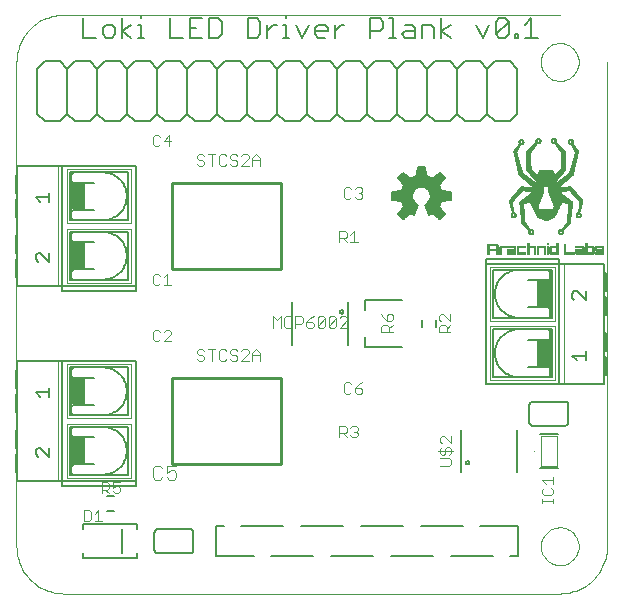
<source format=gto>
G75*
G70*
%OFA0B0*%
%FSLAX24Y24*%
%IPPOS*%
%LPD*%
%AMOC8*
5,1,8,0,0,1.08239X$1,22.5*
%
%ADD10C,0.0060*%
%ADD11C,0.0070*%
%ADD12C,0.0000*%
%ADD13C,0.0004*%
%ADD14C,0.0050*%
%ADD15C,0.0030*%
%ADD16C,0.0030*%
%ADD17C,0.0080*%
%ADD18C,0.0100*%
%ADD19C,0.0040*%
%ADD20C,0.0020*%
%ADD21R,0.0450X0.0900*%
%ADD22C,0.0059*%
%ADD23C,0.0001*%
D10*
X005443Y004250D02*
X005443Y004550D01*
X005393Y004550D01*
X005393Y005150D01*
X005443Y005150D01*
X005443Y004550D01*
X005443Y004250D02*
X006793Y004250D01*
X006943Y004250D01*
X006943Y004100D01*
X009393Y004100D01*
X009393Y004250D01*
X006943Y004250D01*
X006943Y008250D01*
X006793Y008250D01*
X005443Y008250D01*
X005443Y007950D01*
X005443Y007350D01*
X005443Y007150D01*
X005393Y007150D01*
X005393Y006550D01*
X005443Y006550D01*
X005443Y007150D01*
X005443Y007350D02*
X005393Y007350D01*
X005393Y007950D01*
X005443Y007950D01*
X006943Y008250D02*
X009393Y008250D01*
X009393Y004250D01*
X009143Y004460D02*
X009143Y006060D01*
X007193Y006060D01*
X007193Y004460D01*
X009143Y004460D01*
X008661Y003736D02*
X008425Y003736D01*
X008425Y003264D02*
X008661Y003264D01*
X010018Y002550D02*
X010018Y001950D01*
X010020Y001933D01*
X010024Y001916D01*
X010031Y001900D01*
X010041Y001886D01*
X010054Y001873D01*
X010068Y001863D01*
X010084Y001856D01*
X010101Y001852D01*
X010118Y001850D01*
X011218Y001850D01*
X011235Y001852D01*
X011252Y001856D01*
X011268Y001863D01*
X011282Y001873D01*
X011295Y001886D01*
X011305Y001900D01*
X011312Y001916D01*
X011316Y001933D01*
X011318Y001950D01*
X011318Y002550D01*
X011316Y002567D01*
X011312Y002584D01*
X011305Y002600D01*
X011295Y002614D01*
X011282Y002627D01*
X011268Y002637D01*
X011252Y002644D01*
X011235Y002648D01*
X011218Y002650D01*
X010118Y002650D01*
X010101Y002648D01*
X010084Y002644D01*
X010068Y002637D01*
X010054Y002627D01*
X010041Y002614D01*
X010031Y002600D01*
X010024Y002584D01*
X010020Y002567D01*
X010018Y002550D01*
X007343Y004460D02*
X007326Y004462D01*
X007309Y004466D01*
X007293Y004473D01*
X007279Y004483D01*
X007266Y004496D01*
X007256Y004510D01*
X007249Y004526D01*
X007245Y004543D01*
X007243Y004560D01*
X007243Y005960D01*
X007245Y005977D01*
X007249Y005994D01*
X007256Y006010D01*
X007266Y006024D01*
X007279Y006037D01*
X007293Y006047D01*
X007309Y006054D01*
X007326Y006058D01*
X007343Y006060D01*
X007193Y006440D02*
X007193Y008040D01*
X009143Y008040D01*
X009143Y006440D01*
X007193Y006440D01*
X007243Y006540D02*
X007243Y007940D01*
X007245Y007957D01*
X007249Y007974D01*
X007256Y007990D01*
X007266Y008004D01*
X007279Y008017D01*
X007293Y008027D01*
X007309Y008034D01*
X007326Y008038D01*
X007343Y008040D01*
X007243Y007790D02*
X007245Y007773D01*
X007249Y007756D01*
X007256Y007740D01*
X007266Y007726D01*
X007279Y007713D01*
X007293Y007703D01*
X007309Y007696D01*
X007326Y007692D01*
X007343Y007690D01*
X007993Y007690D01*
X008293Y008040D02*
X008349Y008038D01*
X008404Y008032D01*
X008459Y008023D01*
X008514Y008009D01*
X008567Y007992D01*
X008618Y007971D01*
X008669Y007946D01*
X008717Y007918D01*
X008763Y007887D01*
X008807Y007853D01*
X008849Y007815D01*
X008888Y007775D01*
X008923Y007733D01*
X008956Y007687D01*
X008986Y007640D01*
X009012Y007591D01*
X009035Y007540D01*
X009054Y007487D01*
X009069Y007434D01*
X009081Y007379D01*
X009089Y007324D01*
X009093Y007268D01*
X009093Y007212D01*
X009089Y007156D01*
X009081Y007101D01*
X009069Y007046D01*
X009054Y006993D01*
X009035Y006940D01*
X009012Y006889D01*
X008986Y006840D01*
X008956Y006793D01*
X008923Y006747D01*
X008888Y006705D01*
X008849Y006665D01*
X008807Y006627D01*
X008763Y006593D01*
X008717Y006562D01*
X008669Y006534D01*
X008618Y006509D01*
X008567Y006488D01*
X008514Y006471D01*
X008459Y006457D01*
X008404Y006448D01*
X008349Y006442D01*
X008293Y006440D01*
X007993Y006790D02*
X007343Y006790D01*
X007326Y006788D01*
X007309Y006784D01*
X007293Y006777D01*
X007279Y006767D01*
X007266Y006754D01*
X007256Y006740D01*
X007249Y006724D01*
X007245Y006707D01*
X007243Y006690D01*
X007243Y006540D02*
X007245Y006523D01*
X007249Y006506D01*
X007256Y006490D01*
X007266Y006476D01*
X007279Y006463D01*
X007293Y006453D01*
X007309Y006446D01*
X007326Y006442D01*
X007343Y006440D01*
X007243Y005810D02*
X007245Y005793D01*
X007249Y005776D01*
X007256Y005760D01*
X007266Y005746D01*
X007279Y005733D01*
X007293Y005723D01*
X007309Y005716D01*
X007326Y005712D01*
X007343Y005710D01*
X007993Y005710D01*
X008293Y006060D02*
X008349Y006058D01*
X008404Y006052D01*
X008459Y006043D01*
X008514Y006029D01*
X008567Y006012D01*
X008618Y005991D01*
X008669Y005966D01*
X008717Y005938D01*
X008763Y005907D01*
X008807Y005873D01*
X008849Y005835D01*
X008888Y005795D01*
X008923Y005753D01*
X008956Y005707D01*
X008986Y005660D01*
X009012Y005611D01*
X009035Y005560D01*
X009054Y005507D01*
X009069Y005454D01*
X009081Y005399D01*
X009089Y005344D01*
X009093Y005288D01*
X009093Y005232D01*
X009089Y005176D01*
X009081Y005121D01*
X009069Y005066D01*
X009054Y005013D01*
X009035Y004960D01*
X009012Y004909D01*
X008986Y004860D01*
X008956Y004813D01*
X008923Y004767D01*
X008888Y004725D01*
X008849Y004685D01*
X008807Y004647D01*
X008763Y004613D01*
X008717Y004582D01*
X008669Y004554D01*
X008618Y004529D01*
X008567Y004508D01*
X008514Y004491D01*
X008459Y004477D01*
X008404Y004468D01*
X008349Y004462D01*
X008293Y004460D01*
X007993Y004810D02*
X007343Y004810D01*
X007326Y004808D01*
X007309Y004804D01*
X007293Y004797D01*
X007279Y004787D01*
X007266Y004774D01*
X007256Y004760D01*
X007249Y004744D01*
X007245Y004727D01*
X007243Y004710D01*
X005443Y005150D02*
X005443Y005350D01*
X005443Y005950D01*
X005393Y005950D01*
X005393Y005350D01*
X005443Y005350D01*
X005443Y005950D02*
X005443Y006550D01*
X006943Y010600D02*
X006943Y010750D01*
X006793Y010750D01*
X005443Y010750D01*
X005443Y011050D01*
X005393Y011050D01*
X005393Y011650D01*
X005443Y011650D01*
X005443Y011050D01*
X005443Y011650D02*
X005443Y011850D01*
X005443Y012450D01*
X005393Y012450D01*
X005393Y011850D01*
X005443Y011850D01*
X005443Y012450D02*
X005443Y013050D01*
X005443Y013650D01*
X005393Y013650D01*
X005393Y013050D01*
X005443Y013050D01*
X005443Y013650D02*
X005443Y013850D01*
X005393Y013850D01*
X005393Y014450D01*
X005443Y014450D01*
X005443Y013850D01*
X005443Y014450D02*
X005443Y014750D01*
X006793Y014750D01*
X006943Y014750D01*
X009393Y014750D01*
X009393Y010750D01*
X009393Y010600D01*
X006943Y010600D01*
X006943Y010750D02*
X006943Y014750D01*
X007193Y014540D02*
X009143Y014540D01*
X009143Y012940D01*
X007193Y012940D01*
X007193Y014540D01*
X007243Y014440D02*
X007243Y013040D01*
X007245Y013023D01*
X007249Y013006D01*
X007256Y012990D01*
X007266Y012976D01*
X007279Y012963D01*
X007293Y012953D01*
X007309Y012946D01*
X007326Y012942D01*
X007343Y012940D01*
X007243Y013190D02*
X007245Y013207D01*
X007249Y013224D01*
X007256Y013240D01*
X007266Y013254D01*
X007279Y013267D01*
X007293Y013277D01*
X007309Y013284D01*
X007326Y013288D01*
X007343Y013290D01*
X007993Y013290D01*
X008293Y012940D02*
X008349Y012942D01*
X008404Y012948D01*
X008459Y012957D01*
X008514Y012971D01*
X008567Y012988D01*
X008618Y013009D01*
X008669Y013034D01*
X008717Y013062D01*
X008763Y013093D01*
X008807Y013127D01*
X008849Y013165D01*
X008888Y013205D01*
X008923Y013247D01*
X008956Y013293D01*
X008986Y013340D01*
X009012Y013389D01*
X009035Y013440D01*
X009054Y013493D01*
X009069Y013546D01*
X009081Y013601D01*
X009089Y013656D01*
X009093Y013712D01*
X009093Y013768D01*
X009089Y013824D01*
X009081Y013879D01*
X009069Y013934D01*
X009054Y013987D01*
X009035Y014040D01*
X009012Y014091D01*
X008986Y014140D01*
X008956Y014187D01*
X008923Y014233D01*
X008888Y014275D01*
X008849Y014315D01*
X008807Y014353D01*
X008763Y014387D01*
X008717Y014418D01*
X008669Y014446D01*
X008618Y014471D01*
X008567Y014492D01*
X008514Y014509D01*
X008459Y014523D01*
X008404Y014532D01*
X008349Y014538D01*
X008293Y014540D01*
X007993Y014190D02*
X007343Y014190D01*
X007326Y014192D01*
X007309Y014196D01*
X007293Y014203D01*
X007279Y014213D01*
X007266Y014226D01*
X007256Y014240D01*
X007249Y014256D01*
X007245Y014273D01*
X007243Y014290D01*
X007243Y014440D02*
X007245Y014457D01*
X007249Y014474D01*
X007256Y014490D01*
X007266Y014504D01*
X007279Y014517D01*
X007293Y014527D01*
X007309Y014534D01*
X007326Y014538D01*
X007343Y014540D01*
X007357Y016250D02*
X007857Y016250D01*
X008107Y016500D01*
X008107Y018000D01*
X008357Y018250D01*
X008857Y018250D01*
X009107Y018000D01*
X009107Y016500D01*
X009357Y016250D01*
X009857Y016250D01*
X010107Y016500D01*
X010107Y018000D01*
X010357Y018250D01*
X010857Y018250D01*
X011107Y018000D01*
X011107Y016500D01*
X011357Y016250D01*
X011857Y016250D01*
X012107Y016500D01*
X012107Y018000D01*
X012357Y018250D01*
X012857Y018250D01*
X013107Y018000D01*
X013107Y016500D01*
X012857Y016250D01*
X012357Y016250D01*
X012107Y016500D01*
X011107Y016500D02*
X010857Y016250D01*
X010357Y016250D01*
X010107Y016500D01*
X009107Y016500D02*
X008857Y016250D01*
X008357Y016250D01*
X008107Y016500D01*
X007357Y016250D02*
X007107Y016500D01*
X007107Y018000D01*
X007357Y018250D01*
X007857Y018250D01*
X008107Y018000D01*
X009107Y018000D02*
X009357Y018250D01*
X009857Y018250D01*
X010107Y018000D01*
X011107Y018000D02*
X011357Y018250D01*
X011857Y018250D01*
X012107Y018000D01*
X013107Y018000D02*
X013357Y018250D01*
X013857Y018250D01*
X014107Y018000D01*
X014107Y016500D01*
X013857Y016250D01*
X013357Y016250D01*
X013107Y016500D01*
X014107Y016500D02*
X014357Y016250D01*
X014857Y016250D01*
X015107Y016500D01*
X015357Y016250D01*
X015857Y016250D01*
X016107Y016500D01*
X016357Y016250D01*
X016857Y016250D01*
X017107Y016500D01*
X017107Y018000D01*
X017357Y018250D01*
X017857Y018250D01*
X018107Y018000D01*
X018107Y016500D01*
X018357Y016250D01*
X018857Y016250D01*
X019107Y016500D01*
X019107Y018000D01*
X019357Y018250D01*
X019857Y018250D01*
X020107Y018000D01*
X020107Y016500D01*
X019857Y016250D01*
X019357Y016250D01*
X019107Y016500D01*
X018107Y016500D02*
X017857Y016250D01*
X017357Y016250D01*
X017107Y016500D01*
X016107Y016500D02*
X016107Y018000D01*
X016357Y018250D01*
X016857Y018250D01*
X017107Y018000D01*
X018107Y018000D02*
X018357Y018250D01*
X018857Y018250D01*
X019107Y018000D01*
X020107Y018000D02*
X020357Y018250D01*
X020857Y018250D01*
X021107Y018000D01*
X021357Y018250D01*
X021857Y018250D01*
X022107Y018000D01*
X022107Y016500D01*
X021857Y016250D01*
X021357Y016250D01*
X021107Y016500D01*
X021107Y018000D01*
X020962Y019030D02*
X021175Y019457D01*
X021393Y019564D02*
X021499Y019671D01*
X021713Y019671D01*
X021820Y019564D01*
X021393Y019137D01*
X021499Y019030D01*
X021713Y019030D01*
X021820Y019137D01*
X021820Y019564D01*
X021393Y019564D02*
X021393Y019137D01*
X020962Y019030D02*
X020748Y019457D01*
X019887Y019457D02*
X019566Y019244D01*
X019887Y019030D01*
X019566Y019030D02*
X019566Y019671D01*
X019349Y019350D02*
X019242Y019457D01*
X018922Y019457D01*
X018922Y019030D01*
X018704Y019030D02*
X018704Y019350D01*
X018598Y019457D01*
X018384Y019457D01*
X018384Y019244D02*
X018704Y019244D01*
X018704Y019030D02*
X018384Y019030D01*
X018277Y019137D01*
X018384Y019244D01*
X018061Y019030D02*
X017848Y019030D01*
X017954Y019030D02*
X017954Y019671D01*
X017848Y019671D01*
X017630Y019564D02*
X017630Y019350D01*
X017523Y019244D01*
X017203Y019244D01*
X017203Y019030D02*
X017203Y019671D01*
X017523Y019671D01*
X017630Y019564D01*
X016342Y019457D02*
X016235Y019457D01*
X016021Y019244D01*
X016021Y019457D02*
X016021Y019030D01*
X015804Y019244D02*
X015377Y019244D01*
X015377Y019350D02*
X015484Y019457D01*
X015697Y019457D01*
X015804Y019350D01*
X015804Y019244D01*
X015697Y019030D02*
X015484Y019030D01*
X015377Y019137D01*
X015377Y019350D01*
X015159Y019457D02*
X014946Y019030D01*
X014732Y019457D01*
X014409Y019457D02*
X014409Y019030D01*
X014303Y019030D02*
X014516Y019030D01*
X014409Y019457D02*
X014303Y019457D01*
X014086Y019457D02*
X013979Y019457D01*
X013765Y019244D01*
X013765Y019457D02*
X013765Y019030D01*
X013548Y019137D02*
X013548Y019564D01*
X013441Y019671D01*
X013121Y019671D01*
X013121Y019030D01*
X013441Y019030D01*
X013548Y019137D01*
X014409Y019671D02*
X014409Y019777D01*
X014357Y018250D02*
X014857Y018250D01*
X015107Y018000D01*
X015357Y018250D01*
X015857Y018250D01*
X016107Y018000D01*
X015107Y018000D02*
X015107Y016500D01*
X014107Y018000D02*
X014357Y018250D01*
X012259Y019137D02*
X012259Y019564D01*
X012152Y019671D01*
X011832Y019671D01*
X011832Y019030D01*
X012152Y019030D01*
X012259Y019137D01*
X011614Y019030D02*
X011187Y019030D01*
X011187Y019671D01*
X011614Y019671D01*
X011401Y019350D02*
X011187Y019350D01*
X010970Y019030D02*
X010543Y019030D01*
X010543Y019671D01*
X009682Y019030D02*
X009468Y019030D01*
X009575Y019030D02*
X009575Y019457D01*
X009468Y019457D01*
X009252Y019457D02*
X008931Y019244D01*
X009252Y019030D01*
X008931Y019030D02*
X008931Y019671D01*
X008714Y019350D02*
X008607Y019457D01*
X008394Y019457D01*
X008287Y019350D01*
X008287Y019137D01*
X008394Y019030D01*
X008607Y019030D01*
X008714Y019137D01*
X008714Y019350D01*
X009575Y019671D02*
X009575Y019777D01*
X008069Y019030D02*
X007642Y019030D01*
X007642Y019671D01*
X006857Y018250D02*
X006357Y018250D01*
X006107Y018000D01*
X006107Y016500D01*
X006357Y016250D01*
X006857Y016250D01*
X007107Y016500D01*
X007107Y018000D02*
X006857Y018250D01*
X007193Y012560D02*
X007193Y010960D01*
X009143Y010960D01*
X009143Y012560D01*
X007193Y012560D01*
X007243Y012460D02*
X007243Y011060D01*
X007245Y011043D01*
X007249Y011026D01*
X007256Y011010D01*
X007266Y010996D01*
X007279Y010983D01*
X007293Y010973D01*
X007309Y010966D01*
X007326Y010962D01*
X007343Y010960D01*
X007243Y011210D02*
X007245Y011227D01*
X007249Y011244D01*
X007256Y011260D01*
X007266Y011274D01*
X007279Y011287D01*
X007293Y011297D01*
X007309Y011304D01*
X007326Y011308D01*
X007343Y011310D01*
X007993Y011310D01*
X008293Y010960D02*
X008349Y010962D01*
X008404Y010968D01*
X008459Y010977D01*
X008514Y010991D01*
X008567Y011008D01*
X008618Y011029D01*
X008669Y011054D01*
X008717Y011082D01*
X008763Y011113D01*
X008807Y011147D01*
X008849Y011185D01*
X008888Y011225D01*
X008923Y011267D01*
X008956Y011313D01*
X008986Y011360D01*
X009012Y011409D01*
X009035Y011460D01*
X009054Y011513D01*
X009069Y011566D01*
X009081Y011621D01*
X009089Y011676D01*
X009093Y011732D01*
X009093Y011788D01*
X009089Y011844D01*
X009081Y011899D01*
X009069Y011954D01*
X009054Y012007D01*
X009035Y012060D01*
X009012Y012111D01*
X008986Y012160D01*
X008956Y012207D01*
X008923Y012253D01*
X008888Y012295D01*
X008849Y012335D01*
X008807Y012373D01*
X008763Y012407D01*
X008717Y012438D01*
X008669Y012466D01*
X008618Y012491D01*
X008567Y012512D01*
X008514Y012529D01*
X008459Y012543D01*
X008404Y012552D01*
X008349Y012558D01*
X008293Y012560D01*
X007993Y012210D02*
X007343Y012210D01*
X007326Y012212D01*
X007309Y012216D01*
X007293Y012223D01*
X007279Y012233D01*
X007266Y012246D01*
X007256Y012260D01*
X007249Y012276D01*
X007245Y012293D01*
X007243Y012310D01*
X007243Y012460D02*
X007245Y012477D01*
X007249Y012494D01*
X007256Y012510D01*
X007266Y012524D01*
X007279Y012537D01*
X007293Y012547D01*
X007309Y012554D01*
X007326Y012558D01*
X007343Y012560D01*
X006943Y010750D02*
X009393Y010750D01*
X014613Y010210D02*
X014613Y008790D01*
X016473Y008790D02*
X016473Y010210D01*
X018932Y009618D02*
X018932Y009382D01*
X019404Y009382D02*
X019404Y009618D01*
X021318Y009690D02*
X021318Y011290D01*
X023268Y011290D01*
X023268Y009690D01*
X021318Y009690D01*
X021318Y009310D02*
X021318Y007710D01*
X023268Y007710D01*
X023268Y009310D01*
X021318Y009310D01*
X022168Y009310D02*
X022112Y009308D01*
X022057Y009302D01*
X022002Y009293D01*
X021947Y009279D01*
X021894Y009262D01*
X021843Y009241D01*
X021792Y009216D01*
X021744Y009188D01*
X021698Y009157D01*
X021654Y009123D01*
X021612Y009085D01*
X021573Y009045D01*
X021538Y009003D01*
X021505Y008957D01*
X021475Y008910D01*
X021449Y008861D01*
X021426Y008810D01*
X021407Y008757D01*
X021392Y008704D01*
X021380Y008649D01*
X021372Y008594D01*
X021368Y008538D01*
X021368Y008482D01*
X021372Y008426D01*
X021380Y008371D01*
X021392Y008316D01*
X021407Y008263D01*
X021426Y008210D01*
X021449Y008159D01*
X021475Y008110D01*
X021505Y008063D01*
X021538Y008017D01*
X021573Y007975D01*
X021612Y007935D01*
X021654Y007897D01*
X021698Y007863D01*
X021744Y007832D01*
X021792Y007804D01*
X021843Y007779D01*
X021894Y007758D01*
X021947Y007741D01*
X022002Y007727D01*
X022057Y007718D01*
X022112Y007712D01*
X022168Y007710D01*
X022468Y008060D02*
X023118Y008060D01*
X023135Y008058D01*
X023152Y008054D01*
X023168Y008047D01*
X023182Y008037D01*
X023195Y008024D01*
X023205Y008010D01*
X023212Y007994D01*
X023216Y007977D01*
X023218Y007960D01*
X023218Y007810D02*
X023218Y009210D01*
X023216Y009227D01*
X023212Y009244D01*
X023205Y009260D01*
X023195Y009274D01*
X023182Y009287D01*
X023168Y009297D01*
X023152Y009304D01*
X023135Y009308D01*
X023118Y009310D01*
X023218Y009060D02*
X023216Y009043D01*
X023212Y009026D01*
X023205Y009010D01*
X023195Y008996D01*
X023182Y008983D01*
X023168Y008973D01*
X023152Y008966D01*
X023135Y008962D01*
X023118Y008960D01*
X022468Y008960D01*
X023118Y009690D02*
X023135Y009692D01*
X023152Y009696D01*
X023168Y009703D01*
X023182Y009713D01*
X023195Y009726D01*
X023205Y009740D01*
X023212Y009756D01*
X023216Y009773D01*
X023218Y009790D01*
X023218Y011190D01*
X023216Y011207D01*
X023212Y011224D01*
X023205Y011240D01*
X023195Y011254D01*
X023182Y011267D01*
X023168Y011277D01*
X023152Y011284D01*
X023135Y011288D01*
X023118Y011290D01*
X023218Y011040D02*
X023216Y011023D01*
X023212Y011006D01*
X023205Y010990D01*
X023195Y010976D01*
X023182Y010963D01*
X023168Y010953D01*
X023152Y010946D01*
X023135Y010942D01*
X023118Y010940D01*
X022468Y010940D01*
X022168Y011290D02*
X022112Y011288D01*
X022057Y011282D01*
X022002Y011273D01*
X021947Y011259D01*
X021894Y011242D01*
X021843Y011221D01*
X021792Y011196D01*
X021744Y011168D01*
X021698Y011137D01*
X021654Y011103D01*
X021612Y011065D01*
X021573Y011025D01*
X021538Y010983D01*
X021505Y010937D01*
X021475Y010890D01*
X021449Y010841D01*
X021426Y010790D01*
X021407Y010737D01*
X021392Y010684D01*
X021380Y010629D01*
X021372Y010574D01*
X021368Y010518D01*
X021368Y010462D01*
X021372Y010406D01*
X021380Y010351D01*
X021392Y010296D01*
X021407Y010243D01*
X021426Y010190D01*
X021449Y010139D01*
X021475Y010090D01*
X021505Y010043D01*
X021538Y009997D01*
X021573Y009955D01*
X021612Y009915D01*
X021654Y009877D01*
X021698Y009843D01*
X021744Y009812D01*
X021792Y009784D01*
X021843Y009759D01*
X021894Y009738D01*
X021947Y009721D01*
X022002Y009707D01*
X022057Y009698D01*
X022112Y009692D01*
X022168Y009690D01*
X022468Y010040D02*
X023118Y010040D01*
X023135Y010038D01*
X023152Y010034D01*
X023168Y010027D01*
X023182Y010017D01*
X023195Y010004D01*
X023205Y009990D01*
X023212Y009974D01*
X023216Y009957D01*
X023218Y009940D01*
X025018Y009800D02*
X025018Y009200D01*
X025018Y008600D01*
X025068Y008600D01*
X025068Y009200D01*
X025018Y009200D01*
X025018Y008600D02*
X025018Y008400D01*
X025068Y008400D01*
X025068Y007800D01*
X025018Y007800D01*
X025018Y008400D01*
X025018Y007800D02*
X025018Y007500D01*
X023668Y007500D01*
X023518Y007500D01*
X021068Y007500D01*
X021068Y011500D01*
X021068Y011650D01*
X023518Y011650D01*
X023518Y011500D01*
X023668Y011500D01*
X025018Y011500D01*
X025018Y011200D01*
X025068Y011200D01*
X025068Y010600D01*
X025018Y010600D01*
X025018Y011200D01*
X025018Y010600D02*
X025018Y010400D01*
X025018Y009800D01*
X025068Y009800D01*
X025068Y010400D01*
X025018Y010400D01*
X023518Y011500D02*
X023518Y007500D01*
X023218Y007810D02*
X023216Y007793D01*
X023212Y007776D01*
X023205Y007760D01*
X023195Y007746D01*
X023182Y007733D01*
X023168Y007723D01*
X023152Y007716D01*
X023135Y007712D01*
X023118Y007710D01*
X022618Y006900D02*
X023718Y006900D01*
X023735Y006898D01*
X023752Y006894D01*
X023768Y006887D01*
X023782Y006877D01*
X023795Y006864D01*
X023805Y006850D01*
X023812Y006834D01*
X023816Y006817D01*
X023818Y006800D01*
X023818Y006200D01*
X023816Y006183D01*
X023812Y006166D01*
X023805Y006150D01*
X023795Y006136D01*
X023782Y006123D01*
X023768Y006113D01*
X023752Y006106D01*
X023735Y006102D01*
X023718Y006100D01*
X022618Y006100D01*
X022601Y006102D01*
X022584Y006106D01*
X022568Y006113D01*
X022554Y006123D01*
X022541Y006136D01*
X022531Y006150D01*
X022524Y006166D01*
X022520Y006183D01*
X022518Y006200D01*
X022518Y006800D01*
X022520Y006817D01*
X022524Y006834D01*
X022531Y006850D01*
X022541Y006864D01*
X022554Y006877D01*
X022568Y006887D01*
X022584Y006894D01*
X022601Y006898D01*
X022618Y006900D01*
X022098Y005960D02*
X022098Y004540D01*
X020238Y004540D02*
X020238Y005960D01*
X021068Y011500D02*
X023518Y011500D01*
X020857Y016250D02*
X020357Y016250D01*
X020107Y016500D01*
X020857Y016250D02*
X021107Y016500D01*
X022037Y019030D02*
X022144Y019030D01*
X022144Y019137D01*
X022037Y019137D01*
X022037Y019030D01*
X022359Y019030D02*
X022786Y019030D01*
X022573Y019030D02*
X022573Y019671D01*
X022359Y019457D01*
X019349Y019350D02*
X019349Y019030D01*
D11*
X018918Y002742D02*
X020296Y002742D01*
X020883Y002742D02*
X022146Y002742D01*
X022146Y001758D01*
X021883Y001758D01*
X021296Y001742D02*
X019918Y001742D01*
X019296Y001742D02*
X017918Y001742D01*
X017296Y001742D02*
X015918Y001742D01*
X015296Y001742D02*
X013918Y001742D01*
X013320Y001758D02*
X012068Y001758D01*
X012068Y002742D01*
X012320Y002742D01*
X012918Y002742D02*
X014296Y002742D01*
X014918Y002742D02*
X016296Y002742D01*
X016918Y002742D02*
X018296Y002742D01*
D12*
X005418Y002075D02*
X005418Y018217D01*
X005420Y018294D01*
X005426Y018371D01*
X005435Y018448D01*
X005448Y018524D01*
X005465Y018600D01*
X005486Y018674D01*
X005510Y018748D01*
X005538Y018820D01*
X005569Y018890D01*
X005604Y018959D01*
X005642Y019027D01*
X005683Y019092D01*
X005728Y019155D01*
X005776Y019216D01*
X005826Y019275D01*
X005879Y019331D01*
X005935Y019384D01*
X005994Y019434D01*
X006055Y019482D01*
X006118Y019527D01*
X006183Y019568D01*
X006251Y019606D01*
X006320Y019641D01*
X006390Y019672D01*
X006462Y019700D01*
X006536Y019724D01*
X006610Y019745D01*
X006686Y019762D01*
X006762Y019775D01*
X006839Y019784D01*
X006916Y019790D01*
X006993Y019792D01*
X006993Y019791D02*
X023528Y019791D01*
X022898Y018217D02*
X022900Y018267D01*
X022906Y018317D01*
X022916Y018366D01*
X022930Y018414D01*
X022947Y018461D01*
X022968Y018506D01*
X022993Y018550D01*
X023021Y018591D01*
X023053Y018630D01*
X023087Y018667D01*
X023124Y018701D01*
X023164Y018731D01*
X023206Y018758D01*
X023250Y018782D01*
X023296Y018803D01*
X023343Y018819D01*
X023391Y018832D01*
X023441Y018841D01*
X023490Y018846D01*
X023541Y018847D01*
X023591Y018844D01*
X023640Y018837D01*
X023689Y018826D01*
X023737Y018811D01*
X023783Y018793D01*
X023828Y018771D01*
X023871Y018745D01*
X023912Y018716D01*
X023951Y018684D01*
X023987Y018649D01*
X024019Y018611D01*
X024049Y018571D01*
X024076Y018528D01*
X024099Y018484D01*
X024118Y018438D01*
X024134Y018390D01*
X024146Y018341D01*
X024154Y018292D01*
X024158Y018242D01*
X024158Y018192D01*
X024154Y018142D01*
X024146Y018093D01*
X024134Y018044D01*
X024118Y017996D01*
X024099Y017950D01*
X024076Y017906D01*
X024049Y017863D01*
X024019Y017823D01*
X023987Y017785D01*
X023951Y017750D01*
X023912Y017718D01*
X023871Y017689D01*
X023828Y017663D01*
X023783Y017641D01*
X023737Y017623D01*
X023689Y017608D01*
X023640Y017597D01*
X023591Y017590D01*
X023541Y017587D01*
X023490Y017588D01*
X023441Y017593D01*
X023391Y017602D01*
X023343Y017615D01*
X023296Y017631D01*
X023250Y017652D01*
X023206Y017676D01*
X023164Y017703D01*
X023124Y017733D01*
X023087Y017767D01*
X023053Y017804D01*
X023021Y017843D01*
X022993Y017884D01*
X022968Y017928D01*
X022947Y017973D01*
X022930Y018020D01*
X022916Y018068D01*
X022906Y018117D01*
X022900Y018167D01*
X022898Y018217D01*
X025103Y018217D02*
X025103Y002075D01*
X022898Y002075D02*
X022900Y002125D01*
X022906Y002175D01*
X022916Y002224D01*
X022930Y002272D01*
X022947Y002319D01*
X022968Y002364D01*
X022993Y002408D01*
X023021Y002449D01*
X023053Y002488D01*
X023087Y002525D01*
X023124Y002559D01*
X023164Y002589D01*
X023206Y002616D01*
X023250Y002640D01*
X023296Y002661D01*
X023343Y002677D01*
X023391Y002690D01*
X023441Y002699D01*
X023490Y002704D01*
X023541Y002705D01*
X023591Y002702D01*
X023640Y002695D01*
X023689Y002684D01*
X023737Y002669D01*
X023783Y002651D01*
X023828Y002629D01*
X023871Y002603D01*
X023912Y002574D01*
X023951Y002542D01*
X023987Y002507D01*
X024019Y002469D01*
X024049Y002429D01*
X024076Y002386D01*
X024099Y002342D01*
X024118Y002296D01*
X024134Y002248D01*
X024146Y002199D01*
X024154Y002150D01*
X024158Y002100D01*
X024158Y002050D01*
X024154Y002000D01*
X024146Y001951D01*
X024134Y001902D01*
X024118Y001854D01*
X024099Y001808D01*
X024076Y001764D01*
X024049Y001721D01*
X024019Y001681D01*
X023987Y001643D01*
X023951Y001608D01*
X023912Y001576D01*
X023871Y001547D01*
X023828Y001521D01*
X023783Y001499D01*
X023737Y001481D01*
X023689Y001466D01*
X023640Y001455D01*
X023591Y001448D01*
X023541Y001445D01*
X023490Y001446D01*
X023441Y001451D01*
X023391Y001460D01*
X023343Y001473D01*
X023296Y001489D01*
X023250Y001510D01*
X023206Y001534D01*
X023164Y001561D01*
X023124Y001591D01*
X023087Y001625D01*
X023053Y001662D01*
X023021Y001701D01*
X022993Y001742D01*
X022968Y001786D01*
X022947Y001831D01*
X022930Y001878D01*
X022916Y001926D01*
X022906Y001975D01*
X022900Y002025D01*
X022898Y002075D01*
X023528Y000500D02*
X023605Y000502D01*
X023682Y000508D01*
X023759Y000517D01*
X023835Y000530D01*
X023911Y000547D01*
X023985Y000568D01*
X024059Y000592D01*
X024131Y000620D01*
X024201Y000651D01*
X024270Y000686D01*
X024338Y000724D01*
X024403Y000765D01*
X024466Y000810D01*
X024527Y000858D01*
X024586Y000908D01*
X024642Y000961D01*
X024695Y001017D01*
X024745Y001076D01*
X024793Y001137D01*
X024838Y001200D01*
X024879Y001265D01*
X024917Y001333D01*
X024952Y001402D01*
X024983Y001472D01*
X025011Y001544D01*
X025035Y001618D01*
X025056Y001692D01*
X025073Y001768D01*
X025086Y001844D01*
X025095Y001921D01*
X025101Y001998D01*
X025103Y002075D01*
X023528Y000500D02*
X006993Y000500D01*
X006916Y000502D01*
X006839Y000508D01*
X006762Y000517D01*
X006686Y000530D01*
X006610Y000547D01*
X006536Y000568D01*
X006462Y000592D01*
X006390Y000620D01*
X006320Y000651D01*
X006251Y000686D01*
X006183Y000724D01*
X006118Y000765D01*
X006055Y000810D01*
X005994Y000858D01*
X005935Y000908D01*
X005879Y000961D01*
X005826Y001017D01*
X005776Y001076D01*
X005728Y001137D01*
X005683Y001200D01*
X005642Y001265D01*
X005604Y001333D01*
X005569Y001402D01*
X005538Y001472D01*
X005510Y001544D01*
X005486Y001618D01*
X005465Y001692D01*
X005448Y001768D01*
X005435Y001844D01*
X005426Y001921D01*
X005420Y001998D01*
X005418Y002075D01*
X021108Y011817D02*
X021159Y011817D01*
X021159Y011939D01*
X021277Y011939D01*
X021305Y011939D01*
X021305Y011967D01*
X021305Y011990D01*
X021403Y011990D01*
X021403Y012104D01*
X021399Y012112D01*
X021305Y012112D01*
X021305Y012167D01*
X021392Y012167D01*
X021415Y012159D01*
X021439Y012148D01*
X021451Y012128D01*
X021455Y012104D01*
X021455Y011817D01*
X021403Y011817D01*
X021403Y011939D01*
X021305Y011939D01*
X021305Y011990D01*
X021159Y011990D01*
X021159Y012104D01*
X021163Y012112D01*
X021305Y012112D01*
X021305Y012167D01*
X021171Y012167D01*
X021144Y012159D01*
X021124Y012148D01*
X021112Y012128D01*
X021108Y012104D01*
X021108Y011817D01*
X021510Y011817D02*
X021510Y012033D01*
X021514Y012057D01*
X021529Y012081D01*
X021549Y012093D01*
X021573Y012096D01*
X021730Y012096D01*
X021730Y012045D01*
X021573Y012045D01*
X021565Y012041D01*
X021561Y012033D01*
X021561Y011817D01*
X021510Y011817D01*
X021762Y011856D02*
X021777Y011837D01*
X021797Y011821D01*
X021821Y011817D01*
X021923Y011817D01*
X021915Y011833D01*
X021911Y011852D01*
X021907Y011868D01*
X021821Y011868D01*
X021813Y011872D01*
X021809Y011880D01*
X021809Y011931D01*
X021903Y011931D01*
X021903Y011959D01*
X021903Y011982D01*
X021758Y011982D01*
X021758Y011880D01*
X021762Y011856D01*
X021907Y011868D02*
X021911Y011852D01*
X021915Y011833D01*
X021923Y011817D01*
X022041Y011817D01*
X022045Y011821D01*
X022045Y011817D01*
X022041Y011817D01*
X022045Y011821D01*
X022045Y012033D01*
X022041Y012057D01*
X022025Y012081D01*
X022006Y012093D01*
X021982Y012096D01*
X021951Y012096D01*
X021923Y012096D01*
X021915Y012077D01*
X021911Y012057D01*
X021907Y012045D01*
X021758Y012045D01*
X021758Y012096D01*
X021923Y012096D01*
X021915Y012077D01*
X021911Y012057D01*
X021907Y012045D01*
X021982Y012045D01*
X021986Y012041D01*
X021990Y012033D01*
X021990Y011982D01*
X021903Y011982D01*
X021903Y011931D01*
X021990Y011931D01*
X021990Y011868D01*
X021907Y011868D01*
X022092Y011880D02*
X022092Y012033D01*
X022096Y012057D01*
X022112Y012081D01*
X022132Y012093D01*
X022155Y012096D01*
X022380Y012096D01*
X022380Y012045D01*
X022155Y012045D01*
X022147Y012041D01*
X022147Y011872D01*
X022155Y011868D01*
X022380Y011868D01*
X022380Y011817D01*
X022155Y011817D01*
X022132Y011821D01*
X022112Y011837D01*
X022096Y011856D01*
X022092Y011880D01*
X022431Y011817D02*
X022431Y012191D01*
X022486Y012191D01*
X022486Y012096D01*
X022620Y012096D01*
X022655Y012096D01*
X022679Y012093D01*
X022699Y012081D01*
X022714Y012057D01*
X022718Y012033D01*
X022718Y011817D01*
X022667Y011817D01*
X022667Y012033D01*
X022663Y012041D01*
X022655Y012045D01*
X022494Y012045D01*
X022486Y012041D01*
X022486Y011817D01*
X022431Y011817D01*
X022758Y011817D02*
X022758Y012096D01*
X022947Y012096D01*
X022978Y012096D01*
X023002Y012093D01*
X023025Y012081D01*
X023037Y012057D01*
X023041Y012033D01*
X023041Y011817D01*
X022990Y011817D01*
X022990Y012033D01*
X022986Y012041D01*
X022978Y012045D01*
X022821Y012045D01*
X022813Y012041D01*
X022809Y012033D01*
X022809Y011817D01*
X022758Y011817D01*
X023092Y011817D02*
X023092Y012096D01*
X023144Y012096D01*
X023144Y011817D01*
X023120Y011817D01*
X023092Y011817D01*
X023183Y011856D02*
X023199Y011837D01*
X023218Y011821D01*
X023242Y011817D01*
X023317Y011817D01*
X023305Y011837D01*
X023297Y011856D01*
X023297Y011868D01*
X023242Y011868D01*
X023234Y011872D01*
X023230Y011880D01*
X023230Y012033D01*
X023234Y012041D01*
X023242Y012045D01*
X023289Y012045D01*
X023289Y012073D01*
X023289Y012096D01*
X023242Y012096D01*
X023218Y012093D01*
X023199Y012081D01*
X023183Y012057D01*
X023179Y012033D01*
X023179Y011880D01*
X023183Y011856D01*
X023297Y011856D02*
X023305Y011837D01*
X023317Y011817D01*
X023466Y011817D01*
X023466Y012191D01*
X023411Y012191D01*
X023411Y012096D01*
X023321Y012096D01*
X023289Y012096D01*
X023289Y012045D01*
X023403Y012045D01*
X023411Y012041D01*
X023411Y011872D01*
X023403Y011868D01*
X023297Y011868D01*
X023297Y011856D01*
X023144Y012136D02*
X023092Y012136D01*
X023092Y012163D01*
X023092Y012191D01*
X023144Y012191D01*
X023144Y012136D01*
X023486Y012510D02*
X023506Y012494D01*
X023533Y012482D01*
X023541Y012506D01*
X023541Y012518D01*
X023514Y012533D01*
X023502Y012561D01*
X023514Y012593D01*
X023541Y012604D01*
X023541Y012608D01*
X023537Y012624D01*
X023529Y012644D01*
X023506Y012632D01*
X023486Y012612D01*
X023470Y012589D01*
X023466Y012561D01*
X023474Y012533D01*
X023486Y012510D01*
X023533Y012482D02*
X023553Y012478D01*
X023584Y012482D01*
X023612Y012502D01*
X023632Y012530D01*
X023636Y012561D01*
X023636Y012585D01*
X023624Y012608D01*
X023647Y012632D01*
X023671Y012656D01*
X023695Y012683D01*
X023718Y012707D01*
X023742Y012730D01*
X023769Y012758D01*
X023793Y012781D01*
X023817Y012805D01*
X023840Y012833D01*
X023864Y012856D01*
X023868Y012888D01*
X023872Y012923D01*
X023872Y012955D01*
X023876Y012990D01*
X023880Y013022D01*
X023884Y013057D01*
X023888Y013089D01*
X023892Y013124D01*
X023895Y013156D01*
X023899Y013191D01*
X023903Y013222D01*
X023907Y013258D01*
X023911Y013289D01*
X023915Y013325D01*
X023919Y013356D01*
X023923Y013392D01*
X023927Y013423D01*
X023931Y013459D01*
X023931Y013490D01*
X023935Y013526D01*
X023939Y013557D01*
X023911Y013581D01*
X023884Y013600D01*
X023856Y013620D01*
X023829Y013640D01*
X023801Y013659D01*
X023773Y013679D01*
X023746Y013703D01*
X023722Y013722D01*
X023695Y013742D01*
X023667Y013762D01*
X023640Y013781D01*
X023612Y013801D01*
X023584Y013825D01*
X023557Y013844D01*
X023529Y013864D01*
X023521Y013892D01*
X023553Y013900D01*
X023584Y013904D01*
X023620Y013911D01*
X023651Y013915D01*
X023683Y013923D01*
X023714Y013927D01*
X023746Y013935D01*
X023777Y013939D01*
X023809Y013947D01*
X023844Y013951D01*
X023864Y013927D01*
X023888Y013900D01*
X023911Y013876D01*
X023935Y013848D01*
X023955Y013825D01*
X023978Y013801D01*
X024002Y013774D01*
X024025Y013750D01*
X024045Y013722D01*
X024069Y013699D01*
X024092Y013671D01*
X024116Y013648D01*
X024140Y013620D01*
X024159Y013596D01*
X024183Y013573D01*
X024179Y013537D01*
X024175Y013506D01*
X024171Y013470D01*
X024167Y013439D01*
X024163Y013407D01*
X024159Y013372D01*
X024155Y013341D01*
X024151Y013309D01*
X024147Y013274D01*
X024144Y013242D01*
X024140Y013207D01*
X024112Y013203D01*
X024084Y013183D01*
X024069Y013159D01*
X024061Y013128D01*
X024061Y013124D01*
X024065Y013093D01*
X024084Y013065D01*
X024112Y013045D01*
X024144Y013037D01*
X024175Y013045D01*
X024203Y013065D01*
X024222Y013093D01*
X024230Y013124D01*
X024226Y013136D01*
X024199Y013144D01*
X024183Y013148D01*
X024195Y013124D01*
X024187Y013100D01*
X024167Y013081D01*
X024144Y013077D01*
X024120Y013081D01*
X024100Y013100D01*
X024096Y013124D01*
X024104Y013148D01*
X024100Y013144D01*
X024081Y013140D01*
X024061Y013128D01*
X024081Y013140D01*
X024100Y013144D01*
X024104Y013148D01*
X024120Y013163D01*
X024144Y013171D01*
X024167Y013167D01*
X024183Y013148D01*
X024199Y013144D01*
X024226Y013136D01*
X024218Y013163D01*
X024199Y013187D01*
X024175Y013203D01*
X024183Y013234D01*
X024191Y013266D01*
X024199Y013297D01*
X024210Y013329D01*
X024218Y013356D01*
X024226Y013388D01*
X024234Y013419D01*
X024242Y013451D01*
X024250Y013482D01*
X024262Y013514D01*
X024269Y013545D01*
X024277Y013577D01*
X024277Y013608D01*
X024258Y013632D01*
X024234Y013659D01*
X024210Y013687D01*
X024191Y013711D01*
X024167Y013738D01*
X024144Y013766D01*
X024124Y013789D01*
X024100Y013817D01*
X024077Y013841D01*
X024057Y013868D01*
X024033Y013896D01*
X024010Y013919D01*
X023986Y013947D01*
X023966Y013970D01*
X023943Y013998D01*
X023919Y014026D01*
X023899Y014049D01*
X023876Y014077D01*
X023844Y014073D01*
X023813Y014069D01*
X023781Y014065D01*
X023746Y014061D01*
X023714Y014061D01*
X023683Y014057D01*
X023651Y014053D01*
X023620Y014049D01*
X023584Y014045D01*
X023553Y014041D01*
X023521Y014041D01*
X023490Y014037D01*
X023458Y014033D01*
X023455Y014037D01*
X023478Y014061D01*
X023506Y014081D01*
X023529Y014104D01*
X023553Y014124D01*
X023581Y014148D01*
X023604Y014167D01*
X023632Y014191D01*
X023655Y014211D01*
X023683Y014234D01*
X023706Y014254D01*
X023734Y014278D01*
X023758Y014297D01*
X023785Y014321D01*
X023809Y014341D01*
X023832Y014364D01*
X023860Y014384D01*
X023884Y014407D01*
X023911Y014427D01*
X023935Y014451D01*
X023962Y014470D01*
X023970Y014502D01*
X023974Y014537D01*
X023982Y014569D01*
X023990Y014600D01*
X023998Y014632D01*
X024006Y014667D01*
X024014Y014699D01*
X024018Y014730D01*
X024025Y014762D01*
X024033Y014797D01*
X024041Y014829D01*
X024049Y014860D01*
X024057Y014892D01*
X024065Y014927D01*
X024069Y014959D01*
X024077Y014990D01*
X024084Y015022D01*
X024092Y015057D01*
X024100Y015089D01*
X024108Y015120D01*
X024112Y015152D01*
X024120Y015183D01*
X024128Y015219D01*
X024136Y015250D01*
X024116Y015274D01*
X024096Y015301D01*
X024077Y015325D01*
X024057Y015352D01*
X024037Y015376D01*
X024021Y015404D01*
X024002Y015427D01*
X023982Y015455D01*
X023962Y015478D01*
X023943Y015506D01*
X023958Y015533D01*
X023966Y015561D01*
X023958Y015585D01*
X023951Y015608D01*
X023931Y015628D01*
X023907Y015644D01*
X023880Y015648D01*
X023852Y015644D01*
X023829Y015632D01*
X023813Y015612D01*
X023801Y015589D01*
X023817Y015581D01*
X023836Y015577D01*
X023852Y015600D01*
X023880Y015612D01*
X023907Y015600D01*
X023923Y015573D01*
X023931Y015577D01*
X023958Y015585D01*
X023931Y015577D01*
X023923Y015573D01*
X023927Y015561D01*
X023923Y015537D01*
X023903Y015522D01*
X023880Y015514D01*
X023856Y015522D01*
X023836Y015537D01*
X023832Y015561D01*
X023836Y015577D01*
X023817Y015581D01*
X023801Y015589D01*
X023793Y015561D01*
X023801Y015530D01*
X023821Y015502D01*
X023848Y015482D01*
X023880Y015478D01*
X023907Y015482D01*
X023919Y015455D01*
X023935Y015423D01*
X023951Y015396D01*
X023966Y015368D01*
X023982Y015341D01*
X023994Y015309D01*
X024010Y015281D01*
X024025Y015254D01*
X024041Y015226D01*
X024029Y015195D01*
X024021Y015163D01*
X024014Y015128D01*
X024002Y015096D01*
X023994Y015065D01*
X023986Y015033D01*
X023974Y015002D01*
X023966Y014970D01*
X023958Y014939D01*
X023951Y014907D01*
X023939Y014872D01*
X023931Y014841D01*
X023923Y014809D01*
X023911Y014778D01*
X023903Y014746D01*
X023895Y014715D01*
X023884Y014683D01*
X023876Y014648D01*
X023868Y014616D01*
X023856Y014585D01*
X023848Y014553D01*
X023840Y014522D01*
X023813Y014502D01*
X023785Y014478D01*
X023758Y014459D01*
X023730Y014439D01*
X023703Y014419D01*
X023671Y014396D01*
X023644Y014376D01*
X023616Y014356D01*
X023588Y014337D01*
X023561Y014313D01*
X023533Y014293D01*
X023506Y014274D01*
X023478Y014254D01*
X023451Y014230D01*
X023423Y014211D01*
X023395Y014191D01*
X023368Y014171D01*
X023356Y014191D01*
X023344Y014211D01*
X023364Y014234D01*
X023388Y014262D01*
X023411Y014285D01*
X023431Y014313D01*
X023455Y014337D01*
X023474Y014364D01*
X023498Y014388D01*
X023518Y014415D01*
X023541Y014439D01*
X023561Y014467D01*
X023584Y014490D01*
X023608Y014518D01*
X023628Y014541D01*
X023651Y014569D01*
X023671Y014593D01*
X023695Y014620D01*
X023714Y014644D01*
X023714Y015222D01*
X023691Y015246D01*
X023667Y015270D01*
X023644Y015293D01*
X023620Y015317D01*
X023596Y015341D01*
X023573Y015364D01*
X023549Y015388D01*
X023525Y015411D01*
X023502Y015435D01*
X023478Y015459D01*
X023455Y015486D01*
X023431Y015510D01*
X023407Y015533D01*
X023384Y015557D01*
X023395Y015577D01*
X023395Y015616D01*
X023388Y015636D01*
X023368Y015620D01*
X023352Y015616D01*
X023360Y015600D01*
X023352Y015573D01*
X023336Y015557D01*
X023313Y015549D01*
X023285Y015557D01*
X023269Y015573D01*
X023262Y015600D01*
X023269Y015612D01*
X023250Y015616D01*
X023230Y015620D01*
X023226Y015600D01*
X023234Y015565D01*
X023250Y015537D01*
X023277Y015522D01*
X023313Y015514D01*
X023332Y015518D01*
X023348Y015522D01*
X023368Y015494D01*
X023388Y015467D01*
X023407Y015439D01*
X023427Y015411D01*
X023447Y015384D01*
X023466Y015356D01*
X023486Y015329D01*
X023506Y015301D01*
X023525Y015274D01*
X023545Y015246D01*
X023565Y015222D01*
X023584Y015195D01*
X023584Y015159D01*
X023581Y015128D01*
X023581Y015061D01*
X023577Y015026D01*
X023577Y014994D01*
X023573Y014959D01*
X023573Y014927D01*
X023569Y014892D01*
X023569Y014860D01*
X023565Y014825D01*
X023565Y014758D01*
X023561Y014726D01*
X023561Y014691D01*
X023557Y014659D01*
X023537Y014632D01*
X023514Y014608D01*
X023490Y014585D01*
X023470Y014561D01*
X023447Y014537D01*
X023423Y014514D01*
X023403Y014490D01*
X023380Y014467D01*
X023356Y014443D01*
X023340Y014474D01*
X023325Y014502D01*
X023309Y014530D01*
X023293Y014561D01*
X023277Y014589D01*
X023262Y014620D01*
X023262Y014624D01*
X023021Y014624D01*
X023021Y014093D01*
X023163Y014093D01*
X023163Y014049D01*
X023140Y014049D01*
X023140Y013911D01*
X023151Y013880D01*
X023163Y013848D01*
X023175Y013817D01*
X023187Y013785D01*
X023203Y013754D01*
X023214Y013722D01*
X023226Y013691D01*
X023238Y013659D01*
X023250Y013628D01*
X023262Y013596D01*
X023273Y013569D01*
X023285Y013537D01*
X023297Y013506D01*
X023309Y013474D01*
X023321Y013443D01*
X023332Y013411D01*
X023321Y013384D01*
X023309Y013356D01*
X023297Y013329D01*
X023285Y013301D01*
X023021Y013301D01*
X023021Y012990D01*
X023021Y012955D01*
X023037Y012947D01*
X023057Y012939D01*
X023088Y012955D01*
X023120Y012967D01*
X023151Y012978D01*
X023179Y012994D01*
X023210Y013006D01*
X023242Y013022D01*
X023273Y013033D01*
X023301Y013049D01*
X023332Y013061D01*
X023348Y013093D01*
X023364Y013120D01*
X023380Y013152D01*
X023392Y013179D01*
X023407Y013211D01*
X023423Y013238D01*
X023439Y013270D01*
X023451Y013297D01*
X023466Y013329D01*
X023482Y013356D01*
X023498Y013388D01*
X023510Y013415D01*
X023525Y013447D01*
X023541Y013474D01*
X023557Y013506D01*
X023569Y013533D01*
X023584Y013565D01*
X023616Y013557D01*
X023647Y013545D01*
X023679Y013537D01*
X023710Y013530D01*
X023742Y013522D01*
X023773Y013514D01*
X023805Y013506D01*
X023805Y013470D01*
X023801Y013435D01*
X023801Y013404D01*
X023797Y013368D01*
X023797Y013301D01*
X023793Y013266D01*
X023793Y013234D01*
X023789Y013199D01*
X023789Y013167D01*
X023785Y013132D01*
X023785Y013096D01*
X023781Y013065D01*
X023781Y013030D01*
X023777Y012998D01*
X023777Y012963D01*
X023773Y012931D01*
X023773Y012896D01*
X023754Y012868D01*
X023738Y012844D01*
X023718Y012817D01*
X023703Y012793D01*
X023683Y012766D01*
X023667Y012738D01*
X023647Y012715D01*
X023632Y012687D01*
X023612Y012663D01*
X023592Y012636D01*
X023573Y012644D01*
X023553Y012648D01*
X023529Y012644D01*
X023537Y012624D01*
X023541Y012608D01*
X023541Y012604D01*
X023553Y012612D01*
X023577Y012604D01*
X023596Y012589D01*
X023600Y012561D01*
X023596Y012537D01*
X023577Y012522D01*
X023553Y012514D01*
X023541Y012518D01*
X023541Y012506D01*
X023533Y012482D01*
X023659Y012167D02*
X023710Y012167D01*
X023710Y011868D01*
X024010Y011868D01*
X024010Y011817D01*
X023691Y011817D01*
X023659Y011817D01*
X023659Y012167D01*
X024033Y012096D02*
X024065Y012096D01*
X024258Y012096D01*
X024281Y012093D01*
X024301Y012081D01*
X024317Y012057D01*
X024321Y012033D01*
X024321Y011856D01*
X024321Y011837D01*
X024321Y011817D01*
X024096Y011817D01*
X024073Y011821D01*
X024053Y011837D01*
X024037Y011860D01*
X024065Y011876D01*
X024088Y011884D01*
X024088Y011872D01*
X024096Y011868D01*
X024269Y011868D01*
X024269Y011884D01*
X024289Y011876D01*
X024305Y011868D01*
X024321Y011856D01*
X024305Y011868D01*
X024289Y011876D01*
X024269Y011884D01*
X024269Y011931D01*
X024088Y011931D01*
X024088Y011884D01*
X024065Y011876D01*
X024037Y011860D01*
X024033Y011880D01*
X024033Y011982D01*
X024269Y011982D01*
X024269Y012033D01*
X024266Y012041D01*
X024258Y012045D01*
X024033Y012045D01*
X024033Y012096D01*
X024372Y012191D02*
X024372Y011817D01*
X024533Y011817D01*
X024596Y011817D01*
X024620Y011821D01*
X024640Y011837D01*
X024655Y011856D01*
X024659Y011880D01*
X024659Y012033D01*
X024655Y012057D01*
X024640Y012081D01*
X024620Y012093D01*
X024596Y012096D01*
X024565Y012096D01*
X024537Y012096D01*
X024525Y012073D01*
X024521Y012049D01*
X024521Y012045D01*
X024596Y012045D01*
X024604Y012041D01*
X024604Y011872D01*
X024596Y011868D01*
X024518Y011868D01*
X024521Y011852D01*
X024525Y011833D01*
X024533Y011817D01*
X024525Y011833D01*
X024521Y011852D01*
X024518Y011868D01*
X024435Y011868D01*
X024427Y011872D01*
X024423Y011880D01*
X024423Y012033D01*
X024427Y012041D01*
X024435Y012045D01*
X024521Y012045D01*
X024521Y012049D01*
X024525Y012073D01*
X024537Y012096D01*
X024423Y012096D01*
X024423Y012191D01*
X024399Y012191D01*
X024372Y012191D01*
X024699Y012057D02*
X024710Y012081D01*
X024730Y012093D01*
X024754Y012096D01*
X024915Y012096D01*
X024939Y012093D01*
X024958Y012081D01*
X024974Y012057D01*
X024978Y012033D01*
X024978Y012026D01*
X024927Y012026D01*
X024927Y012033D01*
X024923Y012041D01*
X024915Y012045D01*
X024754Y012045D01*
X024746Y012041D01*
X024746Y011986D01*
X024754Y011982D01*
X024915Y011982D01*
X024939Y011978D01*
X024958Y011967D01*
X024974Y011943D01*
X024978Y011919D01*
X024978Y011880D01*
X024974Y011856D01*
X024958Y011837D01*
X024939Y011821D01*
X024915Y011817D01*
X024754Y011817D01*
X024730Y011821D01*
X024710Y011837D01*
X024699Y011856D01*
X024691Y011880D01*
X024691Y011892D01*
X024746Y011892D01*
X024746Y011872D01*
X024754Y011868D01*
X024915Y011868D01*
X024923Y011872D01*
X024927Y011880D01*
X024927Y011919D01*
X024923Y011927D01*
X024915Y011931D01*
X024754Y011931D01*
X024730Y011935D01*
X024710Y011951D01*
X024699Y011970D01*
X024691Y011994D01*
X024691Y012033D01*
X024699Y012057D01*
X023021Y012955D02*
X023021Y013301D01*
X022832Y013301D01*
X022817Y013329D01*
X022805Y013356D01*
X022793Y013384D01*
X022781Y013411D01*
X022793Y013443D01*
X022805Y013474D01*
X022817Y013506D01*
X022829Y013537D01*
X022840Y013569D01*
X022852Y013596D01*
X022864Y013628D01*
X022876Y013659D01*
X022892Y013691D01*
X022903Y013722D01*
X022915Y013754D01*
X022927Y013785D01*
X022939Y013817D01*
X022951Y013848D01*
X022962Y013880D01*
X022974Y013911D01*
X022974Y014049D01*
X022951Y014049D01*
X022951Y014093D01*
X023021Y014093D01*
X023021Y014624D01*
X022852Y014624D01*
X022836Y014593D01*
X022821Y014561D01*
X022805Y014533D01*
X022789Y014502D01*
X022773Y014474D01*
X022758Y014443D01*
X022734Y014467D01*
X022714Y014490D01*
X022691Y014514D01*
X022667Y014537D01*
X022647Y014561D01*
X022624Y014585D01*
X022600Y014608D01*
X022581Y014632D01*
X022557Y014659D01*
X022557Y014691D01*
X022553Y014726D01*
X022553Y014758D01*
X022549Y014793D01*
X022549Y014825D01*
X022545Y014860D01*
X022545Y014892D01*
X022541Y014927D01*
X022541Y014994D01*
X022537Y015026D01*
X022537Y015061D01*
X022533Y015093D01*
X022533Y015128D01*
X022529Y015159D01*
X022529Y015195D01*
X022549Y015222D01*
X022569Y015246D01*
X022588Y015274D01*
X022608Y015301D01*
X022628Y015329D01*
X022647Y015356D01*
X022667Y015384D01*
X022687Y015411D01*
X022706Y015439D01*
X022726Y015467D01*
X022746Y015494D01*
X022766Y015522D01*
X022785Y015518D01*
X022805Y015514D01*
X022836Y015522D01*
X022864Y015537D01*
X022880Y015565D01*
X022888Y015600D01*
X022884Y015628D01*
X022860Y015624D01*
X022840Y015624D01*
X022852Y015600D01*
X022844Y015573D01*
X022829Y015557D01*
X022801Y015549D01*
X022777Y015557D01*
X022762Y015573D01*
X022754Y015600D01*
X022766Y015624D01*
X022742Y015624D01*
X022722Y015628D01*
X022718Y015600D01*
X022722Y015577D01*
X022730Y015557D01*
X022706Y015533D01*
X022683Y015510D01*
X022659Y015486D01*
X022636Y015459D01*
X022612Y015435D01*
X022588Y015411D01*
X022565Y015388D01*
X022541Y015364D01*
X022518Y015341D01*
X022494Y015317D01*
X022470Y015293D01*
X022447Y015270D01*
X022423Y015246D01*
X022399Y015222D01*
X022399Y014644D01*
X022419Y014620D01*
X022443Y014593D01*
X022466Y014569D01*
X022486Y014541D01*
X022510Y014518D01*
X022529Y014490D01*
X022553Y014467D01*
X022573Y014439D01*
X022596Y014415D01*
X022616Y014388D01*
X022640Y014364D01*
X022663Y014337D01*
X022683Y014313D01*
X022706Y014285D01*
X022726Y014262D01*
X022750Y014234D01*
X022769Y014211D01*
X022758Y014191D01*
X022746Y014171D01*
X022718Y014191D01*
X022691Y014211D01*
X022663Y014230D01*
X022636Y014254D01*
X022608Y014274D01*
X022581Y014293D01*
X022553Y014313D01*
X022525Y014337D01*
X022498Y014356D01*
X022470Y014376D01*
X022443Y014396D01*
X022415Y014419D01*
X022388Y014439D01*
X022360Y014459D01*
X022332Y014478D01*
X022305Y014502D01*
X022277Y014522D01*
X022266Y014553D01*
X022258Y014585D01*
X022250Y014616D01*
X022238Y014648D01*
X022230Y014683D01*
X022222Y014715D01*
X022210Y014746D01*
X022203Y014778D01*
X022195Y014809D01*
X022183Y014841D01*
X022175Y014872D01*
X022167Y014907D01*
X022155Y014939D01*
X022147Y014970D01*
X022140Y015002D01*
X022128Y015033D01*
X022120Y015065D01*
X022112Y015096D01*
X022100Y015128D01*
X022092Y015163D01*
X022084Y015195D01*
X022077Y015226D01*
X022088Y015254D01*
X022104Y015281D01*
X022120Y015309D01*
X022136Y015341D01*
X022151Y015368D01*
X022163Y015396D01*
X022179Y015423D01*
X022195Y015455D01*
X022210Y015482D01*
X022234Y015478D01*
X022269Y015482D01*
X022297Y015502D01*
X022313Y015530D01*
X022321Y015561D01*
X022317Y015581D01*
X022297Y015577D01*
X022281Y015573D01*
X022285Y015561D01*
X022277Y015537D01*
X022262Y015522D01*
X022234Y015514D01*
X022210Y015522D01*
X022195Y015537D01*
X022187Y015561D01*
X022187Y015565D01*
X022167Y015569D01*
X022151Y015573D01*
X022151Y015561D01*
X022155Y015533D01*
X022171Y015506D01*
X022151Y015478D01*
X022136Y015455D01*
X022116Y015427D01*
X022096Y015404D01*
X022077Y015376D01*
X022057Y015352D01*
X022037Y015325D01*
X022018Y015301D01*
X021998Y015274D01*
X021978Y015250D01*
X021986Y015219D01*
X021994Y015183D01*
X022002Y015152D01*
X022010Y015120D01*
X022018Y015089D01*
X022021Y015057D01*
X022029Y015022D01*
X022037Y014990D01*
X022045Y014959D01*
X022053Y014927D01*
X022061Y014892D01*
X022065Y014860D01*
X022073Y014829D01*
X022081Y014797D01*
X022088Y014762D01*
X022096Y014730D01*
X022104Y014699D01*
X022112Y014667D01*
X022116Y014632D01*
X022124Y014600D01*
X022132Y014569D01*
X022140Y014537D01*
X022147Y014502D01*
X022155Y014470D01*
X022179Y014451D01*
X022203Y014427D01*
X022230Y014407D01*
X022254Y014384D01*
X022281Y014364D01*
X022305Y014341D01*
X022332Y014321D01*
X022356Y014297D01*
X022384Y014278D01*
X022407Y014254D01*
X022435Y014234D01*
X022458Y014211D01*
X022482Y014191D01*
X022510Y014167D01*
X022533Y014148D01*
X022561Y014124D01*
X022584Y014104D01*
X022612Y014081D01*
X022636Y014061D01*
X022663Y014037D01*
X022659Y014033D01*
X022624Y014037D01*
X022592Y014041D01*
X022561Y014041D01*
X022529Y014045D01*
X022498Y014049D01*
X022466Y014053D01*
X022431Y014057D01*
X022399Y014061D01*
X022368Y014061D01*
X022336Y014065D01*
X022305Y014069D01*
X022269Y014073D01*
X022238Y014077D01*
X022218Y014049D01*
X022195Y014026D01*
X022171Y013998D01*
X022147Y013970D01*
X022128Y013947D01*
X022104Y013919D01*
X022081Y013896D01*
X022061Y013868D01*
X022037Y013841D01*
X022014Y013817D01*
X021994Y013789D01*
X021970Y013766D01*
X021947Y013738D01*
X021927Y013711D01*
X021903Y013687D01*
X021880Y013659D01*
X021860Y013632D01*
X021836Y013608D01*
X021836Y013577D01*
X021848Y013545D01*
X021856Y013514D01*
X021864Y013482D01*
X021872Y013451D01*
X021880Y013419D01*
X021888Y013388D01*
X021895Y013360D01*
X021907Y013329D01*
X021915Y013297D01*
X021923Y013266D01*
X021931Y013234D01*
X021939Y013203D01*
X021911Y013187D01*
X021892Y013159D01*
X021888Y013128D01*
X021888Y013124D01*
X021892Y013093D01*
X021911Y013065D01*
X021939Y013045D01*
X021970Y013037D01*
X021998Y013045D01*
X022021Y013057D01*
X022041Y013077D01*
X022053Y013100D01*
X022037Y013108D01*
X022018Y013116D01*
X022002Y013089D01*
X021970Y013077D01*
X021947Y013081D01*
X021927Y013100D01*
X021923Y013124D01*
X021923Y013128D01*
X021888Y013128D01*
X021923Y013128D01*
X021931Y013152D01*
X021947Y013167D01*
X021970Y013171D01*
X021994Y013167D01*
X022014Y013148D01*
X022021Y013124D01*
X022018Y013116D01*
X022037Y013108D01*
X022053Y013100D01*
X022057Y013124D01*
X022049Y013156D01*
X022033Y013183D01*
X022006Y013203D01*
X021974Y013207D01*
X021970Y013242D01*
X021966Y013274D01*
X021962Y013309D01*
X021958Y013341D01*
X021955Y013372D01*
X021951Y013407D01*
X021947Y013439D01*
X021943Y013470D01*
X021939Y013506D01*
X021935Y013537D01*
X021931Y013573D01*
X021955Y013596D01*
X021978Y013620D01*
X022002Y013648D01*
X022021Y013671D01*
X022045Y013699D01*
X022069Y013722D01*
X022092Y013750D01*
X022112Y013774D01*
X022136Y013801D01*
X022159Y013825D01*
X022183Y013848D01*
X022203Y013876D01*
X022226Y013900D01*
X022250Y013927D01*
X022273Y013951D01*
X022305Y013947D01*
X022336Y013939D01*
X022368Y013935D01*
X022399Y013927D01*
X022431Y013923D01*
X022462Y013915D01*
X022498Y013911D01*
X022529Y013904D01*
X022561Y013900D01*
X022592Y013892D01*
X022584Y013864D01*
X022561Y013844D01*
X022533Y013821D01*
X022506Y013801D01*
X022478Y013781D01*
X022451Y013762D01*
X022423Y013742D01*
X022395Y013722D01*
X022368Y013703D01*
X022340Y013679D01*
X022313Y013659D01*
X022285Y013640D01*
X022258Y013620D01*
X022230Y013600D01*
X022203Y013581D01*
X022175Y013557D01*
X022179Y013526D01*
X022183Y013490D01*
X022187Y013459D01*
X022191Y013423D01*
X022195Y013392D01*
X022199Y013356D01*
X022203Y013325D01*
X022203Y013289D01*
X022206Y013258D01*
X022210Y013222D01*
X022214Y013191D01*
X022218Y013156D01*
X022222Y013124D01*
X022226Y013089D01*
X022230Y013057D01*
X022234Y013022D01*
X022238Y012990D01*
X022242Y012955D01*
X022246Y012923D01*
X022250Y012888D01*
X022254Y012856D01*
X022277Y012833D01*
X022301Y012805D01*
X022325Y012781D01*
X022348Y012758D01*
X022372Y012730D01*
X022395Y012707D01*
X022419Y012683D01*
X022443Y012656D01*
X022466Y012632D01*
X022490Y012608D01*
X022482Y012585D01*
X022478Y012561D01*
X022482Y012533D01*
X022498Y012510D01*
X022521Y012490D01*
X022549Y012478D01*
X022561Y012478D01*
X022596Y012482D01*
X022624Y012502D01*
X022640Y012530D01*
X022647Y012561D01*
X022640Y012596D01*
X022624Y012624D01*
X022596Y012640D01*
X022561Y012648D01*
X022553Y012628D01*
X022545Y012604D01*
X022561Y012612D01*
X022588Y012604D01*
X022604Y012589D01*
X022612Y012561D01*
X022604Y012537D01*
X022588Y012522D01*
X022561Y012514D01*
X022541Y012522D01*
X022545Y012490D01*
X022549Y012478D01*
X022545Y012490D01*
X022541Y012522D01*
X022521Y012537D01*
X022514Y012561D01*
X022521Y012589D01*
X022545Y012604D01*
X022553Y012628D01*
X022561Y012648D01*
X022541Y012644D01*
X022521Y012636D01*
X022502Y012663D01*
X022486Y012687D01*
X022466Y012715D01*
X022451Y012738D01*
X022431Y012766D01*
X022415Y012793D01*
X022395Y012817D01*
X022380Y012844D01*
X022360Y012868D01*
X022340Y012896D01*
X022340Y012963D01*
X022336Y012998D01*
X022336Y013030D01*
X022332Y013065D01*
X022332Y013096D01*
X022329Y013132D01*
X022329Y013167D01*
X022325Y013199D01*
X022325Y013234D01*
X022321Y013266D01*
X022321Y013301D01*
X022317Y013337D01*
X022317Y013368D01*
X022313Y013404D01*
X022313Y013435D01*
X022309Y013470D01*
X022309Y013506D01*
X022340Y013514D01*
X022372Y013522D01*
X022403Y013530D01*
X022435Y013537D01*
X022466Y013549D01*
X022498Y013557D01*
X022529Y013565D01*
X022545Y013533D01*
X022557Y013506D01*
X022573Y013474D01*
X022588Y013447D01*
X022604Y013415D01*
X022616Y013388D01*
X022632Y013356D01*
X022647Y013329D01*
X022663Y013297D01*
X022679Y013270D01*
X022691Y013238D01*
X022706Y013211D01*
X022722Y013179D01*
X022738Y013152D01*
X022750Y013120D01*
X022766Y013093D01*
X022781Y013061D01*
X022809Y013049D01*
X022840Y013033D01*
X022872Y013022D01*
X022899Y013010D01*
X022931Y012994D01*
X022962Y012982D01*
X022990Y012970D01*
X023021Y012955D01*
X023269Y015612D02*
X023285Y015636D01*
X023313Y015648D01*
X023336Y015640D01*
X023352Y015616D01*
X023368Y015620D01*
X023388Y015636D01*
X023368Y015659D01*
X023344Y015679D01*
X023313Y015683D01*
X023285Y015679D01*
X023262Y015663D01*
X023242Y015644D01*
X023230Y015620D01*
X023250Y015616D01*
X023269Y015612D01*
X022884Y015628D02*
X022864Y015659D01*
X022836Y015675D01*
X022805Y015683D01*
X022769Y015675D01*
X022742Y015656D01*
X022722Y015628D01*
X022742Y015624D01*
X022766Y015624D01*
X022781Y015640D01*
X022801Y015648D01*
X022825Y015640D01*
X022840Y015624D01*
X022860Y015624D01*
X022884Y015628D01*
X022317Y015581D02*
X022305Y015608D01*
X022289Y015628D01*
X022262Y015644D01*
X022234Y015648D01*
X022206Y015644D01*
X022179Y015624D01*
X022163Y015600D01*
X022151Y015573D01*
X022167Y015569D01*
X022187Y015565D01*
X022195Y015589D01*
X022214Y015604D01*
X022234Y015612D01*
X022266Y015600D01*
X022281Y015573D01*
X022297Y015577D01*
X022317Y015581D01*
D13*
X022660Y005250D02*
X022656Y005250D01*
D14*
X022853Y005809D02*
X023483Y005809D01*
X023483Y004691D02*
X022853Y004691D01*
X024093Y008275D02*
X023943Y008425D01*
X024393Y008425D01*
X024393Y008275D02*
X024393Y008575D01*
X024393Y010275D02*
X024093Y010575D01*
X024018Y010575D01*
X023943Y010500D01*
X023943Y010350D01*
X024018Y010275D01*
X024393Y010275D02*
X024393Y010575D01*
X006518Y011565D02*
X006218Y011865D01*
X006143Y011865D01*
X006068Y011790D01*
X006068Y011640D01*
X006143Y011565D01*
X006518Y011565D02*
X006518Y011865D01*
X006518Y013565D02*
X006518Y013865D01*
X006518Y013715D02*
X006068Y013715D01*
X006218Y013565D01*
X006518Y007365D02*
X006518Y007065D01*
X006518Y007215D02*
X006068Y007215D01*
X006218Y007065D01*
X006218Y005365D02*
X006143Y005365D01*
X006068Y005290D01*
X006068Y005140D01*
X006143Y005065D01*
X006218Y005365D02*
X006518Y005065D01*
X006518Y005365D01*
D15*
X022908Y005750D02*
X022908Y004746D01*
X023424Y004746D01*
X023424Y005750D01*
X022908Y005750D01*
D16*
X023303Y004394D02*
X023303Y004147D01*
X023303Y004270D02*
X022933Y004270D01*
X023056Y004147D01*
X022995Y004025D02*
X022933Y003964D01*
X022933Y003840D01*
X022995Y003778D01*
X023241Y003778D01*
X023303Y003840D01*
X023303Y003964D01*
X023241Y004025D01*
X023303Y003656D02*
X023303Y003533D01*
X023303Y003595D02*
X022933Y003595D01*
X022933Y003656D02*
X022933Y003533D01*
X019903Y004827D02*
X019903Y004950D01*
X019841Y005012D01*
X019533Y005012D01*
X019595Y005133D02*
X019533Y005195D01*
X019533Y005318D01*
X019595Y005380D01*
X019595Y005502D02*
X019533Y005563D01*
X019533Y005687D01*
X019595Y005749D01*
X019656Y005749D01*
X019903Y005502D01*
X019903Y005749D01*
X019841Y005380D02*
X019780Y005380D01*
X019718Y005318D01*
X019718Y005195D01*
X019656Y005133D01*
X019595Y005133D01*
X019471Y005257D02*
X019965Y005257D01*
X019903Y005318D02*
X019841Y005380D01*
X019903Y005318D02*
X019903Y005195D01*
X019841Y005133D01*
X019903Y004827D02*
X019841Y004765D01*
X019533Y004765D01*
X016798Y005777D02*
X016737Y005715D01*
X016613Y005715D01*
X016551Y005777D01*
X016430Y005715D02*
X016307Y005838D01*
X016368Y005838D02*
X016183Y005838D01*
X016183Y005715D02*
X016183Y006085D01*
X016368Y006085D01*
X016430Y006024D01*
X016430Y005900D01*
X016368Y005838D01*
X016551Y006024D02*
X016613Y006085D01*
X016737Y006085D01*
X016798Y006024D01*
X016798Y005962D01*
X016737Y005900D01*
X016798Y005838D01*
X016798Y005777D01*
X016737Y005900D02*
X016675Y005900D01*
X016763Y007165D02*
X016701Y007227D01*
X016701Y007350D01*
X016887Y007350D01*
X016948Y007288D01*
X016948Y007227D01*
X016887Y007165D01*
X016763Y007165D01*
X016580Y007227D02*
X016518Y007165D01*
X016395Y007165D01*
X016333Y007227D01*
X016333Y007474D01*
X016395Y007535D01*
X016518Y007535D01*
X016580Y007474D01*
X016701Y007350D02*
X016825Y007474D01*
X016948Y007535D01*
X017583Y009215D02*
X017583Y009400D01*
X017645Y009462D01*
X017768Y009462D01*
X017830Y009400D01*
X017830Y009215D01*
X017953Y009215D02*
X017583Y009215D01*
X017830Y009338D02*
X017953Y009462D01*
X017891Y009583D02*
X017953Y009645D01*
X017953Y009768D01*
X017891Y009830D01*
X017830Y009830D01*
X017768Y009768D01*
X017768Y009583D01*
X017891Y009583D01*
X017768Y009583D02*
X017645Y009707D01*
X017583Y009830D01*
X016437Y009674D02*
X016375Y009735D01*
X016252Y009735D01*
X016190Y009674D01*
X016068Y009674D02*
X016068Y009427D01*
X016007Y009365D01*
X015883Y009365D01*
X015821Y009427D01*
X016068Y009674D01*
X016007Y009735D01*
X015883Y009735D01*
X015821Y009674D01*
X015821Y009427D01*
X015700Y009427D02*
X015638Y009365D01*
X015515Y009365D01*
X015453Y009427D01*
X015700Y009674D01*
X015700Y009427D01*
X015700Y009674D02*
X015638Y009735D01*
X015515Y009735D01*
X015453Y009674D01*
X015453Y009427D01*
X015332Y009427D02*
X015332Y009488D01*
X015270Y009550D01*
X015085Y009550D01*
X015085Y009427D01*
X015147Y009365D01*
X015270Y009365D01*
X015332Y009427D01*
X015085Y009550D02*
X015208Y009674D01*
X015332Y009735D01*
X014963Y009674D02*
X014963Y009550D01*
X014902Y009488D01*
X014717Y009488D01*
X014717Y009365D02*
X014717Y009735D01*
X014902Y009735D01*
X014963Y009674D01*
X014595Y009674D02*
X014533Y009735D01*
X014410Y009735D01*
X014348Y009674D01*
X014348Y009427D01*
X014410Y009365D01*
X014533Y009365D01*
X014595Y009427D01*
X014227Y009365D02*
X014227Y009735D01*
X014103Y009612D01*
X013980Y009735D01*
X013980Y009365D01*
X013398Y008635D02*
X013522Y008512D01*
X013522Y008265D01*
X013522Y008450D02*
X013275Y008450D01*
X013275Y008512D02*
X013275Y008265D01*
X013153Y008265D02*
X012906Y008265D01*
X013153Y008512D01*
X013153Y008574D01*
X013092Y008635D01*
X012968Y008635D01*
X012906Y008574D01*
X012785Y008574D02*
X012723Y008635D01*
X012600Y008635D01*
X012538Y008574D01*
X012538Y008512D01*
X012600Y008450D01*
X012723Y008450D01*
X012785Y008388D01*
X012785Y008327D01*
X012723Y008265D01*
X012600Y008265D01*
X012538Y008327D01*
X012417Y008327D02*
X012355Y008265D01*
X012231Y008265D01*
X012170Y008327D01*
X012170Y008574D01*
X012231Y008635D01*
X012355Y008635D01*
X012417Y008574D01*
X012048Y008635D02*
X011801Y008635D01*
X011925Y008635D02*
X011925Y008265D01*
X011680Y008327D02*
X011618Y008265D01*
X011495Y008265D01*
X011433Y008327D01*
X011495Y008450D02*
X011618Y008450D01*
X011680Y008388D01*
X011680Y008327D01*
X011495Y008450D02*
X011433Y008512D01*
X011433Y008574D01*
X011495Y008635D01*
X011618Y008635D01*
X011680Y008574D01*
X010573Y008915D02*
X010326Y008915D01*
X010573Y009162D01*
X010573Y009224D01*
X010512Y009285D01*
X010388Y009285D01*
X010326Y009224D01*
X010205Y009224D02*
X010143Y009285D01*
X010020Y009285D01*
X009958Y009224D01*
X009958Y008977D01*
X010020Y008915D01*
X010143Y008915D01*
X010205Y008977D01*
X010143Y010790D02*
X010205Y010852D01*
X010143Y010790D02*
X010020Y010790D01*
X009958Y010852D01*
X009958Y011099D01*
X010020Y011160D01*
X010143Y011160D01*
X010205Y011099D01*
X010326Y011037D02*
X010450Y011160D01*
X010450Y010790D01*
X010573Y010790D02*
X010326Y010790D01*
X013275Y008512D02*
X013398Y008635D01*
X016190Y009365D02*
X016437Y009612D01*
X016437Y009674D01*
X016437Y009365D02*
X016190Y009365D01*
X019508Y009389D02*
X019508Y009203D01*
X019878Y009203D01*
X019755Y009203D02*
X019755Y009389D01*
X019693Y009450D01*
X019570Y009450D01*
X019508Y009389D01*
X019570Y009572D02*
X019508Y009633D01*
X019508Y009757D01*
X019570Y009819D01*
X019631Y009819D01*
X019878Y009572D01*
X019878Y009819D01*
X019878Y009450D02*
X019755Y009327D01*
X016798Y012215D02*
X016551Y012215D01*
X016430Y012215D02*
X016307Y012338D01*
X016368Y012338D02*
X016183Y012338D01*
X016183Y012215D02*
X016183Y012585D01*
X016368Y012585D01*
X016430Y012524D01*
X016430Y012400D01*
X016368Y012338D01*
X016551Y012462D02*
X016675Y012585D01*
X016675Y012215D01*
X016763Y013665D02*
X016701Y013727D01*
X016763Y013665D02*
X016887Y013665D01*
X016948Y013727D01*
X016948Y013788D01*
X016887Y013850D01*
X016825Y013850D01*
X016887Y013850D02*
X016948Y013912D01*
X016948Y013974D01*
X016887Y014035D01*
X016763Y014035D01*
X016701Y013974D01*
X016580Y013974D02*
X016518Y014035D01*
X016395Y014035D01*
X016333Y013974D01*
X016333Y013727D01*
X016395Y013665D01*
X016518Y013665D01*
X016580Y013727D01*
X013522Y014765D02*
X013522Y015012D01*
X013398Y015135D01*
X013275Y015012D01*
X013275Y014765D01*
X013153Y014765D02*
X012906Y014765D01*
X013153Y015012D01*
X013153Y015074D01*
X013092Y015135D01*
X012968Y015135D01*
X012906Y015074D01*
X012785Y015074D02*
X012723Y015135D01*
X012600Y015135D01*
X012538Y015074D01*
X012538Y015012D01*
X012600Y014950D01*
X012723Y014950D01*
X012785Y014888D01*
X012785Y014827D01*
X012723Y014765D01*
X012600Y014765D01*
X012538Y014827D01*
X012417Y014827D02*
X012355Y014765D01*
X012231Y014765D01*
X012170Y014827D01*
X012170Y015074D01*
X012231Y015135D01*
X012355Y015135D01*
X012417Y015074D01*
X012048Y015135D02*
X011801Y015135D01*
X011925Y015135D02*
X011925Y014765D01*
X011680Y014827D02*
X011618Y014765D01*
X011495Y014765D01*
X011433Y014827D01*
X011495Y014950D02*
X011618Y014950D01*
X011680Y014888D01*
X011680Y014827D01*
X011495Y014950D02*
X011433Y015012D01*
X011433Y015074D01*
X011495Y015135D01*
X011618Y015135D01*
X011680Y015074D01*
X010512Y015415D02*
X010512Y015785D01*
X010326Y015600D01*
X010573Y015600D01*
X010205Y015477D02*
X010143Y015415D01*
X010020Y015415D01*
X009958Y015477D01*
X009958Y015724D01*
X010020Y015785D01*
X010143Y015785D01*
X010205Y015724D01*
X013275Y014950D02*
X013522Y014950D01*
X008873Y004210D02*
X008626Y004210D01*
X008626Y004025D01*
X008750Y004087D01*
X008812Y004087D01*
X008873Y004025D01*
X008873Y003902D01*
X008812Y003840D01*
X008688Y003840D01*
X008626Y003902D01*
X008505Y003840D02*
X008382Y003963D01*
X008443Y003963D02*
X008258Y003963D01*
X008258Y003840D02*
X008258Y004210D01*
X008443Y004210D01*
X008505Y004149D01*
X008505Y004025D01*
X008443Y003963D01*
X008150Y003285D02*
X008150Y002915D01*
X008273Y002915D02*
X008026Y002915D01*
X007905Y002977D02*
X007905Y003224D01*
X007843Y003285D01*
X007658Y003285D01*
X007658Y002915D01*
X007843Y002915D01*
X007905Y002977D01*
X008026Y003162D02*
X008150Y003285D01*
D17*
X007638Y002821D02*
X009449Y002821D01*
X009449Y002644D01*
X008937Y002644D02*
X008937Y001856D01*
X009449Y001856D02*
X009449Y001679D01*
X007638Y001679D01*
X007638Y001856D01*
X007638Y002644D02*
X007638Y002821D01*
X017038Y008710D02*
X017038Y009066D01*
X017038Y008710D02*
X018268Y008710D01*
X017038Y009934D02*
X017038Y010290D01*
X018268Y010290D01*
X016196Y009890D02*
X016198Y009905D01*
X016204Y009918D01*
X016213Y009930D01*
X016224Y009939D01*
X016238Y009945D01*
X016253Y009947D01*
X016268Y009945D01*
X016281Y009939D01*
X016293Y009930D01*
X016302Y009919D01*
X016308Y009905D01*
X016310Y009890D01*
X016308Y009875D01*
X016302Y009862D01*
X016293Y009850D01*
X016282Y009841D01*
X016268Y009835D01*
X016253Y009833D01*
X016238Y009835D01*
X016225Y009841D01*
X016213Y009850D01*
X016204Y009861D01*
X016198Y009875D01*
X016196Y009890D01*
X020401Y004860D02*
X020403Y004875D01*
X020409Y004888D01*
X020418Y004900D01*
X020429Y004909D01*
X020443Y004915D01*
X020458Y004917D01*
X020473Y004915D01*
X020486Y004909D01*
X020498Y004900D01*
X020507Y004889D01*
X020513Y004875D01*
X020515Y004860D01*
X020513Y004845D01*
X020507Y004832D01*
X020498Y004820D01*
X020487Y004811D01*
X020473Y004805D01*
X020458Y004803D01*
X020443Y004805D01*
X020430Y004811D01*
X020418Y004820D01*
X020409Y004831D01*
X020403Y004845D01*
X020401Y004860D01*
D18*
X014249Y004813D02*
X010587Y004813D01*
X010587Y007687D01*
X014249Y007687D01*
X014249Y004813D01*
X014249Y011313D02*
X010587Y011313D01*
X010587Y014187D01*
X014249Y014187D01*
X014249Y011313D01*
D19*
X010730Y004755D02*
X010424Y004755D01*
X010424Y004525D01*
X010577Y004602D01*
X010654Y004602D01*
X010730Y004525D01*
X010730Y004372D01*
X010654Y004295D01*
X010500Y004295D01*
X010424Y004372D01*
X010270Y004372D02*
X010193Y004295D01*
X010040Y004295D01*
X009963Y004372D01*
X009963Y004679D01*
X010040Y004755D01*
X010193Y004755D01*
X010270Y004679D01*
D20*
X009243Y004360D02*
X009243Y006160D01*
X007093Y006160D01*
X007093Y004360D01*
X009243Y004360D01*
X006793Y004250D02*
X006793Y008250D01*
X007093Y008140D02*
X007093Y006340D01*
X009243Y006340D01*
X009243Y008140D01*
X007093Y008140D01*
X006793Y010750D02*
X006793Y014750D01*
X007093Y014640D02*
X007093Y012840D01*
X009243Y012840D01*
X009243Y014640D01*
X007093Y014640D01*
X007093Y012660D02*
X009243Y012660D01*
X009243Y010860D01*
X007093Y010860D01*
X007093Y012660D01*
X021218Y011390D02*
X021218Y009590D01*
X023368Y009590D01*
X023368Y011390D01*
X021218Y011390D01*
X023668Y011500D02*
X023668Y007500D01*
X023368Y007610D02*
X023368Y009410D01*
X021218Y009410D01*
X021218Y007610D01*
X023368Y007610D01*
D21*
X022993Y008510D03*
X022993Y010490D03*
X007468Y011760D03*
X007468Y013740D03*
X007468Y007240D03*
X007468Y005260D03*
D22*
X018143Y013144D02*
X018312Y012974D01*
X018560Y013176D01*
X018659Y013125D01*
X018800Y013466D01*
X018747Y013494D01*
X018701Y013532D01*
X018662Y013579D01*
X018634Y013632D01*
X018616Y013690D01*
X018611Y013750D01*
X018617Y013813D01*
X018636Y013873D01*
X018667Y013928D01*
X018709Y013975D01*
X018759Y014013D01*
X018817Y014040D01*
X018878Y014055D01*
X018941Y014057D01*
X019003Y014046D01*
X019062Y014022D01*
X019114Y013987D01*
X019159Y013942D01*
X019193Y013889D01*
X019215Y013830D01*
X019225Y013767D01*
X019222Y013704D01*
X019206Y013643D01*
X019179Y013586D01*
X019140Y013537D01*
X019091Y013496D01*
X019036Y013466D01*
X019177Y013125D01*
X019277Y013176D01*
X019524Y012974D01*
X019694Y013144D01*
X019492Y013391D01*
X019543Y013491D01*
X019577Y013598D01*
X019895Y013630D01*
X019895Y013870D01*
X019577Y013902D01*
X019543Y014009D01*
X019492Y014109D01*
X019694Y014356D01*
X019524Y014526D01*
X019277Y014324D01*
X019177Y014375D01*
X019070Y014409D01*
X019038Y014727D01*
X018798Y014727D01*
X018766Y014409D01*
X018659Y014375D01*
X018560Y014324D01*
X018312Y014526D01*
X018143Y014356D01*
X018344Y014109D01*
X018293Y014009D01*
X018259Y013902D01*
X017941Y013870D01*
X017941Y013630D01*
X018259Y013598D01*
X018293Y013491D01*
X018344Y013391D01*
X018143Y013144D01*
X018157Y013162D02*
X018542Y013162D01*
X018587Y013162D02*
X018675Y013162D01*
X018698Y013220D02*
X018204Y013220D01*
X018251Y013277D02*
X018722Y013277D01*
X018746Y013335D02*
X018298Y013335D01*
X018344Y013392D02*
X018770Y013392D01*
X018794Y013450D02*
X018314Y013450D01*
X018288Y013508D02*
X018731Y013508D01*
X018674Y013565D02*
X018269Y013565D01*
X018014Y013623D02*
X018639Y013623D01*
X018619Y013680D02*
X017941Y013680D01*
X017941Y013738D02*
X018612Y013738D01*
X018615Y013795D02*
X017941Y013795D01*
X017941Y013853D02*
X018630Y013853D01*
X018657Y013910D02*
X018261Y013910D01*
X018280Y013968D02*
X018702Y013968D01*
X018785Y014026D02*
X018301Y014026D01*
X018331Y014083D02*
X019505Y014083D01*
X019518Y014141D02*
X018318Y014141D01*
X018271Y014198D02*
X019565Y014198D01*
X019612Y014256D02*
X018224Y014256D01*
X018177Y014313D02*
X019659Y014313D01*
X019679Y014371D02*
X019334Y014371D01*
X019405Y014428D02*
X019621Y014428D01*
X019564Y014486D02*
X019475Y014486D01*
X019185Y014371D02*
X018651Y014371D01*
X018768Y014428D02*
X019068Y014428D01*
X019063Y014486D02*
X018774Y014486D01*
X018780Y014544D02*
X019057Y014544D01*
X019051Y014601D02*
X018785Y014601D01*
X018791Y014659D02*
X019045Y014659D01*
X019039Y014716D02*
X018797Y014716D01*
X018502Y014371D02*
X018157Y014371D01*
X018215Y014428D02*
X018431Y014428D01*
X018361Y014486D02*
X018272Y014486D01*
X019053Y014026D02*
X019535Y014026D01*
X019556Y013968D02*
X019133Y013968D01*
X019179Y013910D02*
X019575Y013910D01*
X019895Y013853D02*
X019206Y013853D01*
X019221Y013795D02*
X019895Y013795D01*
X019895Y013738D02*
X019224Y013738D01*
X019216Y013680D02*
X019895Y013680D01*
X019822Y013623D02*
X019196Y013623D01*
X019162Y013565D02*
X019567Y013565D01*
X019549Y013508D02*
X019105Y013508D01*
X019042Y013450D02*
X019522Y013450D01*
X019492Y013392D02*
X019066Y013392D01*
X019090Y013335D02*
X019538Y013335D01*
X019585Y013277D02*
X019114Y013277D01*
X019138Y013220D02*
X019632Y013220D01*
X019679Y013162D02*
X019294Y013162D01*
X019250Y013162D02*
X019162Y013162D01*
X019364Y013105D02*
X019654Y013105D01*
X019597Y013047D02*
X019435Y013047D01*
X019506Y012990D02*
X019539Y012990D01*
X018472Y013105D02*
X018182Y013105D01*
X018239Y013047D02*
X018401Y013047D01*
X018331Y012990D02*
X018297Y012990D01*
D23*
X021112Y012128D02*
X021305Y012128D01*
X021451Y012128D01*
X021450Y012129D02*
X021305Y012129D01*
X021112Y012129D01*
X021113Y012130D02*
X021305Y012130D01*
X021450Y012130D01*
X021449Y012131D02*
X021305Y012131D01*
X021114Y012131D01*
X021114Y012132D02*
X021305Y012132D01*
X021448Y012132D01*
X021448Y012133D02*
X021305Y012133D01*
X021115Y012133D01*
X021115Y012134D02*
X021305Y012134D01*
X021447Y012134D01*
X021447Y012135D02*
X021305Y012135D01*
X021116Y012135D01*
X021117Y012136D02*
X021305Y012136D01*
X021446Y012136D01*
X021445Y012137D02*
X021305Y012137D01*
X021117Y012137D01*
X021118Y012138D02*
X021305Y012138D01*
X021445Y012138D01*
X021444Y012139D02*
X021305Y012139D01*
X021118Y012139D01*
X021119Y012140D02*
X021305Y012140D01*
X021444Y012140D01*
X021443Y012141D02*
X021305Y012141D01*
X021120Y012141D01*
X021120Y012142D02*
X021305Y012142D01*
X021442Y012142D01*
X021442Y012143D02*
X021305Y012143D01*
X021121Y012143D01*
X021121Y012144D02*
X021305Y012144D01*
X021441Y012144D01*
X021441Y012145D02*
X021305Y012145D01*
X021122Y012145D01*
X021123Y012146D02*
X021305Y012146D01*
X021440Y012146D01*
X021439Y012147D02*
X021305Y012147D01*
X021123Y012147D01*
X021124Y012148D02*
X021305Y012148D01*
X021439Y012148D01*
X021437Y012149D02*
X021305Y012149D01*
X021125Y012149D01*
X021127Y012150D02*
X021305Y012150D01*
X021435Y012150D01*
X021433Y012151D02*
X021305Y012151D01*
X021129Y012151D01*
X021130Y012152D02*
X021305Y012152D01*
X021431Y012152D01*
X021429Y012153D02*
X021305Y012153D01*
X021132Y012153D01*
X021134Y012154D02*
X021305Y012154D01*
X021427Y012154D01*
X021425Y012155D02*
X021305Y012155D01*
X021135Y012155D01*
X021137Y012156D02*
X021305Y012156D01*
X021423Y012156D01*
X021421Y012157D02*
X021305Y012157D01*
X021139Y012157D01*
X021140Y012158D02*
X021305Y012158D01*
X021419Y012158D01*
X021417Y012159D02*
X021305Y012159D01*
X021142Y012159D01*
X021144Y012160D02*
X021305Y012160D01*
X021415Y012160D01*
X021412Y012161D02*
X021305Y012161D01*
X021147Y012161D01*
X021151Y012162D02*
X021305Y012162D01*
X021409Y012162D01*
X021406Y012163D02*
X021305Y012163D01*
X021154Y012163D01*
X021158Y012164D02*
X021305Y012164D01*
X021403Y012164D01*
X021400Y012165D02*
X021305Y012165D01*
X021161Y012165D01*
X021165Y012166D02*
X021305Y012166D01*
X021397Y012166D01*
X021394Y012167D02*
X021305Y012167D01*
X021168Y012167D01*
X021163Y012112D02*
X021109Y012112D01*
X021109Y012113D02*
X021305Y012113D01*
X021453Y012113D01*
X021453Y012114D02*
X021305Y012114D01*
X021110Y012114D01*
X021110Y012115D02*
X021305Y012115D01*
X021453Y012115D01*
X021453Y012116D02*
X021305Y012116D01*
X021110Y012116D01*
X021110Y012117D02*
X021305Y012117D01*
X021452Y012117D01*
X021452Y012118D02*
X021305Y012118D01*
X021110Y012118D01*
X021110Y012119D02*
X021305Y012119D01*
X021452Y012119D01*
X021452Y012120D02*
X021305Y012120D01*
X021111Y012120D01*
X021111Y012121D02*
X021305Y012121D01*
X021452Y012121D01*
X021452Y012122D02*
X021305Y012122D01*
X021111Y012122D01*
X021111Y012123D02*
X021305Y012123D01*
X021451Y012123D01*
X021451Y012124D02*
X021305Y012124D01*
X021111Y012124D01*
X021111Y012125D02*
X021305Y012125D01*
X021451Y012125D01*
X021451Y012126D02*
X021305Y012126D01*
X021112Y012126D01*
X021112Y012127D02*
X021305Y012127D01*
X021451Y012127D01*
X021453Y012112D02*
X021400Y012112D01*
X021400Y012111D02*
X021453Y012111D01*
X021454Y012110D02*
X021401Y012110D01*
X021401Y012109D02*
X021454Y012109D01*
X021454Y012108D02*
X021402Y012108D01*
X021402Y012107D02*
X021454Y012107D01*
X021454Y012106D02*
X021403Y012106D01*
X021403Y012105D02*
X021454Y012105D01*
X021455Y012104D02*
X021403Y012104D01*
X021403Y012103D02*
X021455Y012103D01*
X021455Y012102D02*
X021403Y012102D01*
X021403Y012101D02*
X021455Y012101D01*
X021455Y012100D02*
X021403Y012100D01*
X021403Y012099D02*
X021455Y012099D01*
X021455Y012098D02*
X021403Y012098D01*
X021403Y012097D02*
X021455Y012097D01*
X021455Y012096D02*
X021403Y012096D01*
X021403Y012095D02*
X021455Y012095D01*
X021455Y012094D02*
X021403Y012094D01*
X021403Y012093D02*
X021455Y012093D01*
X021455Y012092D02*
X021403Y012092D01*
X021403Y012091D02*
X021455Y012091D01*
X021455Y012090D02*
X021403Y012090D01*
X021403Y012089D02*
X021455Y012089D01*
X021455Y012088D02*
X021403Y012088D01*
X021403Y012087D02*
X021455Y012087D01*
X021455Y012086D02*
X021403Y012086D01*
X021403Y012085D02*
X021455Y012085D01*
X021455Y012084D02*
X021403Y012084D01*
X021403Y012083D02*
X021455Y012083D01*
X021455Y012082D02*
X021403Y012082D01*
X021403Y012081D02*
X021455Y012081D01*
X021455Y012080D02*
X021403Y012080D01*
X021403Y012079D02*
X021455Y012079D01*
X021455Y012078D02*
X021403Y012078D01*
X021403Y012077D02*
X021455Y012077D01*
X021455Y012076D02*
X021403Y012076D01*
X021403Y012075D02*
X021455Y012075D01*
X021455Y012074D02*
X021403Y012074D01*
X021403Y012073D02*
X021455Y012073D01*
X021455Y012072D02*
X021403Y012072D01*
X021403Y012071D02*
X021455Y012071D01*
X021455Y012070D02*
X021403Y012070D01*
X021403Y012069D02*
X021455Y012069D01*
X021455Y012068D02*
X021403Y012068D01*
X021403Y012067D02*
X021455Y012067D01*
X021455Y012066D02*
X021403Y012066D01*
X021403Y012065D02*
X021455Y012065D01*
X021455Y012064D02*
X021403Y012064D01*
X021403Y012063D02*
X021455Y012063D01*
X021455Y012062D02*
X021403Y012062D01*
X021403Y012061D02*
X021455Y012061D01*
X021455Y012060D02*
X021403Y012060D01*
X021403Y012059D02*
X021455Y012059D01*
X021455Y012058D02*
X021403Y012058D01*
X021403Y012057D02*
X021455Y012057D01*
X021455Y012056D02*
X021403Y012056D01*
X021403Y012055D02*
X021455Y012055D01*
X021455Y012054D02*
X021403Y012054D01*
X021403Y012053D02*
X021455Y012053D01*
X021455Y012052D02*
X021403Y012052D01*
X021403Y012051D02*
X021455Y012051D01*
X021455Y012050D02*
X021403Y012050D01*
X021403Y012049D02*
X021455Y012049D01*
X021455Y012048D02*
X021403Y012048D01*
X021403Y012047D02*
X021455Y012047D01*
X021455Y012046D02*
X021403Y012046D01*
X021403Y012045D02*
X021455Y012045D01*
X021455Y012044D02*
X021403Y012044D01*
X021403Y012043D02*
X021455Y012043D01*
X021455Y012042D02*
X021403Y012042D01*
X021403Y012041D02*
X021455Y012041D01*
X021455Y012040D02*
X021403Y012040D01*
X021403Y012039D02*
X021455Y012039D01*
X021455Y012038D02*
X021403Y012038D01*
X021403Y012037D02*
X021455Y012037D01*
X021455Y012036D02*
X021403Y012036D01*
X021403Y012035D02*
X021455Y012035D01*
X021455Y012034D02*
X021403Y012034D01*
X021403Y012033D02*
X021455Y012033D01*
X021455Y012032D02*
X021403Y012032D01*
X021403Y012031D02*
X021455Y012031D01*
X021455Y012030D02*
X021403Y012030D01*
X021403Y012029D02*
X021455Y012029D01*
X021455Y012028D02*
X021403Y012028D01*
X021403Y012027D02*
X021455Y012027D01*
X021455Y012026D02*
X021403Y012026D01*
X021403Y012025D02*
X021455Y012025D01*
X021455Y012024D02*
X021403Y012024D01*
X021403Y012023D02*
X021455Y012023D01*
X021455Y012022D02*
X021403Y012022D01*
X021403Y012021D02*
X021455Y012021D01*
X021455Y012020D02*
X021403Y012020D01*
X021403Y012019D02*
X021455Y012019D01*
X021455Y012018D02*
X021403Y012018D01*
X021403Y012017D02*
X021455Y012017D01*
X021455Y012016D02*
X021403Y012016D01*
X021403Y012015D02*
X021455Y012015D01*
X021455Y012014D02*
X021403Y012014D01*
X021403Y012013D02*
X021455Y012013D01*
X021455Y012012D02*
X021403Y012012D01*
X021403Y012011D02*
X021455Y012011D01*
X021455Y012010D02*
X021403Y012010D01*
X021403Y012009D02*
X021455Y012009D01*
X021455Y012008D02*
X021403Y012008D01*
X021403Y012007D02*
X021455Y012007D01*
X021455Y012006D02*
X021403Y012006D01*
X021403Y012005D02*
X021455Y012005D01*
X021455Y012004D02*
X021403Y012004D01*
X021403Y012003D02*
X021455Y012003D01*
X021455Y012002D02*
X021403Y012002D01*
X021403Y012001D02*
X021455Y012001D01*
X021455Y012000D02*
X021403Y012000D01*
X021403Y011999D02*
X021455Y011999D01*
X021455Y011998D02*
X021403Y011998D01*
X021403Y011997D02*
X021455Y011997D01*
X021455Y011996D02*
X021403Y011996D01*
X021403Y011995D02*
X021455Y011995D01*
X021455Y011994D02*
X021403Y011994D01*
X021403Y011993D02*
X021455Y011993D01*
X021455Y011992D02*
X021403Y011992D01*
X021403Y011991D02*
X021455Y011991D01*
X021455Y011990D02*
X021305Y011990D01*
X021108Y011990D01*
X021108Y011991D02*
X021159Y011991D01*
X021159Y011992D02*
X021108Y011992D01*
X021108Y011993D02*
X021159Y011993D01*
X021159Y011994D02*
X021108Y011994D01*
X021108Y011995D02*
X021159Y011995D01*
X021159Y011996D02*
X021108Y011996D01*
X021108Y011997D02*
X021159Y011997D01*
X021159Y011998D02*
X021108Y011998D01*
X021108Y011999D02*
X021159Y011999D01*
X021159Y012000D02*
X021108Y012000D01*
X021108Y012001D02*
X021159Y012001D01*
X021159Y012002D02*
X021108Y012002D01*
X021108Y012003D02*
X021159Y012003D01*
X021159Y012004D02*
X021108Y012004D01*
X021108Y012005D02*
X021159Y012005D01*
X021159Y012006D02*
X021108Y012006D01*
X021108Y012007D02*
X021159Y012007D01*
X021159Y012008D02*
X021108Y012008D01*
X021108Y012009D02*
X021159Y012009D01*
X021159Y012010D02*
X021108Y012010D01*
X021108Y012011D02*
X021159Y012011D01*
X021159Y012012D02*
X021108Y012012D01*
X021108Y012013D02*
X021159Y012013D01*
X021159Y012014D02*
X021108Y012014D01*
X021108Y012015D02*
X021159Y012015D01*
X021159Y012016D02*
X021108Y012016D01*
X021108Y012017D02*
X021159Y012017D01*
X021159Y012018D02*
X021108Y012018D01*
X021108Y012019D02*
X021159Y012019D01*
X021159Y012020D02*
X021108Y012020D01*
X021108Y012021D02*
X021159Y012021D01*
X021159Y012022D02*
X021108Y012022D01*
X021108Y012023D02*
X021159Y012023D01*
X021159Y012024D02*
X021108Y012024D01*
X021108Y012025D02*
X021159Y012025D01*
X021159Y012026D02*
X021108Y012026D01*
X021108Y012027D02*
X021159Y012027D01*
X021159Y012028D02*
X021108Y012028D01*
X021108Y012029D02*
X021159Y012029D01*
X021159Y012030D02*
X021108Y012030D01*
X021108Y012031D02*
X021159Y012031D01*
X021159Y012032D02*
X021108Y012032D01*
X021108Y012033D02*
X021159Y012033D01*
X021159Y012034D02*
X021108Y012034D01*
X021108Y012035D02*
X021159Y012035D01*
X021159Y012036D02*
X021108Y012036D01*
X021108Y012037D02*
X021159Y012037D01*
X021159Y012038D02*
X021108Y012038D01*
X021108Y012039D02*
X021159Y012039D01*
X021159Y012040D02*
X021108Y012040D01*
X021108Y012041D02*
X021159Y012041D01*
X021159Y012042D02*
X021108Y012042D01*
X021108Y012043D02*
X021159Y012043D01*
X021159Y012044D02*
X021108Y012044D01*
X021108Y012045D02*
X021159Y012045D01*
X021159Y012046D02*
X021108Y012046D01*
X021108Y012047D02*
X021159Y012047D01*
X021159Y012048D02*
X021108Y012048D01*
X021108Y012049D02*
X021159Y012049D01*
X021159Y012050D02*
X021108Y012050D01*
X021108Y012051D02*
X021159Y012051D01*
X021159Y012052D02*
X021108Y012052D01*
X021108Y012053D02*
X021159Y012053D01*
X021159Y012054D02*
X021108Y012054D01*
X021108Y012055D02*
X021159Y012055D01*
X021159Y012056D02*
X021108Y012056D01*
X021108Y012057D02*
X021159Y012057D01*
X021159Y012058D02*
X021108Y012058D01*
X021108Y012059D02*
X021159Y012059D01*
X021159Y012060D02*
X021108Y012060D01*
X021108Y012061D02*
X021159Y012061D01*
X021159Y012062D02*
X021108Y012062D01*
X021108Y012063D02*
X021159Y012063D01*
X021159Y012064D02*
X021108Y012064D01*
X021108Y012065D02*
X021159Y012065D01*
X021159Y012066D02*
X021108Y012066D01*
X021108Y012067D02*
X021159Y012067D01*
X021159Y012068D02*
X021108Y012068D01*
X021108Y012069D02*
X021159Y012069D01*
X021159Y012070D02*
X021108Y012070D01*
X021108Y012071D02*
X021159Y012071D01*
X021159Y012072D02*
X021108Y012072D01*
X021108Y012073D02*
X021159Y012073D01*
X021159Y012074D02*
X021108Y012074D01*
X021108Y012075D02*
X021159Y012075D01*
X021159Y012076D02*
X021108Y012076D01*
X021108Y012077D02*
X021159Y012077D01*
X021159Y012078D02*
X021108Y012078D01*
X021108Y012079D02*
X021159Y012079D01*
X021159Y012080D02*
X021108Y012080D01*
X021108Y012081D02*
X021159Y012081D01*
X021159Y012082D02*
X021108Y012082D01*
X021108Y012083D02*
X021159Y012083D01*
X021159Y012084D02*
X021108Y012084D01*
X021108Y012085D02*
X021159Y012085D01*
X021159Y012086D02*
X021108Y012086D01*
X021108Y012087D02*
X021159Y012087D01*
X021159Y012088D02*
X021108Y012088D01*
X021108Y012089D02*
X021159Y012089D01*
X021159Y012090D02*
X021108Y012090D01*
X021108Y012091D02*
X021159Y012091D01*
X021159Y012092D02*
X021108Y012092D01*
X021108Y012093D02*
X021159Y012093D01*
X021159Y012094D02*
X021108Y012094D01*
X021108Y012095D02*
X021159Y012095D01*
X021159Y012096D02*
X021108Y012096D01*
X021108Y012097D02*
X021159Y012097D01*
X021159Y012098D02*
X021108Y012098D01*
X021108Y012099D02*
X021159Y012099D01*
X021159Y012100D02*
X021108Y012100D01*
X021108Y012101D02*
X021159Y012101D01*
X021159Y012102D02*
X021108Y012102D01*
X021108Y012103D02*
X021159Y012103D01*
X021159Y012104D02*
X021108Y012104D01*
X021108Y012105D02*
X021159Y012105D01*
X021160Y012106D02*
X021108Y012106D01*
X021108Y012107D02*
X021160Y012107D01*
X021161Y012108D02*
X021109Y012108D01*
X021109Y012109D02*
X021161Y012109D01*
X021162Y012110D02*
X021109Y012110D01*
X021109Y012111D02*
X021162Y012111D01*
X021108Y011989D02*
X021305Y011989D01*
X021455Y011989D01*
X021455Y011988D02*
X021305Y011988D01*
X021108Y011988D01*
X021108Y011987D02*
X021305Y011987D01*
X021455Y011987D01*
X021455Y011986D02*
X021305Y011986D01*
X021108Y011986D01*
X021108Y011985D02*
X021305Y011985D01*
X021455Y011985D01*
X021455Y011984D02*
X021305Y011984D01*
X021108Y011984D01*
X021108Y011983D02*
X021305Y011983D01*
X021455Y011983D01*
X021455Y011982D02*
X021305Y011982D01*
X021108Y011982D01*
X021108Y011981D02*
X021305Y011981D01*
X021455Y011981D01*
X021455Y011980D02*
X021305Y011980D01*
X021108Y011980D01*
X021108Y011979D02*
X021305Y011979D01*
X021455Y011979D01*
X021455Y011978D02*
X021305Y011978D01*
X021108Y011978D01*
X021108Y011977D02*
X021305Y011977D01*
X021455Y011977D01*
X021455Y011976D02*
X021305Y011976D01*
X021108Y011976D01*
X021108Y011975D02*
X021305Y011975D01*
X021455Y011975D01*
X021455Y011974D02*
X021305Y011974D01*
X021108Y011974D01*
X021108Y011973D02*
X021305Y011973D01*
X021455Y011973D01*
X021455Y011972D02*
X021305Y011972D01*
X021108Y011972D01*
X021108Y011971D02*
X021305Y011971D01*
X021455Y011971D01*
X021455Y011970D02*
X021305Y011970D01*
X021108Y011970D01*
X021108Y011969D02*
X021305Y011969D01*
X021455Y011969D01*
X021455Y011968D02*
X021305Y011968D01*
X021108Y011968D01*
X021108Y011967D02*
X021305Y011967D01*
X021455Y011967D01*
X021455Y011966D02*
X021305Y011966D01*
X021108Y011966D01*
X021108Y011965D02*
X021305Y011965D01*
X021455Y011965D01*
X021455Y011964D02*
X021305Y011964D01*
X021108Y011964D01*
X021108Y011963D02*
X021305Y011963D01*
X021455Y011963D01*
X021455Y011962D02*
X021305Y011962D01*
X021108Y011962D01*
X021108Y011961D02*
X021305Y011961D01*
X021455Y011961D01*
X021455Y011960D02*
X021305Y011960D01*
X021108Y011960D01*
X021108Y011959D02*
X021305Y011959D01*
X021455Y011959D01*
X021455Y011958D02*
X021305Y011958D01*
X021108Y011958D01*
X021108Y011957D02*
X021305Y011957D01*
X021455Y011957D01*
X021455Y011956D02*
X021305Y011956D01*
X021108Y011956D01*
X021108Y011955D02*
X021305Y011955D01*
X021455Y011955D01*
X021455Y011954D02*
X021305Y011954D01*
X021108Y011954D01*
X021108Y011953D02*
X021305Y011953D01*
X021455Y011953D01*
X021455Y011952D02*
X021305Y011952D01*
X021108Y011952D01*
X021108Y011951D02*
X021305Y011951D01*
X021455Y011951D01*
X021455Y011950D02*
X021305Y011950D01*
X021108Y011950D01*
X021108Y011949D02*
X021305Y011949D01*
X021455Y011949D01*
X021455Y011948D02*
X021305Y011948D01*
X021108Y011948D01*
X021108Y011947D02*
X021305Y011947D01*
X021455Y011947D01*
X021455Y011946D02*
X021305Y011946D01*
X021108Y011946D01*
X021108Y011945D02*
X021305Y011945D01*
X021455Y011945D01*
X021455Y011944D02*
X021305Y011944D01*
X021108Y011944D01*
X021108Y011943D02*
X021305Y011943D01*
X021455Y011943D01*
X021455Y011942D02*
X021305Y011942D01*
X021108Y011942D01*
X021108Y011941D02*
X021305Y011941D01*
X021455Y011941D01*
X021455Y011940D02*
X021305Y011940D01*
X021108Y011940D01*
X021108Y011939D02*
X021159Y011939D01*
X021159Y011938D02*
X021108Y011938D01*
X021108Y011937D02*
X021159Y011937D01*
X021159Y011936D02*
X021108Y011936D01*
X021108Y011935D02*
X021159Y011935D01*
X021159Y011934D02*
X021108Y011934D01*
X021108Y011933D02*
X021159Y011933D01*
X021159Y011932D02*
X021108Y011932D01*
X021108Y011931D02*
X021159Y011931D01*
X021159Y011930D02*
X021108Y011930D01*
X021108Y011929D02*
X021159Y011929D01*
X021159Y011928D02*
X021108Y011928D01*
X021108Y011927D02*
X021159Y011927D01*
X021159Y011926D02*
X021108Y011926D01*
X021108Y011925D02*
X021159Y011925D01*
X021159Y011924D02*
X021108Y011924D01*
X021108Y011923D02*
X021159Y011923D01*
X021159Y011922D02*
X021108Y011922D01*
X021108Y011921D02*
X021159Y011921D01*
X021159Y011920D02*
X021108Y011920D01*
X021108Y011919D02*
X021159Y011919D01*
X021159Y011918D02*
X021108Y011918D01*
X021108Y011917D02*
X021159Y011917D01*
X021159Y011916D02*
X021108Y011916D01*
X021108Y011915D02*
X021159Y011915D01*
X021159Y011914D02*
X021108Y011914D01*
X021108Y011913D02*
X021159Y011913D01*
X021159Y011912D02*
X021108Y011912D01*
X021108Y011911D02*
X021159Y011911D01*
X021159Y011910D02*
X021108Y011910D01*
X021108Y011909D02*
X021159Y011909D01*
X021159Y011908D02*
X021108Y011908D01*
X021108Y011907D02*
X021159Y011907D01*
X021159Y011906D02*
X021108Y011906D01*
X021108Y011905D02*
X021159Y011905D01*
X021159Y011904D02*
X021108Y011904D01*
X021108Y011903D02*
X021159Y011903D01*
X021159Y011902D02*
X021108Y011902D01*
X021108Y011901D02*
X021159Y011901D01*
X021159Y011900D02*
X021108Y011900D01*
X021108Y011899D02*
X021159Y011899D01*
X021159Y011898D02*
X021108Y011898D01*
X021108Y011897D02*
X021159Y011897D01*
X021159Y011896D02*
X021108Y011896D01*
X021108Y011895D02*
X021159Y011895D01*
X021159Y011894D02*
X021108Y011894D01*
X021108Y011893D02*
X021159Y011893D01*
X021159Y011892D02*
X021108Y011892D01*
X021108Y011891D02*
X021159Y011891D01*
X021159Y011890D02*
X021108Y011890D01*
X021108Y011889D02*
X021159Y011889D01*
X021159Y011888D02*
X021108Y011888D01*
X021108Y011887D02*
X021159Y011887D01*
X021159Y011886D02*
X021108Y011886D01*
X021108Y011885D02*
X021159Y011885D01*
X021159Y011884D02*
X021108Y011884D01*
X021108Y011883D02*
X021159Y011883D01*
X021159Y011882D02*
X021108Y011882D01*
X021108Y011881D02*
X021159Y011881D01*
X021159Y011880D02*
X021108Y011880D01*
X021108Y011879D02*
X021159Y011879D01*
X021159Y011878D02*
X021108Y011878D01*
X021108Y011877D02*
X021159Y011877D01*
X021159Y011876D02*
X021108Y011876D01*
X021108Y011875D02*
X021159Y011875D01*
X021159Y011874D02*
X021108Y011874D01*
X021108Y011873D02*
X021159Y011873D01*
X021159Y011872D02*
X021108Y011872D01*
X021108Y011871D02*
X021159Y011871D01*
X021159Y011870D02*
X021108Y011870D01*
X021108Y011869D02*
X021159Y011869D01*
X021159Y011868D02*
X021108Y011868D01*
X021108Y011867D02*
X021159Y011867D01*
X021159Y011866D02*
X021108Y011866D01*
X021108Y011865D02*
X021159Y011865D01*
X021159Y011864D02*
X021108Y011864D01*
X021108Y011863D02*
X021159Y011863D01*
X021159Y011862D02*
X021108Y011862D01*
X021108Y011861D02*
X021159Y011861D01*
X021159Y011860D02*
X021108Y011860D01*
X021108Y011859D02*
X021159Y011859D01*
X021159Y011858D02*
X021108Y011858D01*
X021108Y011857D02*
X021159Y011857D01*
X021159Y011856D02*
X021108Y011856D01*
X021108Y011855D02*
X021159Y011855D01*
X021159Y011854D02*
X021108Y011854D01*
X021108Y011853D02*
X021159Y011853D01*
X021159Y011852D02*
X021108Y011852D01*
X021108Y011851D02*
X021159Y011851D01*
X021159Y011850D02*
X021108Y011850D01*
X021108Y011849D02*
X021159Y011849D01*
X021159Y011848D02*
X021108Y011848D01*
X021108Y011847D02*
X021159Y011847D01*
X021159Y011846D02*
X021108Y011846D01*
X021108Y011845D02*
X021159Y011845D01*
X021159Y011844D02*
X021108Y011844D01*
X021108Y011843D02*
X021159Y011843D01*
X021159Y011842D02*
X021108Y011842D01*
X021108Y011841D02*
X021159Y011841D01*
X021159Y011840D02*
X021108Y011840D01*
X021108Y011839D02*
X021159Y011839D01*
X021159Y011838D02*
X021108Y011838D01*
X021108Y011837D02*
X021159Y011837D01*
X021159Y011836D02*
X021108Y011836D01*
X021108Y011835D02*
X021159Y011835D01*
X021159Y011834D02*
X021108Y011834D01*
X021108Y011833D02*
X021159Y011833D01*
X021159Y011832D02*
X021108Y011832D01*
X021108Y011831D02*
X021159Y011831D01*
X021159Y011830D02*
X021108Y011830D01*
X021108Y011829D02*
X021159Y011829D01*
X021159Y011828D02*
X021108Y011828D01*
X021108Y011827D02*
X021159Y011827D01*
X021159Y011826D02*
X021108Y011826D01*
X021108Y011825D02*
X021159Y011825D01*
X021159Y011824D02*
X021108Y011824D01*
X021108Y011823D02*
X021159Y011823D01*
X021159Y011822D02*
X021108Y011822D01*
X021108Y011821D02*
X021159Y011821D01*
X021159Y011820D02*
X021108Y011820D01*
X021108Y011819D02*
X021159Y011819D01*
X021159Y011818D02*
X021108Y011818D01*
X021403Y011819D02*
X021455Y011819D01*
X021455Y011820D02*
X021403Y011820D01*
X021403Y011821D02*
X021455Y011821D01*
X021455Y011822D02*
X021403Y011822D01*
X021403Y011823D02*
X021455Y011823D01*
X021455Y011824D02*
X021403Y011824D01*
X021403Y011825D02*
X021455Y011825D01*
X021455Y011826D02*
X021403Y011826D01*
X021403Y011827D02*
X021455Y011827D01*
X021455Y011828D02*
X021403Y011828D01*
X021403Y011829D02*
X021455Y011829D01*
X021455Y011830D02*
X021403Y011830D01*
X021403Y011831D02*
X021455Y011831D01*
X021455Y011832D02*
X021403Y011832D01*
X021403Y011833D02*
X021455Y011833D01*
X021455Y011834D02*
X021403Y011834D01*
X021403Y011835D02*
X021455Y011835D01*
X021455Y011836D02*
X021403Y011836D01*
X021403Y011837D02*
X021455Y011837D01*
X021455Y011838D02*
X021403Y011838D01*
X021403Y011839D02*
X021455Y011839D01*
X021455Y011840D02*
X021403Y011840D01*
X021403Y011841D02*
X021455Y011841D01*
X021455Y011842D02*
X021403Y011842D01*
X021403Y011843D02*
X021455Y011843D01*
X021455Y011844D02*
X021403Y011844D01*
X021403Y011845D02*
X021455Y011845D01*
X021455Y011846D02*
X021403Y011846D01*
X021403Y011847D02*
X021455Y011847D01*
X021455Y011848D02*
X021403Y011848D01*
X021403Y011849D02*
X021455Y011849D01*
X021455Y011850D02*
X021403Y011850D01*
X021403Y011851D02*
X021455Y011851D01*
X021455Y011852D02*
X021403Y011852D01*
X021403Y011853D02*
X021455Y011853D01*
X021455Y011854D02*
X021403Y011854D01*
X021403Y011855D02*
X021455Y011855D01*
X021455Y011856D02*
X021403Y011856D01*
X021403Y011857D02*
X021455Y011857D01*
X021455Y011858D02*
X021403Y011858D01*
X021403Y011859D02*
X021455Y011859D01*
X021455Y011860D02*
X021403Y011860D01*
X021403Y011861D02*
X021455Y011861D01*
X021455Y011862D02*
X021403Y011862D01*
X021403Y011863D02*
X021455Y011863D01*
X021455Y011864D02*
X021403Y011864D01*
X021403Y011865D02*
X021455Y011865D01*
X021455Y011866D02*
X021403Y011866D01*
X021403Y011867D02*
X021455Y011867D01*
X021455Y011868D02*
X021403Y011868D01*
X021403Y011869D02*
X021455Y011869D01*
X021455Y011870D02*
X021403Y011870D01*
X021403Y011871D02*
X021455Y011871D01*
X021455Y011872D02*
X021403Y011872D01*
X021403Y011873D02*
X021455Y011873D01*
X021455Y011874D02*
X021403Y011874D01*
X021403Y011875D02*
X021455Y011875D01*
X021455Y011876D02*
X021403Y011876D01*
X021403Y011877D02*
X021455Y011877D01*
X021455Y011878D02*
X021403Y011878D01*
X021403Y011879D02*
X021455Y011879D01*
X021455Y011880D02*
X021403Y011880D01*
X021403Y011881D02*
X021455Y011881D01*
X021455Y011882D02*
X021403Y011882D01*
X021403Y011883D02*
X021455Y011883D01*
X021455Y011884D02*
X021403Y011884D01*
X021403Y011885D02*
X021455Y011885D01*
X021455Y011886D02*
X021403Y011886D01*
X021403Y011887D02*
X021455Y011887D01*
X021455Y011888D02*
X021403Y011888D01*
X021403Y011889D02*
X021455Y011889D01*
X021455Y011890D02*
X021403Y011890D01*
X021403Y011891D02*
X021455Y011891D01*
X021455Y011892D02*
X021403Y011892D01*
X021403Y011893D02*
X021455Y011893D01*
X021455Y011894D02*
X021403Y011894D01*
X021403Y011895D02*
X021455Y011895D01*
X021455Y011896D02*
X021403Y011896D01*
X021403Y011897D02*
X021455Y011897D01*
X021455Y011898D02*
X021403Y011898D01*
X021403Y011899D02*
X021455Y011899D01*
X021455Y011900D02*
X021403Y011900D01*
X021403Y011901D02*
X021455Y011901D01*
X021455Y011902D02*
X021403Y011902D01*
X021403Y011903D02*
X021455Y011903D01*
X021455Y011904D02*
X021403Y011904D01*
X021403Y011905D02*
X021455Y011905D01*
X021455Y011906D02*
X021403Y011906D01*
X021403Y011907D02*
X021455Y011907D01*
X021455Y011908D02*
X021403Y011908D01*
X021403Y011909D02*
X021455Y011909D01*
X021455Y011910D02*
X021403Y011910D01*
X021403Y011911D02*
X021455Y011911D01*
X021455Y011912D02*
X021403Y011912D01*
X021403Y011913D02*
X021455Y011913D01*
X021455Y011914D02*
X021403Y011914D01*
X021403Y011915D02*
X021455Y011915D01*
X021455Y011916D02*
X021403Y011916D01*
X021403Y011917D02*
X021455Y011917D01*
X021455Y011918D02*
X021403Y011918D01*
X021403Y011919D02*
X021455Y011919D01*
X021455Y011920D02*
X021403Y011920D01*
X021403Y011921D02*
X021455Y011921D01*
X021455Y011922D02*
X021403Y011922D01*
X021403Y011923D02*
X021455Y011923D01*
X021455Y011924D02*
X021403Y011924D01*
X021403Y011925D02*
X021455Y011925D01*
X021455Y011926D02*
X021403Y011926D01*
X021403Y011927D02*
X021455Y011927D01*
X021455Y011928D02*
X021403Y011928D01*
X021403Y011929D02*
X021455Y011929D01*
X021455Y011930D02*
X021403Y011930D01*
X021403Y011931D02*
X021455Y011931D01*
X021455Y011932D02*
X021403Y011932D01*
X021403Y011933D02*
X021455Y011933D01*
X021455Y011934D02*
X021403Y011934D01*
X021403Y011935D02*
X021455Y011935D01*
X021455Y011936D02*
X021403Y011936D01*
X021403Y011937D02*
X021455Y011937D01*
X021455Y011938D02*
X021403Y011938D01*
X021403Y011939D02*
X021455Y011939D01*
X021510Y011939D02*
X021561Y011939D01*
X021561Y011940D02*
X021510Y011940D01*
X021510Y011941D02*
X021561Y011941D01*
X021561Y011942D02*
X021510Y011942D01*
X021510Y011943D02*
X021561Y011943D01*
X021561Y011944D02*
X021510Y011944D01*
X021510Y011945D02*
X021561Y011945D01*
X021561Y011946D02*
X021510Y011946D01*
X021510Y011947D02*
X021561Y011947D01*
X021561Y011948D02*
X021510Y011948D01*
X021510Y011949D02*
X021561Y011949D01*
X021561Y011950D02*
X021510Y011950D01*
X021510Y011951D02*
X021561Y011951D01*
X021561Y011952D02*
X021510Y011952D01*
X021510Y011953D02*
X021561Y011953D01*
X021561Y011954D02*
X021510Y011954D01*
X021510Y011955D02*
X021561Y011955D01*
X021561Y011956D02*
X021510Y011956D01*
X021510Y011957D02*
X021561Y011957D01*
X021561Y011958D02*
X021510Y011958D01*
X021510Y011959D02*
X021561Y011959D01*
X021561Y011960D02*
X021510Y011960D01*
X021510Y011961D02*
X021561Y011961D01*
X021561Y011962D02*
X021510Y011962D01*
X021510Y011963D02*
X021561Y011963D01*
X021561Y011964D02*
X021510Y011964D01*
X021510Y011965D02*
X021561Y011965D01*
X021561Y011966D02*
X021510Y011966D01*
X021510Y011967D02*
X021561Y011967D01*
X021561Y011968D02*
X021510Y011968D01*
X021510Y011969D02*
X021561Y011969D01*
X021561Y011970D02*
X021510Y011970D01*
X021510Y011971D02*
X021561Y011971D01*
X021561Y011972D02*
X021510Y011972D01*
X021510Y011973D02*
X021561Y011973D01*
X021561Y011974D02*
X021510Y011974D01*
X021510Y011975D02*
X021561Y011975D01*
X021561Y011976D02*
X021510Y011976D01*
X021510Y011977D02*
X021561Y011977D01*
X021561Y011978D02*
X021510Y011978D01*
X021510Y011979D02*
X021561Y011979D01*
X021561Y011980D02*
X021510Y011980D01*
X021510Y011981D02*
X021561Y011981D01*
X021561Y011982D02*
X021510Y011982D01*
X021510Y011983D02*
X021561Y011983D01*
X021561Y011984D02*
X021510Y011984D01*
X021510Y011985D02*
X021561Y011985D01*
X021561Y011986D02*
X021510Y011986D01*
X021510Y011987D02*
X021561Y011987D01*
X021561Y011988D02*
X021510Y011988D01*
X021510Y011989D02*
X021561Y011989D01*
X021561Y011990D02*
X021510Y011990D01*
X021510Y011991D02*
X021561Y011991D01*
X021561Y011992D02*
X021510Y011992D01*
X021510Y011993D02*
X021561Y011993D01*
X021561Y011994D02*
X021510Y011994D01*
X021510Y011995D02*
X021561Y011995D01*
X021561Y011996D02*
X021510Y011996D01*
X021510Y011997D02*
X021561Y011997D01*
X021561Y011998D02*
X021510Y011998D01*
X021510Y011999D02*
X021561Y011999D01*
X021561Y012000D02*
X021510Y012000D01*
X021510Y012001D02*
X021561Y012001D01*
X021561Y012002D02*
X021510Y012002D01*
X021510Y012003D02*
X021561Y012003D01*
X021561Y012004D02*
X021510Y012004D01*
X021510Y012005D02*
X021561Y012005D01*
X021561Y012006D02*
X021510Y012006D01*
X021510Y012007D02*
X021561Y012007D01*
X021561Y012008D02*
X021510Y012008D01*
X021510Y012009D02*
X021561Y012009D01*
X021561Y012010D02*
X021510Y012010D01*
X021510Y012011D02*
X021561Y012011D01*
X021561Y012012D02*
X021510Y012012D01*
X021510Y012013D02*
X021561Y012013D01*
X021561Y012014D02*
X021510Y012014D01*
X021510Y012015D02*
X021561Y012015D01*
X021561Y012016D02*
X021510Y012016D01*
X021510Y012017D02*
X021561Y012017D01*
X021561Y012018D02*
X021510Y012018D01*
X021510Y012019D02*
X021561Y012019D01*
X021561Y012020D02*
X021510Y012020D01*
X021510Y012021D02*
X021561Y012021D01*
X021561Y012022D02*
X021510Y012022D01*
X021510Y012023D02*
X021561Y012023D01*
X021561Y012024D02*
X021510Y012024D01*
X021510Y012025D02*
X021561Y012025D01*
X021561Y012026D02*
X021510Y012026D01*
X021510Y012027D02*
X021561Y012027D01*
X021561Y012028D02*
X021510Y012028D01*
X021510Y012029D02*
X021561Y012029D01*
X021561Y012030D02*
X021510Y012030D01*
X021510Y012031D02*
X021561Y012031D01*
X021561Y012032D02*
X021510Y012032D01*
X021510Y012033D02*
X021561Y012033D01*
X021561Y012034D02*
X021510Y012034D01*
X021510Y012035D02*
X021561Y012035D01*
X021562Y012036D02*
X021510Y012036D01*
X021510Y012037D02*
X021562Y012037D01*
X021563Y012038D02*
X021510Y012038D01*
X021511Y012039D02*
X021563Y012039D01*
X021564Y012040D02*
X021511Y012040D01*
X021511Y012041D02*
X021564Y012041D01*
X021565Y012042D02*
X021511Y012042D01*
X021511Y012043D02*
X021567Y012043D01*
X021569Y012044D02*
X021511Y012044D01*
X021512Y012045D02*
X021571Y012045D01*
X021561Y012095D02*
X021730Y012095D01*
X021730Y012096D02*
X021567Y012096D01*
X021555Y012094D02*
X021730Y012094D01*
X021730Y012093D02*
X021549Y012093D01*
X021547Y012092D02*
X021730Y012092D01*
X021730Y012091D02*
X021546Y012091D01*
X021544Y012090D02*
X021730Y012090D01*
X021730Y012089D02*
X021542Y012089D01*
X021541Y012088D02*
X021730Y012088D01*
X021730Y012087D02*
X021539Y012087D01*
X021537Y012086D02*
X021730Y012086D01*
X021730Y012085D02*
X021536Y012085D01*
X021534Y012084D02*
X021730Y012084D01*
X021730Y012083D02*
X021532Y012083D01*
X021531Y012082D02*
X021730Y012082D01*
X021730Y012081D02*
X021529Y012081D01*
X021529Y012080D02*
X021730Y012080D01*
X021730Y012079D02*
X021528Y012079D01*
X021527Y012078D02*
X021730Y012078D01*
X021730Y012077D02*
X021527Y012077D01*
X021526Y012076D02*
X021730Y012076D01*
X021730Y012075D02*
X021525Y012075D01*
X021525Y012074D02*
X021730Y012074D01*
X021730Y012073D02*
X021524Y012073D01*
X021523Y012072D02*
X021730Y012072D01*
X021730Y012071D02*
X021523Y012071D01*
X021522Y012070D02*
X021730Y012070D01*
X021730Y012069D02*
X021521Y012069D01*
X021521Y012068D02*
X021730Y012068D01*
X021730Y012067D02*
X021520Y012067D01*
X021519Y012066D02*
X021730Y012066D01*
X021730Y012065D02*
X021519Y012065D01*
X021518Y012064D02*
X021730Y012064D01*
X021730Y012063D02*
X021517Y012063D01*
X021517Y012062D02*
X021730Y012062D01*
X021730Y012061D02*
X021516Y012061D01*
X021515Y012060D02*
X021730Y012060D01*
X021730Y012059D02*
X021515Y012059D01*
X021514Y012058D02*
X021730Y012058D01*
X021730Y012057D02*
X021514Y012057D01*
X021513Y012056D02*
X021730Y012056D01*
X021730Y012055D02*
X021513Y012055D01*
X021513Y012054D02*
X021730Y012054D01*
X021730Y012053D02*
X021513Y012053D01*
X021513Y012052D02*
X021730Y012052D01*
X021730Y012051D02*
X021513Y012051D01*
X021512Y012050D02*
X021730Y012050D01*
X021730Y012049D02*
X021512Y012049D01*
X021512Y012048D02*
X021730Y012048D01*
X021730Y012047D02*
X021512Y012047D01*
X021512Y012046D02*
X021730Y012046D01*
X021758Y012046D02*
X021907Y012046D01*
X022043Y012046D01*
X022043Y012047D02*
X021908Y012047D01*
X021758Y012047D01*
X021758Y012048D02*
X021908Y012048D01*
X022043Y012048D01*
X022043Y012049D02*
X021908Y012049D01*
X021758Y012049D01*
X021758Y012050D02*
X021909Y012050D01*
X022042Y012050D01*
X022042Y012051D02*
X021909Y012051D01*
X021758Y012051D01*
X021758Y012052D02*
X021909Y012052D01*
X022042Y012052D01*
X022042Y012053D02*
X021910Y012053D01*
X021758Y012053D01*
X021758Y012054D02*
X021910Y012054D01*
X022042Y012054D01*
X022042Y012055D02*
X021910Y012055D01*
X021758Y012055D01*
X021758Y012056D02*
X021911Y012056D01*
X022041Y012056D01*
X022041Y012057D02*
X021911Y012057D01*
X021758Y012057D01*
X021758Y012058D02*
X021911Y012058D01*
X022041Y012058D01*
X022040Y012059D02*
X021912Y012059D01*
X021758Y012059D01*
X021758Y012060D02*
X021912Y012060D01*
X022039Y012060D01*
X022039Y012061D02*
X021912Y012061D01*
X021758Y012061D01*
X021758Y012062D02*
X021912Y012062D01*
X022038Y012062D01*
X022037Y012063D02*
X021912Y012063D01*
X021758Y012063D01*
X021758Y012064D02*
X021913Y012064D01*
X022037Y012064D01*
X022036Y012065D02*
X021913Y012065D01*
X021758Y012065D01*
X021758Y012066D02*
X021913Y012066D01*
X022035Y012066D01*
X022035Y012067D02*
X021913Y012067D01*
X021758Y012067D01*
X021758Y012068D02*
X021913Y012068D01*
X022034Y012068D01*
X022033Y012069D02*
X021914Y012069D01*
X021758Y012069D01*
X021758Y012070D02*
X021914Y012070D01*
X022033Y012070D01*
X022032Y012071D02*
X021914Y012071D01*
X021758Y012071D01*
X021758Y012072D02*
X021914Y012072D01*
X022031Y012072D01*
X022031Y012073D02*
X021914Y012073D01*
X021758Y012073D01*
X021758Y012074D02*
X021915Y012074D01*
X022030Y012074D01*
X022029Y012075D02*
X021915Y012075D01*
X021758Y012075D01*
X021758Y012076D02*
X021915Y012076D01*
X022029Y012076D01*
X022028Y012077D02*
X021915Y012077D01*
X021758Y012077D01*
X021758Y012078D02*
X021915Y012078D01*
X022027Y012078D01*
X022027Y012079D02*
X021916Y012079D01*
X021758Y012079D01*
X021758Y012080D02*
X021916Y012080D01*
X022026Y012080D01*
X022025Y012081D02*
X021917Y012081D01*
X021758Y012081D01*
X021758Y012082D02*
X021917Y012082D01*
X022024Y012082D01*
X022022Y012083D02*
X021917Y012083D01*
X021758Y012083D01*
X021758Y012084D02*
X021918Y012084D01*
X022021Y012084D01*
X022019Y012085D02*
X021918Y012085D01*
X021758Y012085D01*
X021758Y012086D02*
X021919Y012086D01*
X022017Y012086D01*
X022016Y012087D02*
X021919Y012087D01*
X021758Y012087D01*
X021758Y012088D02*
X021919Y012088D01*
X022014Y012088D01*
X022012Y012089D02*
X021920Y012089D01*
X021758Y012089D01*
X021758Y012090D02*
X021920Y012090D01*
X022011Y012090D01*
X022009Y012091D02*
X021921Y012091D01*
X021758Y012091D01*
X021758Y012092D02*
X021921Y012092D01*
X022007Y012092D01*
X022005Y012093D02*
X021921Y012093D01*
X021758Y012093D01*
X021758Y012094D02*
X021922Y012094D01*
X021999Y012094D01*
X021993Y012095D02*
X021922Y012095D01*
X021758Y012095D01*
X021758Y012096D02*
X021923Y012096D01*
X021987Y012096D01*
X021983Y012045D02*
X022043Y012045D01*
X022043Y012044D02*
X021984Y012044D01*
X021985Y012043D02*
X022044Y012043D01*
X022044Y012042D02*
X021986Y012042D01*
X021986Y012041D02*
X022044Y012041D01*
X022044Y012040D02*
X021987Y012040D01*
X021987Y012039D02*
X022044Y012039D01*
X022044Y012038D02*
X021988Y012038D01*
X021988Y012037D02*
X022045Y012037D01*
X022045Y012036D02*
X021989Y012036D01*
X021989Y012035D02*
X022045Y012035D01*
X022045Y012034D02*
X021990Y012034D01*
X021990Y012033D02*
X022045Y012033D01*
X022045Y012032D02*
X021990Y012032D01*
X021990Y012031D02*
X022045Y012031D01*
X022045Y012030D02*
X021990Y012030D01*
X021990Y012029D02*
X022045Y012029D01*
X022045Y012028D02*
X021990Y012028D01*
X021990Y012027D02*
X022045Y012027D01*
X022045Y012026D02*
X021990Y012026D01*
X021990Y012025D02*
X022045Y012025D01*
X022045Y012024D02*
X021990Y012024D01*
X021990Y012023D02*
X022045Y012023D01*
X022045Y012022D02*
X021990Y012022D01*
X021990Y012021D02*
X022045Y012021D01*
X022045Y012020D02*
X021990Y012020D01*
X021990Y012019D02*
X022045Y012019D01*
X022045Y012018D02*
X021990Y012018D01*
X021990Y012017D02*
X022045Y012017D01*
X022045Y012016D02*
X021990Y012016D01*
X021990Y012015D02*
X022045Y012015D01*
X022045Y012014D02*
X021990Y012014D01*
X021990Y012013D02*
X022045Y012013D01*
X022045Y012012D02*
X021990Y012012D01*
X021990Y012011D02*
X022045Y012011D01*
X022045Y012010D02*
X021990Y012010D01*
X021990Y012009D02*
X022045Y012009D01*
X022045Y012008D02*
X021990Y012008D01*
X021990Y012007D02*
X022045Y012007D01*
X022045Y012006D02*
X021990Y012006D01*
X021990Y012005D02*
X022045Y012005D01*
X022045Y012004D02*
X021990Y012004D01*
X021990Y012003D02*
X022045Y012003D01*
X022045Y012002D02*
X021990Y012002D01*
X021990Y012001D02*
X022045Y012001D01*
X022045Y012000D02*
X021990Y012000D01*
X021990Y011999D02*
X022045Y011999D01*
X022045Y011998D02*
X021990Y011998D01*
X021990Y011997D02*
X022045Y011997D01*
X022045Y011996D02*
X021990Y011996D01*
X021990Y011995D02*
X022045Y011995D01*
X022045Y011994D02*
X021990Y011994D01*
X021990Y011993D02*
X022045Y011993D01*
X022045Y011992D02*
X021990Y011992D01*
X021990Y011991D02*
X022045Y011991D01*
X022045Y011990D02*
X021990Y011990D01*
X021990Y011989D02*
X022045Y011989D01*
X022045Y011988D02*
X021990Y011988D01*
X021990Y011987D02*
X022045Y011987D01*
X022045Y011986D02*
X021990Y011986D01*
X021990Y011985D02*
X022045Y011985D01*
X022045Y011984D02*
X021990Y011984D01*
X021990Y011983D02*
X022045Y011983D01*
X022045Y011982D02*
X021903Y011982D01*
X021758Y011982D01*
X021758Y011981D02*
X021903Y011981D01*
X022045Y011981D01*
X022045Y011980D02*
X021903Y011980D01*
X021758Y011980D01*
X021758Y011979D02*
X021903Y011979D01*
X022045Y011979D01*
X022045Y011978D02*
X021903Y011978D01*
X021758Y011978D01*
X021758Y011977D02*
X021903Y011977D01*
X022045Y011977D01*
X022045Y011976D02*
X021903Y011976D01*
X021758Y011976D01*
X021758Y011975D02*
X021903Y011975D01*
X022045Y011975D01*
X022045Y011974D02*
X021903Y011974D01*
X021758Y011974D01*
X021758Y011973D02*
X021903Y011973D01*
X022045Y011973D01*
X022045Y011972D02*
X021903Y011972D01*
X021758Y011972D01*
X021758Y011971D02*
X021903Y011971D01*
X022045Y011971D01*
X022045Y011970D02*
X021903Y011970D01*
X021758Y011970D01*
X021758Y011969D02*
X021903Y011969D01*
X022045Y011969D01*
X022045Y011968D02*
X021903Y011968D01*
X021758Y011968D01*
X021758Y011967D02*
X021903Y011967D01*
X022045Y011967D01*
X022045Y011966D02*
X021903Y011966D01*
X021758Y011966D01*
X021758Y011965D02*
X021903Y011965D01*
X022045Y011965D01*
X022045Y011964D02*
X021903Y011964D01*
X021758Y011964D01*
X021758Y011963D02*
X021903Y011963D01*
X022045Y011963D01*
X022045Y011962D02*
X021903Y011962D01*
X021758Y011962D01*
X021758Y011961D02*
X021903Y011961D01*
X022045Y011961D01*
X022045Y011960D02*
X021903Y011960D01*
X021758Y011960D01*
X021758Y011959D02*
X021903Y011959D01*
X022045Y011959D01*
X022045Y011958D02*
X021903Y011958D01*
X021758Y011958D01*
X021758Y011957D02*
X021903Y011957D01*
X022045Y011957D01*
X022045Y011956D02*
X021903Y011956D01*
X021758Y011956D01*
X021758Y011955D02*
X021903Y011955D01*
X022045Y011955D01*
X022045Y011954D02*
X021903Y011954D01*
X021758Y011954D01*
X021758Y011953D02*
X021903Y011953D01*
X022045Y011953D01*
X022045Y011952D02*
X021903Y011952D01*
X021758Y011952D01*
X021758Y011951D02*
X021903Y011951D01*
X022045Y011951D01*
X022045Y011950D02*
X021903Y011950D01*
X021758Y011950D01*
X021758Y011949D02*
X021903Y011949D01*
X022045Y011949D01*
X022045Y011948D02*
X021903Y011948D01*
X021758Y011948D01*
X021758Y011947D02*
X021903Y011947D01*
X022045Y011947D01*
X022045Y011946D02*
X021903Y011946D01*
X021758Y011946D01*
X021758Y011945D02*
X021903Y011945D01*
X022045Y011945D01*
X022045Y011944D02*
X021903Y011944D01*
X021758Y011944D01*
X021758Y011943D02*
X021903Y011943D01*
X022045Y011943D01*
X022045Y011942D02*
X021903Y011942D01*
X021758Y011942D01*
X021758Y011941D02*
X021903Y011941D01*
X022045Y011941D01*
X022045Y011940D02*
X021903Y011940D01*
X021758Y011940D01*
X021758Y011939D02*
X021903Y011939D01*
X022045Y011939D01*
X022045Y011938D02*
X021903Y011938D01*
X021758Y011938D01*
X021758Y011937D02*
X021903Y011937D01*
X022045Y011937D01*
X022045Y011936D02*
X021903Y011936D01*
X021758Y011936D01*
X021758Y011935D02*
X021903Y011935D01*
X022045Y011935D01*
X022045Y011934D02*
X021903Y011934D01*
X021758Y011934D01*
X021758Y011933D02*
X021903Y011933D01*
X022045Y011933D01*
X022045Y011932D02*
X021903Y011932D01*
X021758Y011932D01*
X021758Y011931D02*
X021809Y011931D01*
X021809Y011930D02*
X021758Y011930D01*
X021758Y011929D02*
X021809Y011929D01*
X021809Y011928D02*
X021758Y011928D01*
X021758Y011927D02*
X021809Y011927D01*
X021809Y011926D02*
X021758Y011926D01*
X021758Y011925D02*
X021809Y011925D01*
X021809Y011924D02*
X021758Y011924D01*
X021758Y011923D02*
X021809Y011923D01*
X021809Y011922D02*
X021758Y011922D01*
X021758Y011921D02*
X021809Y011921D01*
X021809Y011920D02*
X021758Y011920D01*
X021758Y011919D02*
X021809Y011919D01*
X021809Y011918D02*
X021758Y011918D01*
X021758Y011917D02*
X021809Y011917D01*
X021809Y011916D02*
X021758Y011916D01*
X021758Y011915D02*
X021809Y011915D01*
X021809Y011914D02*
X021758Y011914D01*
X021758Y011913D02*
X021809Y011913D01*
X021809Y011912D02*
X021758Y011912D01*
X021758Y011911D02*
X021809Y011911D01*
X021809Y011910D02*
X021758Y011910D01*
X021758Y011909D02*
X021809Y011909D01*
X021809Y011908D02*
X021758Y011908D01*
X021758Y011907D02*
X021809Y011907D01*
X021809Y011906D02*
X021758Y011906D01*
X021758Y011905D02*
X021809Y011905D01*
X021809Y011904D02*
X021758Y011904D01*
X021758Y011903D02*
X021809Y011903D01*
X021809Y011902D02*
X021758Y011902D01*
X021758Y011901D02*
X021809Y011901D01*
X021809Y011900D02*
X021758Y011900D01*
X021758Y011899D02*
X021809Y011899D01*
X021809Y011898D02*
X021758Y011898D01*
X021758Y011897D02*
X021809Y011897D01*
X021809Y011896D02*
X021758Y011896D01*
X021758Y011895D02*
X021809Y011895D01*
X021809Y011894D02*
X021758Y011894D01*
X021758Y011893D02*
X021809Y011893D01*
X021809Y011892D02*
X021758Y011892D01*
X021758Y011891D02*
X021809Y011891D01*
X021809Y011890D02*
X021758Y011890D01*
X021758Y011889D02*
X021809Y011889D01*
X021809Y011888D02*
X021758Y011888D01*
X021758Y011887D02*
X021809Y011887D01*
X021809Y011886D02*
X021758Y011886D01*
X021758Y011885D02*
X021809Y011885D01*
X021809Y011884D02*
X021758Y011884D01*
X021758Y011883D02*
X021809Y011883D01*
X021809Y011882D02*
X021758Y011882D01*
X021758Y011881D02*
X021809Y011881D01*
X021809Y011880D02*
X021758Y011880D01*
X021758Y011879D02*
X021809Y011879D01*
X021810Y011878D02*
X021758Y011878D01*
X021758Y011877D02*
X021810Y011877D01*
X021811Y011876D02*
X021758Y011876D01*
X021759Y011875D02*
X021811Y011875D01*
X021812Y011874D02*
X021759Y011874D01*
X021759Y011873D02*
X021812Y011873D01*
X021813Y011872D02*
X021759Y011872D01*
X021759Y011871D02*
X021815Y011871D01*
X021817Y011870D02*
X021759Y011870D01*
X021760Y011869D02*
X021819Y011869D01*
X021809Y011819D02*
X021922Y011819D01*
X022043Y011819D01*
X022045Y011819D01*
X022044Y011820D02*
X022045Y011820D01*
X022045Y011821D02*
X022045Y011821D01*
X021921Y011821D01*
X021797Y011821D01*
X021796Y011822D02*
X021921Y011822D01*
X022045Y011822D01*
X022045Y011823D02*
X021920Y011823D01*
X021795Y011823D01*
X021793Y011824D02*
X021920Y011824D01*
X022045Y011824D01*
X022045Y011825D02*
X021919Y011825D01*
X021792Y011825D01*
X021791Y011826D02*
X021919Y011826D01*
X022045Y011826D01*
X022045Y011827D02*
X021918Y011827D01*
X021790Y011827D01*
X021788Y011828D02*
X021918Y011828D01*
X022045Y011828D01*
X022045Y011829D02*
X021917Y011829D01*
X021787Y011829D01*
X021786Y011830D02*
X021917Y011830D01*
X022045Y011830D01*
X022045Y011831D02*
X021916Y011831D01*
X021785Y011831D01*
X021783Y011832D02*
X021916Y011832D01*
X022045Y011832D01*
X022045Y011833D02*
X021915Y011833D01*
X021782Y011833D01*
X021781Y011834D02*
X021915Y011834D01*
X022045Y011834D01*
X022045Y011835D02*
X021915Y011835D01*
X021780Y011835D01*
X021778Y011836D02*
X021915Y011836D01*
X022045Y011836D01*
X022045Y011837D02*
X021914Y011837D01*
X021777Y011837D01*
X021776Y011838D02*
X021914Y011838D01*
X022045Y011838D01*
X022045Y011839D02*
X021914Y011839D01*
X021776Y011839D01*
X021775Y011840D02*
X021914Y011840D01*
X022045Y011840D01*
X022045Y011841D02*
X021914Y011841D01*
X021774Y011841D01*
X021773Y011842D02*
X021913Y011842D01*
X022045Y011842D01*
X022045Y011843D02*
X021913Y011843D01*
X021772Y011843D01*
X021772Y011844D02*
X021913Y011844D01*
X022045Y011844D01*
X022045Y011845D02*
X021913Y011845D01*
X021771Y011845D01*
X021770Y011846D02*
X021913Y011846D01*
X022045Y011846D01*
X022045Y011847D02*
X021912Y011847D01*
X021769Y011847D01*
X021768Y011848D02*
X021912Y011848D01*
X022045Y011848D01*
X022045Y011849D02*
X021912Y011849D01*
X021768Y011849D01*
X021767Y011850D02*
X021912Y011850D01*
X022045Y011850D01*
X022045Y011851D02*
X021912Y011851D01*
X021766Y011851D01*
X021765Y011852D02*
X021911Y011852D01*
X022045Y011852D01*
X022045Y011853D02*
X021911Y011853D01*
X021764Y011853D01*
X021764Y011854D02*
X021911Y011854D01*
X022045Y011854D01*
X022045Y011855D02*
X021911Y011855D01*
X021763Y011855D01*
X021762Y011856D02*
X021910Y011856D01*
X022045Y011856D01*
X022045Y011857D02*
X021910Y011857D01*
X021762Y011857D01*
X021761Y011858D02*
X021910Y011858D01*
X022045Y011858D01*
X022045Y011859D02*
X021910Y011859D01*
X021761Y011859D01*
X021761Y011860D02*
X021909Y011860D01*
X022045Y011860D01*
X022045Y011861D02*
X021909Y011861D01*
X021761Y011861D01*
X021761Y011862D02*
X021909Y011862D01*
X022045Y011862D01*
X022045Y011863D02*
X021909Y011863D01*
X021761Y011863D01*
X021760Y011864D02*
X021908Y011864D01*
X022045Y011864D01*
X022045Y011865D02*
X021908Y011865D01*
X021760Y011865D01*
X021760Y011866D02*
X021908Y011866D01*
X022045Y011866D01*
X022045Y011867D02*
X021908Y011867D01*
X021760Y011867D01*
X021760Y011868D02*
X021907Y011868D01*
X022045Y011868D01*
X022045Y011869D02*
X021990Y011869D01*
X021990Y011870D02*
X022045Y011870D01*
X022045Y011871D02*
X021990Y011871D01*
X021990Y011872D02*
X022045Y011872D01*
X022045Y011873D02*
X021990Y011873D01*
X021990Y011874D02*
X022045Y011874D01*
X022045Y011875D02*
X021990Y011875D01*
X021990Y011876D02*
X022045Y011876D01*
X022045Y011877D02*
X021990Y011877D01*
X021990Y011878D02*
X022045Y011878D01*
X022045Y011879D02*
X021990Y011879D01*
X021990Y011880D02*
X022045Y011880D01*
X022045Y011881D02*
X021990Y011881D01*
X021990Y011882D02*
X022045Y011882D01*
X022045Y011883D02*
X021990Y011883D01*
X021990Y011884D02*
X022045Y011884D01*
X022045Y011885D02*
X021990Y011885D01*
X021990Y011886D02*
X022045Y011886D01*
X022045Y011887D02*
X021990Y011887D01*
X021990Y011888D02*
X022045Y011888D01*
X022045Y011889D02*
X021990Y011889D01*
X021990Y011890D02*
X022045Y011890D01*
X022045Y011891D02*
X021990Y011891D01*
X021990Y011892D02*
X022045Y011892D01*
X022045Y011893D02*
X021990Y011893D01*
X021990Y011894D02*
X022045Y011894D01*
X022045Y011895D02*
X021990Y011895D01*
X021990Y011896D02*
X022045Y011896D01*
X022045Y011897D02*
X021990Y011897D01*
X021990Y011898D02*
X022045Y011898D01*
X022045Y011899D02*
X021990Y011899D01*
X021990Y011900D02*
X022045Y011900D01*
X022045Y011901D02*
X021990Y011901D01*
X021990Y011902D02*
X022045Y011902D01*
X022045Y011903D02*
X021990Y011903D01*
X021990Y011904D02*
X022045Y011904D01*
X022045Y011905D02*
X021990Y011905D01*
X021990Y011906D02*
X022045Y011906D01*
X022045Y011907D02*
X021990Y011907D01*
X021990Y011908D02*
X022045Y011908D01*
X022045Y011909D02*
X021990Y011909D01*
X021990Y011910D02*
X022045Y011910D01*
X022045Y011911D02*
X021990Y011911D01*
X021990Y011912D02*
X022045Y011912D01*
X022045Y011913D02*
X021990Y011913D01*
X021990Y011914D02*
X022045Y011914D01*
X022045Y011915D02*
X021990Y011915D01*
X021990Y011916D02*
X022045Y011916D01*
X022045Y011917D02*
X021990Y011917D01*
X021990Y011918D02*
X022045Y011918D01*
X022045Y011919D02*
X021990Y011919D01*
X021990Y011920D02*
X022045Y011920D01*
X022045Y011921D02*
X021990Y011921D01*
X021990Y011922D02*
X022045Y011922D01*
X022045Y011923D02*
X021990Y011923D01*
X021990Y011924D02*
X022045Y011924D01*
X022045Y011925D02*
X021990Y011925D01*
X021990Y011926D02*
X022045Y011926D01*
X022045Y011927D02*
X021990Y011927D01*
X021990Y011928D02*
X022045Y011928D01*
X022045Y011929D02*
X021990Y011929D01*
X021990Y011930D02*
X022045Y011930D01*
X022045Y011931D02*
X021990Y011931D01*
X022092Y011931D02*
X022147Y011931D01*
X022147Y011932D02*
X022092Y011932D01*
X022092Y011933D02*
X022147Y011933D01*
X022147Y011934D02*
X022092Y011934D01*
X022092Y011935D02*
X022147Y011935D01*
X022147Y011936D02*
X022092Y011936D01*
X022092Y011937D02*
X022147Y011937D01*
X022147Y011938D02*
X022092Y011938D01*
X022092Y011939D02*
X022147Y011939D01*
X022147Y011940D02*
X022092Y011940D01*
X022092Y011941D02*
X022147Y011941D01*
X022147Y011942D02*
X022092Y011942D01*
X022092Y011943D02*
X022147Y011943D01*
X022147Y011944D02*
X022092Y011944D01*
X022092Y011945D02*
X022147Y011945D01*
X022147Y011946D02*
X022092Y011946D01*
X022092Y011947D02*
X022147Y011947D01*
X022147Y011948D02*
X022092Y011948D01*
X022092Y011949D02*
X022147Y011949D01*
X022147Y011950D02*
X022092Y011950D01*
X022092Y011951D02*
X022147Y011951D01*
X022147Y011952D02*
X022092Y011952D01*
X022092Y011953D02*
X022147Y011953D01*
X022147Y011954D02*
X022092Y011954D01*
X022092Y011955D02*
X022147Y011955D01*
X022147Y011956D02*
X022092Y011956D01*
X022092Y011957D02*
X022147Y011957D01*
X022147Y011958D02*
X022092Y011958D01*
X022092Y011959D02*
X022147Y011959D01*
X022147Y011960D02*
X022092Y011960D01*
X022092Y011961D02*
X022147Y011961D01*
X022147Y011962D02*
X022092Y011962D01*
X022092Y011963D02*
X022147Y011963D01*
X022147Y011964D02*
X022092Y011964D01*
X022092Y011965D02*
X022147Y011965D01*
X022147Y011966D02*
X022092Y011966D01*
X022092Y011967D02*
X022147Y011967D01*
X022147Y011968D02*
X022092Y011968D01*
X022092Y011969D02*
X022147Y011969D01*
X022147Y011970D02*
X022092Y011970D01*
X022092Y011971D02*
X022147Y011971D01*
X022147Y011972D02*
X022092Y011972D01*
X022092Y011973D02*
X022147Y011973D01*
X022147Y011974D02*
X022092Y011974D01*
X022092Y011975D02*
X022147Y011975D01*
X022147Y011976D02*
X022092Y011976D01*
X022092Y011977D02*
X022147Y011977D01*
X022147Y011978D02*
X022092Y011978D01*
X022092Y011979D02*
X022147Y011979D01*
X022147Y011980D02*
X022092Y011980D01*
X022092Y011981D02*
X022147Y011981D01*
X022147Y011982D02*
X022092Y011982D01*
X022092Y011983D02*
X022147Y011983D01*
X022147Y011984D02*
X022092Y011984D01*
X022092Y011985D02*
X022147Y011985D01*
X022147Y011986D02*
X022092Y011986D01*
X022092Y011987D02*
X022147Y011987D01*
X022147Y011988D02*
X022092Y011988D01*
X022092Y011989D02*
X022147Y011989D01*
X022147Y011990D02*
X022092Y011990D01*
X022092Y011991D02*
X022147Y011991D01*
X022147Y011992D02*
X022092Y011992D01*
X022092Y011993D02*
X022147Y011993D01*
X022147Y011994D02*
X022092Y011994D01*
X022092Y011995D02*
X022147Y011995D01*
X022147Y011996D02*
X022092Y011996D01*
X022092Y011997D02*
X022147Y011997D01*
X022147Y011998D02*
X022092Y011998D01*
X022092Y011999D02*
X022147Y011999D01*
X022147Y012000D02*
X022092Y012000D01*
X022092Y012001D02*
X022147Y012001D01*
X022147Y012002D02*
X022092Y012002D01*
X022092Y012003D02*
X022147Y012003D01*
X022147Y012004D02*
X022092Y012004D01*
X022092Y012005D02*
X022147Y012005D01*
X022147Y012006D02*
X022092Y012006D01*
X022092Y012007D02*
X022147Y012007D01*
X022147Y012008D02*
X022092Y012008D01*
X022092Y012009D02*
X022147Y012009D01*
X022147Y012010D02*
X022092Y012010D01*
X022092Y012011D02*
X022147Y012011D01*
X022147Y012012D02*
X022092Y012012D01*
X022092Y012013D02*
X022147Y012013D01*
X022147Y012014D02*
X022092Y012014D01*
X022092Y012015D02*
X022147Y012015D01*
X022147Y012016D02*
X022092Y012016D01*
X022092Y012017D02*
X022147Y012017D01*
X022147Y012018D02*
X022092Y012018D01*
X022092Y012019D02*
X022147Y012019D01*
X022147Y012020D02*
X022092Y012020D01*
X022092Y012021D02*
X022147Y012021D01*
X022147Y012022D02*
X022092Y012022D01*
X022092Y012023D02*
X022147Y012023D01*
X022147Y012024D02*
X022092Y012024D01*
X022092Y012025D02*
X022147Y012025D01*
X022147Y012026D02*
X022092Y012026D01*
X022092Y012027D02*
X022147Y012027D01*
X022147Y012028D02*
X022092Y012028D01*
X022092Y012029D02*
X022147Y012029D01*
X022147Y012030D02*
X022092Y012030D01*
X022092Y012031D02*
X022147Y012031D01*
X022147Y012032D02*
X022092Y012032D01*
X022092Y012033D02*
X022147Y012033D01*
X022147Y012034D02*
X022092Y012034D01*
X022093Y012035D02*
X022147Y012035D01*
X022147Y012036D02*
X022093Y012036D01*
X022093Y012037D02*
X022147Y012037D01*
X022147Y012038D02*
X022093Y012038D01*
X022093Y012039D02*
X022147Y012039D01*
X022147Y012040D02*
X022093Y012040D01*
X022094Y012041D02*
X022147Y012041D01*
X022148Y012042D02*
X022094Y012042D01*
X022094Y012043D02*
X022150Y012043D01*
X022152Y012044D02*
X022094Y012044D01*
X022094Y012045D02*
X022154Y012045D01*
X022144Y012095D02*
X022380Y012095D01*
X022380Y012096D02*
X022150Y012096D01*
X022138Y012094D02*
X022380Y012094D01*
X022380Y012093D02*
X022132Y012093D01*
X022130Y012092D02*
X022380Y012092D01*
X022380Y012091D02*
X022128Y012091D01*
X022127Y012090D02*
X022380Y012090D01*
X022380Y012089D02*
X022125Y012089D01*
X022123Y012088D02*
X022380Y012088D01*
X022380Y012087D02*
X022122Y012087D01*
X022120Y012086D02*
X022380Y012086D01*
X022380Y012085D02*
X022118Y012085D01*
X022117Y012084D02*
X022380Y012084D01*
X022380Y012083D02*
X022115Y012083D01*
X022113Y012082D02*
X022380Y012082D01*
X022380Y012081D02*
X022112Y012081D01*
X022111Y012080D02*
X022380Y012080D01*
X022380Y012079D02*
X022111Y012079D01*
X022110Y012078D02*
X022380Y012078D01*
X022380Y012077D02*
X022109Y012077D01*
X022109Y012076D02*
X022380Y012076D01*
X022380Y012075D02*
X022108Y012075D01*
X022107Y012074D02*
X022380Y012074D01*
X022380Y012073D02*
X022107Y012073D01*
X022106Y012072D02*
X022380Y012072D01*
X022380Y012071D02*
X022105Y012071D01*
X022105Y012070D02*
X022380Y012070D01*
X022380Y012069D02*
X022104Y012069D01*
X022103Y012068D02*
X022380Y012068D01*
X022380Y012067D02*
X022103Y012067D01*
X022102Y012066D02*
X022380Y012066D01*
X022380Y012065D02*
X022101Y012065D01*
X022101Y012064D02*
X022380Y012064D01*
X022380Y012063D02*
X022100Y012063D01*
X022099Y012062D02*
X022380Y012062D01*
X022380Y012061D02*
X022099Y012061D01*
X022098Y012060D02*
X022380Y012060D01*
X022380Y012059D02*
X022097Y012059D01*
X022097Y012058D02*
X022380Y012058D01*
X022380Y012057D02*
X022096Y012057D01*
X022096Y012056D02*
X022380Y012056D01*
X022380Y012055D02*
X022096Y012055D01*
X022096Y012054D02*
X022380Y012054D01*
X022380Y012053D02*
X022096Y012053D01*
X022095Y012052D02*
X022380Y012052D01*
X022380Y012051D02*
X022095Y012051D01*
X022095Y012050D02*
X022380Y012050D01*
X022380Y012049D02*
X022095Y012049D01*
X022095Y012048D02*
X022380Y012048D01*
X022380Y012047D02*
X022095Y012047D01*
X022094Y012046D02*
X022380Y012046D01*
X022431Y012046D02*
X022716Y012046D01*
X022716Y012047D02*
X022431Y012047D01*
X022431Y012048D02*
X022716Y012048D01*
X022716Y012049D02*
X022431Y012049D01*
X022431Y012050D02*
X022716Y012050D01*
X022715Y012051D02*
X022431Y012051D01*
X022431Y012052D02*
X022715Y012052D01*
X022715Y012053D02*
X022431Y012053D01*
X022431Y012054D02*
X022715Y012054D01*
X022715Y012055D02*
X022431Y012055D01*
X022431Y012056D02*
X022715Y012056D01*
X022714Y012057D02*
X022431Y012057D01*
X022431Y012058D02*
X022714Y012058D01*
X022713Y012059D02*
X022431Y012059D01*
X022431Y012060D02*
X022713Y012060D01*
X022712Y012061D02*
X022431Y012061D01*
X022431Y012062D02*
X022711Y012062D01*
X022711Y012063D02*
X022431Y012063D01*
X022431Y012064D02*
X022710Y012064D01*
X022709Y012065D02*
X022431Y012065D01*
X022431Y012066D02*
X022709Y012066D01*
X022708Y012067D02*
X022431Y012067D01*
X022431Y012068D02*
X022707Y012068D01*
X022707Y012069D02*
X022431Y012069D01*
X022431Y012070D02*
X022706Y012070D01*
X022705Y012071D02*
X022431Y012071D01*
X022431Y012072D02*
X022705Y012072D01*
X022704Y012073D02*
X022431Y012073D01*
X022431Y012074D02*
X022703Y012074D01*
X022703Y012075D02*
X022431Y012075D01*
X022431Y012076D02*
X022702Y012076D01*
X022701Y012077D02*
X022431Y012077D01*
X022431Y012078D02*
X022701Y012078D01*
X022700Y012079D02*
X022431Y012079D01*
X022431Y012080D02*
X022699Y012080D01*
X022699Y012081D02*
X022431Y012081D01*
X022431Y012082D02*
X022697Y012082D01*
X022695Y012083D02*
X022431Y012083D01*
X022431Y012084D02*
X022694Y012084D01*
X022692Y012085D02*
X022431Y012085D01*
X022431Y012086D02*
X022690Y012086D01*
X022689Y012087D02*
X022431Y012087D01*
X022431Y012088D02*
X022687Y012088D01*
X022685Y012089D02*
X022431Y012089D01*
X022431Y012090D02*
X022684Y012090D01*
X022682Y012091D02*
X022431Y012091D01*
X022431Y012092D02*
X022681Y012092D01*
X022679Y012093D02*
X022431Y012093D01*
X022431Y012094D02*
X022673Y012094D01*
X022667Y012095D02*
X022431Y012095D01*
X022431Y012096D02*
X022661Y012096D01*
X022657Y012045D02*
X022716Y012045D01*
X022717Y012044D02*
X022659Y012044D01*
X022661Y012043D02*
X022717Y012043D01*
X022717Y012042D02*
X022663Y012042D01*
X022664Y012041D02*
X022717Y012041D01*
X022717Y012040D02*
X022664Y012040D01*
X022665Y012039D02*
X022717Y012039D01*
X022718Y012038D02*
X022665Y012038D01*
X022666Y012037D02*
X022718Y012037D01*
X022718Y012036D02*
X022666Y012036D01*
X022667Y012035D02*
X022718Y012035D01*
X022718Y012034D02*
X022667Y012034D01*
X022667Y012033D02*
X022718Y012033D01*
X022718Y012032D02*
X022667Y012032D01*
X022667Y012031D02*
X022718Y012031D01*
X022718Y012030D02*
X022667Y012030D01*
X022667Y012029D02*
X022718Y012029D01*
X022718Y012028D02*
X022667Y012028D01*
X022667Y012027D02*
X022718Y012027D01*
X022718Y012026D02*
X022667Y012026D01*
X022667Y012025D02*
X022718Y012025D01*
X022718Y012024D02*
X022667Y012024D01*
X022667Y012023D02*
X022718Y012023D01*
X022718Y012022D02*
X022667Y012022D01*
X022667Y012021D02*
X022718Y012021D01*
X022718Y012020D02*
X022667Y012020D01*
X022667Y012019D02*
X022718Y012019D01*
X022718Y012018D02*
X022667Y012018D01*
X022667Y012017D02*
X022718Y012017D01*
X022718Y012016D02*
X022667Y012016D01*
X022667Y012015D02*
X022718Y012015D01*
X022718Y012014D02*
X022667Y012014D01*
X022667Y012013D02*
X022718Y012013D01*
X022718Y012012D02*
X022667Y012012D01*
X022667Y012011D02*
X022718Y012011D01*
X022718Y012010D02*
X022667Y012010D01*
X022667Y012009D02*
X022718Y012009D01*
X022718Y012008D02*
X022667Y012008D01*
X022667Y012007D02*
X022718Y012007D01*
X022718Y012006D02*
X022667Y012006D01*
X022667Y012005D02*
X022718Y012005D01*
X022718Y012004D02*
X022667Y012004D01*
X022667Y012003D02*
X022718Y012003D01*
X022718Y012002D02*
X022667Y012002D01*
X022667Y012001D02*
X022718Y012001D01*
X022718Y012000D02*
X022667Y012000D01*
X022667Y011999D02*
X022718Y011999D01*
X022718Y011998D02*
X022667Y011998D01*
X022667Y011997D02*
X022718Y011997D01*
X022718Y011996D02*
X022667Y011996D01*
X022667Y011995D02*
X022718Y011995D01*
X022718Y011994D02*
X022667Y011994D01*
X022667Y011993D02*
X022718Y011993D01*
X022718Y011992D02*
X022667Y011992D01*
X022667Y011991D02*
X022718Y011991D01*
X022718Y011990D02*
X022667Y011990D01*
X022667Y011989D02*
X022718Y011989D01*
X022718Y011988D02*
X022667Y011988D01*
X022667Y011987D02*
X022718Y011987D01*
X022718Y011986D02*
X022667Y011986D01*
X022667Y011985D02*
X022718Y011985D01*
X022718Y011984D02*
X022667Y011984D01*
X022667Y011983D02*
X022718Y011983D01*
X022718Y011982D02*
X022667Y011982D01*
X022667Y011981D02*
X022718Y011981D01*
X022718Y011980D02*
X022667Y011980D01*
X022667Y011979D02*
X022718Y011979D01*
X022718Y011978D02*
X022667Y011978D01*
X022667Y011977D02*
X022718Y011977D01*
X022718Y011976D02*
X022667Y011976D01*
X022667Y011975D02*
X022718Y011975D01*
X022718Y011974D02*
X022667Y011974D01*
X022667Y011973D02*
X022718Y011973D01*
X022718Y011972D02*
X022667Y011972D01*
X022667Y011971D02*
X022718Y011971D01*
X022718Y011970D02*
X022667Y011970D01*
X022667Y011969D02*
X022718Y011969D01*
X022718Y011968D02*
X022667Y011968D01*
X022667Y011967D02*
X022718Y011967D01*
X022718Y011966D02*
X022667Y011966D01*
X022667Y011965D02*
X022718Y011965D01*
X022718Y011964D02*
X022667Y011964D01*
X022667Y011963D02*
X022718Y011963D01*
X022718Y011962D02*
X022667Y011962D01*
X022667Y011961D02*
X022718Y011961D01*
X022718Y011960D02*
X022667Y011960D01*
X022667Y011959D02*
X022718Y011959D01*
X022718Y011958D02*
X022667Y011958D01*
X022667Y011957D02*
X022718Y011957D01*
X022718Y011956D02*
X022667Y011956D01*
X022667Y011955D02*
X022718Y011955D01*
X022718Y011954D02*
X022667Y011954D01*
X022667Y011953D02*
X022718Y011953D01*
X022718Y011952D02*
X022667Y011952D01*
X022667Y011951D02*
X022718Y011951D01*
X022718Y011950D02*
X022667Y011950D01*
X022667Y011949D02*
X022718Y011949D01*
X022718Y011948D02*
X022667Y011948D01*
X022667Y011947D02*
X022718Y011947D01*
X022718Y011946D02*
X022667Y011946D01*
X022667Y011945D02*
X022718Y011945D01*
X022718Y011944D02*
X022667Y011944D01*
X022667Y011943D02*
X022718Y011943D01*
X022718Y011942D02*
X022667Y011942D01*
X022667Y011941D02*
X022718Y011941D01*
X022718Y011940D02*
X022667Y011940D01*
X022667Y011939D02*
X022718Y011939D01*
X022718Y011938D02*
X022667Y011938D01*
X022667Y011937D02*
X022718Y011937D01*
X022718Y011936D02*
X022667Y011936D01*
X022667Y011935D02*
X022718Y011935D01*
X022718Y011934D02*
X022667Y011934D01*
X022667Y011933D02*
X022718Y011933D01*
X022718Y011932D02*
X022667Y011932D01*
X022667Y011931D02*
X022718Y011931D01*
X022718Y011930D02*
X022667Y011930D01*
X022667Y011929D02*
X022718Y011929D01*
X022718Y011928D02*
X022667Y011928D01*
X022667Y011927D02*
X022718Y011927D01*
X022718Y011926D02*
X022667Y011926D01*
X022667Y011925D02*
X022718Y011925D01*
X022718Y011924D02*
X022667Y011924D01*
X022667Y011923D02*
X022718Y011923D01*
X022718Y011922D02*
X022667Y011922D01*
X022667Y011921D02*
X022718Y011921D01*
X022718Y011920D02*
X022667Y011920D01*
X022667Y011919D02*
X022718Y011919D01*
X022718Y011918D02*
X022667Y011918D01*
X022667Y011917D02*
X022718Y011917D01*
X022718Y011916D02*
X022667Y011916D01*
X022667Y011915D02*
X022718Y011915D01*
X022718Y011914D02*
X022667Y011914D01*
X022667Y011913D02*
X022718Y011913D01*
X022718Y011912D02*
X022667Y011912D01*
X022667Y011911D02*
X022718Y011911D01*
X022718Y011910D02*
X022667Y011910D01*
X022667Y011909D02*
X022718Y011909D01*
X022718Y011908D02*
X022667Y011908D01*
X022667Y011907D02*
X022718Y011907D01*
X022718Y011906D02*
X022667Y011906D01*
X022667Y011905D02*
X022718Y011905D01*
X022718Y011904D02*
X022667Y011904D01*
X022667Y011903D02*
X022718Y011903D01*
X022718Y011902D02*
X022667Y011902D01*
X022667Y011901D02*
X022718Y011901D01*
X022718Y011900D02*
X022667Y011900D01*
X022667Y011899D02*
X022718Y011899D01*
X022718Y011898D02*
X022667Y011898D01*
X022667Y011897D02*
X022718Y011897D01*
X022718Y011896D02*
X022667Y011896D01*
X022667Y011895D02*
X022718Y011895D01*
X022718Y011894D02*
X022667Y011894D01*
X022667Y011893D02*
X022718Y011893D01*
X022718Y011892D02*
X022667Y011892D01*
X022667Y011891D02*
X022718Y011891D01*
X022718Y011890D02*
X022667Y011890D01*
X022667Y011889D02*
X022718Y011889D01*
X022718Y011888D02*
X022667Y011888D01*
X022667Y011887D02*
X022718Y011887D01*
X022718Y011886D02*
X022667Y011886D01*
X022667Y011885D02*
X022718Y011885D01*
X022718Y011884D02*
X022667Y011884D01*
X022667Y011883D02*
X022718Y011883D01*
X022718Y011882D02*
X022667Y011882D01*
X022667Y011881D02*
X022718Y011881D01*
X022718Y011880D02*
X022667Y011880D01*
X022667Y011879D02*
X022718Y011879D01*
X022718Y011878D02*
X022667Y011878D01*
X022667Y011877D02*
X022718Y011877D01*
X022718Y011876D02*
X022667Y011876D01*
X022667Y011875D02*
X022718Y011875D01*
X022718Y011874D02*
X022667Y011874D01*
X022667Y011873D02*
X022718Y011873D01*
X022718Y011872D02*
X022667Y011872D01*
X022667Y011871D02*
X022718Y011871D01*
X022718Y011870D02*
X022667Y011870D01*
X022667Y011869D02*
X022718Y011869D01*
X022718Y011868D02*
X022667Y011868D01*
X022667Y011867D02*
X022718Y011867D01*
X022718Y011866D02*
X022667Y011866D01*
X022667Y011865D02*
X022718Y011865D01*
X022718Y011864D02*
X022667Y011864D01*
X022667Y011863D02*
X022718Y011863D01*
X022718Y011862D02*
X022667Y011862D01*
X022667Y011861D02*
X022718Y011861D01*
X022718Y011860D02*
X022667Y011860D01*
X022667Y011859D02*
X022718Y011859D01*
X022718Y011858D02*
X022667Y011858D01*
X022667Y011857D02*
X022718Y011857D01*
X022718Y011856D02*
X022667Y011856D01*
X022667Y011855D02*
X022718Y011855D01*
X022718Y011854D02*
X022667Y011854D01*
X022667Y011853D02*
X022718Y011853D01*
X022718Y011852D02*
X022667Y011852D01*
X022667Y011851D02*
X022718Y011851D01*
X022718Y011850D02*
X022667Y011850D01*
X022667Y011849D02*
X022718Y011849D01*
X022718Y011848D02*
X022667Y011848D01*
X022667Y011847D02*
X022718Y011847D01*
X022718Y011846D02*
X022667Y011846D01*
X022667Y011845D02*
X022718Y011845D01*
X022718Y011844D02*
X022667Y011844D01*
X022667Y011843D02*
X022718Y011843D01*
X022718Y011842D02*
X022667Y011842D01*
X022667Y011841D02*
X022718Y011841D01*
X022718Y011840D02*
X022667Y011840D01*
X022667Y011839D02*
X022718Y011839D01*
X022718Y011838D02*
X022667Y011838D01*
X022667Y011837D02*
X022718Y011837D01*
X022718Y011836D02*
X022667Y011836D01*
X022667Y011835D02*
X022718Y011835D01*
X022718Y011834D02*
X022667Y011834D01*
X022667Y011833D02*
X022718Y011833D01*
X022718Y011832D02*
X022667Y011832D01*
X022667Y011831D02*
X022718Y011831D01*
X022718Y011830D02*
X022667Y011830D01*
X022667Y011829D02*
X022718Y011829D01*
X022718Y011828D02*
X022667Y011828D01*
X022667Y011827D02*
X022718Y011827D01*
X022718Y011826D02*
X022667Y011826D01*
X022667Y011825D02*
X022718Y011825D01*
X022718Y011824D02*
X022667Y011824D01*
X022667Y011823D02*
X022718Y011823D01*
X022718Y011822D02*
X022667Y011822D01*
X022667Y011821D02*
X022718Y011821D01*
X022718Y011820D02*
X022667Y011820D01*
X022667Y011819D02*
X022718Y011819D01*
X022718Y011818D02*
X022667Y011818D01*
X022758Y011818D02*
X022809Y011818D01*
X022809Y011819D02*
X022758Y011819D01*
X022758Y011820D02*
X022809Y011820D01*
X022809Y011821D02*
X022758Y011821D01*
X022758Y011822D02*
X022809Y011822D01*
X022809Y011823D02*
X022758Y011823D01*
X022758Y011824D02*
X022809Y011824D01*
X022809Y011825D02*
X022758Y011825D01*
X022758Y011826D02*
X022809Y011826D01*
X022809Y011827D02*
X022758Y011827D01*
X022758Y011828D02*
X022809Y011828D01*
X022809Y011829D02*
X022758Y011829D01*
X022758Y011830D02*
X022809Y011830D01*
X022809Y011831D02*
X022758Y011831D01*
X022758Y011832D02*
X022809Y011832D01*
X022809Y011833D02*
X022758Y011833D01*
X022758Y011834D02*
X022809Y011834D01*
X022809Y011835D02*
X022758Y011835D01*
X022758Y011836D02*
X022809Y011836D01*
X022809Y011837D02*
X022758Y011837D01*
X022758Y011838D02*
X022809Y011838D01*
X022809Y011839D02*
X022758Y011839D01*
X022758Y011840D02*
X022809Y011840D01*
X022809Y011841D02*
X022758Y011841D01*
X022758Y011842D02*
X022809Y011842D01*
X022809Y011843D02*
X022758Y011843D01*
X022758Y011844D02*
X022809Y011844D01*
X022809Y011845D02*
X022758Y011845D01*
X022758Y011846D02*
X022809Y011846D01*
X022809Y011847D02*
X022758Y011847D01*
X022758Y011848D02*
X022809Y011848D01*
X022809Y011849D02*
X022758Y011849D01*
X022758Y011850D02*
X022809Y011850D01*
X022809Y011851D02*
X022758Y011851D01*
X022758Y011852D02*
X022809Y011852D01*
X022809Y011853D02*
X022758Y011853D01*
X022758Y011854D02*
X022809Y011854D01*
X022809Y011855D02*
X022758Y011855D01*
X022758Y011856D02*
X022809Y011856D01*
X022809Y011857D02*
X022758Y011857D01*
X022758Y011858D02*
X022809Y011858D01*
X022809Y011859D02*
X022758Y011859D01*
X022758Y011860D02*
X022809Y011860D01*
X022809Y011861D02*
X022758Y011861D01*
X022758Y011862D02*
X022809Y011862D01*
X022809Y011863D02*
X022758Y011863D01*
X022758Y011864D02*
X022809Y011864D01*
X022809Y011865D02*
X022758Y011865D01*
X022758Y011866D02*
X022809Y011866D01*
X022809Y011867D02*
X022758Y011867D01*
X022758Y011868D02*
X022809Y011868D01*
X022809Y011869D02*
X022758Y011869D01*
X022758Y011870D02*
X022809Y011870D01*
X022809Y011871D02*
X022758Y011871D01*
X022758Y011872D02*
X022809Y011872D01*
X022809Y011873D02*
X022758Y011873D01*
X022758Y011874D02*
X022809Y011874D01*
X022809Y011875D02*
X022758Y011875D01*
X022758Y011876D02*
X022809Y011876D01*
X022809Y011877D02*
X022758Y011877D01*
X022758Y011878D02*
X022809Y011878D01*
X022809Y011879D02*
X022758Y011879D01*
X022758Y011880D02*
X022809Y011880D01*
X022809Y011881D02*
X022758Y011881D01*
X022758Y011882D02*
X022809Y011882D01*
X022809Y011883D02*
X022758Y011883D01*
X022758Y011884D02*
X022809Y011884D01*
X022809Y011885D02*
X022758Y011885D01*
X022758Y011886D02*
X022809Y011886D01*
X022809Y011887D02*
X022758Y011887D01*
X022758Y011888D02*
X022809Y011888D01*
X022809Y011889D02*
X022758Y011889D01*
X022758Y011890D02*
X022809Y011890D01*
X022809Y011891D02*
X022758Y011891D01*
X022758Y011892D02*
X022809Y011892D01*
X022809Y011893D02*
X022758Y011893D01*
X022758Y011894D02*
X022809Y011894D01*
X022809Y011895D02*
X022758Y011895D01*
X022758Y011896D02*
X022809Y011896D01*
X022809Y011897D02*
X022758Y011897D01*
X022758Y011898D02*
X022809Y011898D01*
X022809Y011899D02*
X022758Y011899D01*
X022758Y011900D02*
X022809Y011900D01*
X022809Y011901D02*
X022758Y011901D01*
X022758Y011902D02*
X022809Y011902D01*
X022809Y011903D02*
X022758Y011903D01*
X022758Y011904D02*
X022809Y011904D01*
X022809Y011905D02*
X022758Y011905D01*
X022758Y011906D02*
X022809Y011906D01*
X022809Y011907D02*
X022758Y011907D01*
X022758Y011908D02*
X022809Y011908D01*
X022809Y011909D02*
X022758Y011909D01*
X022758Y011910D02*
X022809Y011910D01*
X022809Y011911D02*
X022758Y011911D01*
X022758Y011912D02*
X022809Y011912D01*
X022809Y011913D02*
X022758Y011913D01*
X022758Y011914D02*
X022809Y011914D01*
X022809Y011915D02*
X022758Y011915D01*
X022758Y011916D02*
X022809Y011916D01*
X022809Y011917D02*
X022758Y011917D01*
X022758Y011918D02*
X022809Y011918D01*
X022809Y011919D02*
X022758Y011919D01*
X022758Y011920D02*
X022809Y011920D01*
X022809Y011921D02*
X022758Y011921D01*
X022758Y011922D02*
X022809Y011922D01*
X022809Y011923D02*
X022758Y011923D01*
X022758Y011924D02*
X022809Y011924D01*
X022809Y011925D02*
X022758Y011925D01*
X022758Y011926D02*
X022809Y011926D01*
X022809Y011927D02*
X022758Y011927D01*
X022758Y011928D02*
X022809Y011928D01*
X022809Y011929D02*
X022758Y011929D01*
X022758Y011930D02*
X022809Y011930D01*
X022809Y011931D02*
X022758Y011931D01*
X022758Y011932D02*
X022809Y011932D01*
X022809Y011933D02*
X022758Y011933D01*
X022758Y011934D02*
X022809Y011934D01*
X022809Y011935D02*
X022758Y011935D01*
X022758Y011936D02*
X022809Y011936D01*
X022809Y011937D02*
X022758Y011937D01*
X022758Y011938D02*
X022809Y011938D01*
X022809Y011939D02*
X022758Y011939D01*
X022758Y011940D02*
X022809Y011940D01*
X022809Y011941D02*
X022758Y011941D01*
X022758Y011942D02*
X022809Y011942D01*
X022809Y011943D02*
X022758Y011943D01*
X022758Y011944D02*
X022809Y011944D01*
X022809Y011945D02*
X022758Y011945D01*
X022758Y011946D02*
X022809Y011946D01*
X022809Y011947D02*
X022758Y011947D01*
X022758Y011948D02*
X022809Y011948D01*
X022809Y011949D02*
X022758Y011949D01*
X022758Y011950D02*
X022809Y011950D01*
X022809Y011951D02*
X022758Y011951D01*
X022758Y011952D02*
X022809Y011952D01*
X022809Y011953D02*
X022758Y011953D01*
X022758Y011954D02*
X022809Y011954D01*
X022809Y011955D02*
X022758Y011955D01*
X022758Y011956D02*
X022809Y011956D01*
X022809Y011957D02*
X022758Y011957D01*
X022758Y011958D02*
X022809Y011958D01*
X022809Y011959D02*
X022758Y011959D01*
X022758Y011960D02*
X022809Y011960D01*
X022809Y011961D02*
X022758Y011961D01*
X022758Y011962D02*
X022809Y011962D01*
X022809Y011963D02*
X022758Y011963D01*
X022758Y011964D02*
X022809Y011964D01*
X022809Y011965D02*
X022758Y011965D01*
X022758Y011966D02*
X022809Y011966D01*
X022809Y011967D02*
X022758Y011967D01*
X022758Y011968D02*
X022809Y011968D01*
X022809Y011969D02*
X022758Y011969D01*
X022758Y011970D02*
X022809Y011970D01*
X022809Y011971D02*
X022758Y011971D01*
X022758Y011972D02*
X022809Y011972D01*
X022809Y011973D02*
X022758Y011973D01*
X022758Y011974D02*
X022809Y011974D01*
X022809Y011975D02*
X022758Y011975D01*
X022758Y011976D02*
X022809Y011976D01*
X022809Y011977D02*
X022758Y011977D01*
X022758Y011978D02*
X022809Y011978D01*
X022809Y011979D02*
X022758Y011979D01*
X022758Y011980D02*
X022809Y011980D01*
X022809Y011981D02*
X022758Y011981D01*
X022758Y011982D02*
X022809Y011982D01*
X022809Y011983D02*
X022758Y011983D01*
X022758Y011984D02*
X022809Y011984D01*
X022809Y011985D02*
X022758Y011985D01*
X022758Y011986D02*
X022809Y011986D01*
X022809Y011987D02*
X022758Y011987D01*
X022758Y011988D02*
X022809Y011988D01*
X022809Y011989D02*
X022758Y011989D01*
X022758Y011990D02*
X022809Y011990D01*
X022809Y011991D02*
X022758Y011991D01*
X022758Y011992D02*
X022809Y011992D01*
X022809Y011993D02*
X022758Y011993D01*
X022758Y011994D02*
X022809Y011994D01*
X022809Y011995D02*
X022758Y011995D01*
X022758Y011996D02*
X022809Y011996D01*
X022809Y011997D02*
X022758Y011997D01*
X022758Y011998D02*
X022809Y011998D01*
X022809Y011999D02*
X022758Y011999D01*
X022758Y012000D02*
X022809Y012000D01*
X022809Y012001D02*
X022758Y012001D01*
X022758Y012002D02*
X022809Y012002D01*
X022809Y012003D02*
X022758Y012003D01*
X022758Y012004D02*
X022809Y012004D01*
X022809Y012005D02*
X022758Y012005D01*
X022758Y012006D02*
X022809Y012006D01*
X022809Y012007D02*
X022758Y012007D01*
X022758Y012008D02*
X022809Y012008D01*
X022809Y012009D02*
X022758Y012009D01*
X022758Y012010D02*
X022809Y012010D01*
X022809Y012011D02*
X022758Y012011D01*
X022758Y012012D02*
X022809Y012012D01*
X022809Y012013D02*
X022758Y012013D01*
X022758Y012014D02*
X022809Y012014D01*
X022809Y012015D02*
X022758Y012015D01*
X022758Y012016D02*
X022809Y012016D01*
X022809Y012017D02*
X022758Y012017D01*
X022758Y012018D02*
X022809Y012018D01*
X022809Y012019D02*
X022758Y012019D01*
X022758Y012020D02*
X022809Y012020D01*
X022809Y012021D02*
X022758Y012021D01*
X022758Y012022D02*
X022809Y012022D01*
X022809Y012023D02*
X022758Y012023D01*
X022758Y012024D02*
X022809Y012024D01*
X022809Y012025D02*
X022758Y012025D01*
X022758Y012026D02*
X022809Y012026D01*
X022809Y012027D02*
X022758Y012027D01*
X022758Y012028D02*
X022809Y012028D01*
X022809Y012029D02*
X022758Y012029D01*
X022758Y012030D02*
X022809Y012030D01*
X022809Y012031D02*
X022758Y012031D01*
X022758Y012032D02*
X022809Y012032D01*
X022809Y012033D02*
X022758Y012033D01*
X022758Y012034D02*
X022809Y012034D01*
X022809Y012035D02*
X022758Y012035D01*
X022758Y012036D02*
X022810Y012036D01*
X022810Y012037D02*
X022758Y012037D01*
X022758Y012038D02*
X022811Y012038D01*
X022811Y012039D02*
X022758Y012039D01*
X022758Y012040D02*
X022812Y012040D01*
X022812Y012041D02*
X022758Y012041D01*
X022758Y012042D02*
X022813Y012042D01*
X022815Y012043D02*
X022758Y012043D01*
X022758Y012044D02*
X022817Y012044D01*
X022819Y012045D02*
X022758Y012045D01*
X022758Y012046D02*
X023039Y012046D01*
X023039Y012047D02*
X022758Y012047D01*
X022758Y012048D02*
X023039Y012048D01*
X023039Y012049D02*
X022758Y012049D01*
X022758Y012050D02*
X023038Y012050D01*
X023038Y012051D02*
X022758Y012051D01*
X022758Y012052D02*
X023038Y012052D01*
X023038Y012053D02*
X022758Y012053D01*
X022758Y012054D02*
X023038Y012054D01*
X023038Y012055D02*
X022758Y012055D01*
X022758Y012056D02*
X023037Y012056D01*
X023037Y012057D02*
X022758Y012057D01*
X022758Y012058D02*
X023037Y012058D01*
X023036Y012059D02*
X022758Y012059D01*
X022758Y012060D02*
X023036Y012060D01*
X023035Y012061D02*
X022758Y012061D01*
X022758Y012062D02*
X023035Y012062D01*
X023034Y012063D02*
X022758Y012063D01*
X022758Y012064D02*
X023034Y012064D01*
X023033Y012065D02*
X022758Y012065D01*
X022758Y012066D02*
X023033Y012066D01*
X023032Y012067D02*
X022758Y012067D01*
X022758Y012068D02*
X023032Y012068D01*
X023031Y012069D02*
X022758Y012069D01*
X022758Y012070D02*
X023031Y012070D01*
X023030Y012071D02*
X022758Y012071D01*
X022758Y012072D02*
X023030Y012072D01*
X023029Y012073D02*
X022758Y012073D01*
X022758Y012074D02*
X023029Y012074D01*
X023028Y012075D02*
X022758Y012075D01*
X022758Y012076D02*
X023028Y012076D01*
X023027Y012077D02*
X022758Y012077D01*
X022758Y012078D02*
X023027Y012078D01*
X023026Y012079D02*
X022758Y012079D01*
X022758Y012080D02*
X023026Y012080D01*
X023025Y012081D02*
X022758Y012081D01*
X022758Y012082D02*
X023024Y012082D01*
X023022Y012083D02*
X022758Y012083D01*
X022758Y012084D02*
X023020Y012084D01*
X023018Y012085D02*
X022758Y012085D01*
X022758Y012086D02*
X023016Y012086D01*
X023014Y012087D02*
X022758Y012087D01*
X022758Y012088D02*
X023012Y012088D01*
X023010Y012089D02*
X022758Y012089D01*
X022758Y012090D02*
X023008Y012090D01*
X023006Y012091D02*
X022758Y012091D01*
X022758Y012092D02*
X023004Y012092D01*
X023001Y012093D02*
X022758Y012093D01*
X022758Y012094D02*
X022995Y012094D01*
X022989Y012095D02*
X022758Y012095D01*
X022758Y012096D02*
X022983Y012096D01*
X022979Y012045D02*
X023039Y012045D01*
X023039Y012044D02*
X022981Y012044D01*
X022983Y012043D02*
X023040Y012043D01*
X023040Y012042D02*
X022985Y012042D01*
X022986Y012041D02*
X023040Y012041D01*
X023040Y012040D02*
X022987Y012040D01*
X022987Y012039D02*
X023040Y012039D01*
X023040Y012038D02*
X022988Y012038D01*
X022988Y012037D02*
X023041Y012037D01*
X023041Y012036D02*
X022989Y012036D01*
X022989Y012035D02*
X023041Y012035D01*
X023041Y012034D02*
X022990Y012034D01*
X022990Y012033D02*
X023041Y012033D01*
X023041Y012032D02*
X022990Y012032D01*
X022990Y012031D02*
X023041Y012031D01*
X023041Y012030D02*
X022990Y012030D01*
X022990Y012029D02*
X023041Y012029D01*
X023041Y012028D02*
X022990Y012028D01*
X022990Y012027D02*
X023041Y012027D01*
X023041Y012026D02*
X022990Y012026D01*
X022990Y012025D02*
X023041Y012025D01*
X023041Y012024D02*
X022990Y012024D01*
X022990Y012023D02*
X023041Y012023D01*
X023041Y012022D02*
X022990Y012022D01*
X022990Y012021D02*
X023041Y012021D01*
X023041Y012020D02*
X022990Y012020D01*
X022990Y012019D02*
X023041Y012019D01*
X023041Y012018D02*
X022990Y012018D01*
X022990Y012017D02*
X023041Y012017D01*
X023041Y012016D02*
X022990Y012016D01*
X022990Y012015D02*
X023041Y012015D01*
X023041Y012014D02*
X022990Y012014D01*
X022990Y012013D02*
X023041Y012013D01*
X023041Y012012D02*
X022990Y012012D01*
X022990Y012011D02*
X023041Y012011D01*
X023041Y012010D02*
X022990Y012010D01*
X022990Y012009D02*
X023041Y012009D01*
X023041Y012008D02*
X022990Y012008D01*
X022990Y012007D02*
X023041Y012007D01*
X023041Y012006D02*
X022990Y012006D01*
X022990Y012005D02*
X023041Y012005D01*
X023041Y012004D02*
X022990Y012004D01*
X022990Y012003D02*
X023041Y012003D01*
X023041Y012002D02*
X022990Y012002D01*
X022990Y012001D02*
X023041Y012001D01*
X023041Y012000D02*
X022990Y012000D01*
X022990Y011999D02*
X023041Y011999D01*
X023041Y011998D02*
X022990Y011998D01*
X022990Y011997D02*
X023041Y011997D01*
X023041Y011996D02*
X022990Y011996D01*
X022990Y011995D02*
X023041Y011995D01*
X023041Y011994D02*
X022990Y011994D01*
X022990Y011993D02*
X023041Y011993D01*
X023041Y011992D02*
X022990Y011992D01*
X022990Y011991D02*
X023041Y011991D01*
X023041Y011990D02*
X022990Y011990D01*
X022990Y011989D02*
X023041Y011989D01*
X023041Y011988D02*
X022990Y011988D01*
X022990Y011987D02*
X023041Y011987D01*
X023041Y011986D02*
X022990Y011986D01*
X022990Y011985D02*
X023041Y011985D01*
X023041Y011984D02*
X022990Y011984D01*
X022990Y011983D02*
X023041Y011983D01*
X023041Y011982D02*
X022990Y011982D01*
X022990Y011981D02*
X023041Y011981D01*
X023041Y011980D02*
X022990Y011980D01*
X022990Y011979D02*
X023041Y011979D01*
X023041Y011978D02*
X022990Y011978D01*
X022990Y011977D02*
X023041Y011977D01*
X023041Y011976D02*
X022990Y011976D01*
X022990Y011975D02*
X023041Y011975D01*
X023041Y011974D02*
X022990Y011974D01*
X022990Y011973D02*
X023041Y011973D01*
X023041Y011972D02*
X022990Y011972D01*
X022990Y011971D02*
X023041Y011971D01*
X023041Y011970D02*
X022990Y011970D01*
X022990Y011969D02*
X023041Y011969D01*
X023041Y011968D02*
X022990Y011968D01*
X022990Y011967D02*
X023041Y011967D01*
X023041Y011966D02*
X022990Y011966D01*
X022990Y011965D02*
X023041Y011965D01*
X023041Y011964D02*
X022990Y011964D01*
X022990Y011963D02*
X023041Y011963D01*
X023041Y011962D02*
X022990Y011962D01*
X022990Y011961D02*
X023041Y011961D01*
X023041Y011960D02*
X022990Y011960D01*
X022990Y011959D02*
X023041Y011959D01*
X023041Y011958D02*
X022990Y011958D01*
X022990Y011957D02*
X023041Y011957D01*
X023041Y011956D02*
X022990Y011956D01*
X022990Y011955D02*
X023041Y011955D01*
X023041Y011954D02*
X022990Y011954D01*
X022990Y011953D02*
X023041Y011953D01*
X023041Y011952D02*
X022990Y011952D01*
X022990Y011951D02*
X023041Y011951D01*
X023041Y011950D02*
X022990Y011950D01*
X022990Y011949D02*
X023041Y011949D01*
X023041Y011948D02*
X022990Y011948D01*
X022990Y011947D02*
X023041Y011947D01*
X023041Y011946D02*
X022990Y011946D01*
X022990Y011945D02*
X023041Y011945D01*
X023041Y011944D02*
X022990Y011944D01*
X022990Y011943D02*
X023041Y011943D01*
X023041Y011942D02*
X022990Y011942D01*
X022990Y011941D02*
X023041Y011941D01*
X023041Y011940D02*
X022990Y011940D01*
X022990Y011939D02*
X023041Y011939D01*
X023041Y011938D02*
X022990Y011938D01*
X022990Y011937D02*
X023041Y011937D01*
X023041Y011936D02*
X022990Y011936D01*
X022990Y011935D02*
X023041Y011935D01*
X023041Y011934D02*
X022990Y011934D01*
X022990Y011933D02*
X023041Y011933D01*
X023041Y011932D02*
X022990Y011932D01*
X022990Y011931D02*
X023041Y011931D01*
X023041Y011930D02*
X022990Y011930D01*
X022990Y011929D02*
X023041Y011929D01*
X023041Y011928D02*
X022990Y011928D01*
X022990Y011927D02*
X023041Y011927D01*
X023041Y011926D02*
X022990Y011926D01*
X022990Y011925D02*
X023041Y011925D01*
X023041Y011924D02*
X022990Y011924D01*
X022990Y011923D02*
X023041Y011923D01*
X023041Y011922D02*
X022990Y011922D01*
X022990Y011921D02*
X023041Y011921D01*
X023041Y011920D02*
X022990Y011920D01*
X022990Y011919D02*
X023041Y011919D01*
X023041Y011918D02*
X022990Y011918D01*
X022990Y011917D02*
X023041Y011917D01*
X023041Y011916D02*
X022990Y011916D01*
X022990Y011915D02*
X023041Y011915D01*
X023041Y011914D02*
X022990Y011914D01*
X022990Y011913D02*
X023041Y011913D01*
X023041Y011912D02*
X022990Y011912D01*
X022990Y011911D02*
X023041Y011911D01*
X023041Y011910D02*
X022990Y011910D01*
X022990Y011909D02*
X023041Y011909D01*
X023041Y011908D02*
X022990Y011908D01*
X022990Y011907D02*
X023041Y011907D01*
X023041Y011906D02*
X022990Y011906D01*
X022990Y011905D02*
X023041Y011905D01*
X023041Y011904D02*
X022990Y011904D01*
X022990Y011903D02*
X023041Y011903D01*
X023041Y011902D02*
X022990Y011902D01*
X022990Y011901D02*
X023041Y011901D01*
X023041Y011900D02*
X022990Y011900D01*
X022990Y011899D02*
X023041Y011899D01*
X023041Y011898D02*
X022990Y011898D01*
X022990Y011897D02*
X023041Y011897D01*
X023041Y011896D02*
X022990Y011896D01*
X022990Y011895D02*
X023041Y011895D01*
X023041Y011894D02*
X022990Y011894D01*
X022990Y011893D02*
X023041Y011893D01*
X023041Y011892D02*
X022990Y011892D01*
X022990Y011891D02*
X023041Y011891D01*
X023041Y011890D02*
X022990Y011890D01*
X022990Y011889D02*
X023041Y011889D01*
X023041Y011888D02*
X022990Y011888D01*
X022990Y011887D02*
X023041Y011887D01*
X023041Y011886D02*
X022990Y011886D01*
X022990Y011885D02*
X023041Y011885D01*
X023041Y011884D02*
X022990Y011884D01*
X022990Y011883D02*
X023041Y011883D01*
X023041Y011882D02*
X022990Y011882D01*
X022990Y011881D02*
X023041Y011881D01*
X023041Y011880D02*
X022990Y011880D01*
X022990Y011879D02*
X023041Y011879D01*
X023041Y011878D02*
X022990Y011878D01*
X022990Y011877D02*
X023041Y011877D01*
X023041Y011876D02*
X022990Y011876D01*
X022990Y011875D02*
X023041Y011875D01*
X023041Y011874D02*
X022990Y011874D01*
X022990Y011873D02*
X023041Y011873D01*
X023041Y011872D02*
X022990Y011872D01*
X022990Y011871D02*
X023041Y011871D01*
X023041Y011870D02*
X022990Y011870D01*
X022990Y011869D02*
X023041Y011869D01*
X023041Y011868D02*
X022990Y011868D01*
X022990Y011867D02*
X023041Y011867D01*
X023041Y011866D02*
X022990Y011866D01*
X022990Y011865D02*
X023041Y011865D01*
X023041Y011864D02*
X022990Y011864D01*
X022990Y011863D02*
X023041Y011863D01*
X023041Y011862D02*
X022990Y011862D01*
X022990Y011861D02*
X023041Y011861D01*
X023041Y011860D02*
X022990Y011860D01*
X022990Y011859D02*
X023041Y011859D01*
X023041Y011858D02*
X022990Y011858D01*
X022990Y011857D02*
X023041Y011857D01*
X023041Y011856D02*
X022990Y011856D01*
X022990Y011855D02*
X023041Y011855D01*
X023041Y011854D02*
X022990Y011854D01*
X022990Y011853D02*
X023041Y011853D01*
X023041Y011852D02*
X022990Y011852D01*
X022990Y011851D02*
X023041Y011851D01*
X023041Y011850D02*
X022990Y011850D01*
X022990Y011849D02*
X023041Y011849D01*
X023041Y011848D02*
X022990Y011848D01*
X022990Y011847D02*
X023041Y011847D01*
X023041Y011846D02*
X022990Y011846D01*
X022990Y011845D02*
X023041Y011845D01*
X023041Y011844D02*
X022990Y011844D01*
X022990Y011843D02*
X023041Y011843D01*
X023041Y011842D02*
X022990Y011842D01*
X022990Y011841D02*
X023041Y011841D01*
X023041Y011840D02*
X022990Y011840D01*
X022990Y011839D02*
X023041Y011839D01*
X023041Y011838D02*
X022990Y011838D01*
X022990Y011837D02*
X023041Y011837D01*
X023041Y011836D02*
X022990Y011836D01*
X022990Y011835D02*
X023041Y011835D01*
X023041Y011834D02*
X022990Y011834D01*
X022990Y011833D02*
X023041Y011833D01*
X023041Y011832D02*
X022990Y011832D01*
X022990Y011831D02*
X023041Y011831D01*
X023041Y011830D02*
X022990Y011830D01*
X022990Y011829D02*
X023041Y011829D01*
X023041Y011828D02*
X022990Y011828D01*
X022990Y011827D02*
X023041Y011827D01*
X023041Y011826D02*
X022990Y011826D01*
X022990Y011825D02*
X023041Y011825D01*
X023041Y011824D02*
X022990Y011824D01*
X022990Y011823D02*
X023041Y011823D01*
X023041Y011822D02*
X022990Y011822D01*
X022990Y011821D02*
X023041Y011821D01*
X023041Y011820D02*
X022990Y011820D01*
X022990Y011819D02*
X023041Y011819D01*
X023041Y011818D02*
X022990Y011818D01*
X023092Y011818D02*
X023144Y011818D01*
X023144Y011819D02*
X023092Y011819D01*
X023092Y011820D02*
X023144Y011820D01*
X023144Y011821D02*
X023092Y011821D01*
X023092Y011822D02*
X023144Y011822D01*
X023144Y011823D02*
X023092Y011823D01*
X023092Y011824D02*
X023144Y011824D01*
X023144Y011825D02*
X023092Y011825D01*
X023092Y011826D02*
X023144Y011826D01*
X023144Y011827D02*
X023092Y011827D01*
X023092Y011828D02*
X023144Y011828D01*
X023144Y011829D02*
X023092Y011829D01*
X023092Y011830D02*
X023144Y011830D01*
X023144Y011831D02*
X023092Y011831D01*
X023092Y011832D02*
X023144Y011832D01*
X023144Y011833D02*
X023092Y011833D01*
X023092Y011834D02*
X023144Y011834D01*
X023144Y011835D02*
X023092Y011835D01*
X023092Y011836D02*
X023144Y011836D01*
X023144Y011837D02*
X023092Y011837D01*
X023092Y011838D02*
X023144Y011838D01*
X023144Y011839D02*
X023092Y011839D01*
X023092Y011840D02*
X023144Y011840D01*
X023144Y011841D02*
X023092Y011841D01*
X023092Y011842D02*
X023144Y011842D01*
X023144Y011843D02*
X023092Y011843D01*
X023092Y011844D02*
X023144Y011844D01*
X023144Y011845D02*
X023092Y011845D01*
X023092Y011846D02*
X023144Y011846D01*
X023144Y011847D02*
X023092Y011847D01*
X023092Y011848D02*
X023144Y011848D01*
X023144Y011849D02*
X023092Y011849D01*
X023092Y011850D02*
X023144Y011850D01*
X023144Y011851D02*
X023092Y011851D01*
X023092Y011852D02*
X023144Y011852D01*
X023144Y011853D02*
X023092Y011853D01*
X023092Y011854D02*
X023144Y011854D01*
X023144Y011855D02*
X023092Y011855D01*
X023092Y011856D02*
X023144Y011856D01*
X023144Y011857D02*
X023092Y011857D01*
X023092Y011858D02*
X023144Y011858D01*
X023144Y011859D02*
X023092Y011859D01*
X023092Y011860D02*
X023144Y011860D01*
X023144Y011861D02*
X023092Y011861D01*
X023092Y011862D02*
X023144Y011862D01*
X023144Y011863D02*
X023092Y011863D01*
X023092Y011864D02*
X023144Y011864D01*
X023144Y011865D02*
X023092Y011865D01*
X023092Y011866D02*
X023144Y011866D01*
X023144Y011867D02*
X023092Y011867D01*
X023092Y011868D02*
X023144Y011868D01*
X023144Y011869D02*
X023092Y011869D01*
X023092Y011870D02*
X023144Y011870D01*
X023144Y011871D02*
X023092Y011871D01*
X023092Y011872D02*
X023144Y011872D01*
X023144Y011873D02*
X023092Y011873D01*
X023092Y011874D02*
X023144Y011874D01*
X023144Y011875D02*
X023092Y011875D01*
X023092Y011876D02*
X023144Y011876D01*
X023144Y011877D02*
X023092Y011877D01*
X023092Y011878D02*
X023144Y011878D01*
X023144Y011879D02*
X023092Y011879D01*
X023092Y011880D02*
X023144Y011880D01*
X023144Y011881D02*
X023092Y011881D01*
X023092Y011882D02*
X023144Y011882D01*
X023144Y011883D02*
X023092Y011883D01*
X023092Y011884D02*
X023144Y011884D01*
X023144Y011885D02*
X023092Y011885D01*
X023092Y011886D02*
X023144Y011886D01*
X023144Y011887D02*
X023092Y011887D01*
X023092Y011888D02*
X023144Y011888D01*
X023144Y011889D02*
X023092Y011889D01*
X023092Y011890D02*
X023144Y011890D01*
X023144Y011891D02*
X023092Y011891D01*
X023092Y011892D02*
X023144Y011892D01*
X023144Y011893D02*
X023092Y011893D01*
X023092Y011894D02*
X023144Y011894D01*
X023144Y011895D02*
X023092Y011895D01*
X023092Y011896D02*
X023144Y011896D01*
X023144Y011897D02*
X023092Y011897D01*
X023092Y011898D02*
X023144Y011898D01*
X023144Y011899D02*
X023092Y011899D01*
X023092Y011900D02*
X023144Y011900D01*
X023144Y011901D02*
X023092Y011901D01*
X023092Y011902D02*
X023144Y011902D01*
X023144Y011903D02*
X023092Y011903D01*
X023092Y011904D02*
X023144Y011904D01*
X023144Y011905D02*
X023092Y011905D01*
X023092Y011906D02*
X023144Y011906D01*
X023144Y011907D02*
X023092Y011907D01*
X023092Y011908D02*
X023144Y011908D01*
X023144Y011909D02*
X023092Y011909D01*
X023092Y011910D02*
X023144Y011910D01*
X023144Y011911D02*
X023092Y011911D01*
X023092Y011912D02*
X023144Y011912D01*
X023144Y011913D02*
X023092Y011913D01*
X023092Y011914D02*
X023144Y011914D01*
X023144Y011915D02*
X023092Y011915D01*
X023092Y011916D02*
X023144Y011916D01*
X023144Y011917D02*
X023092Y011917D01*
X023092Y011918D02*
X023144Y011918D01*
X023144Y011919D02*
X023092Y011919D01*
X023092Y011920D02*
X023144Y011920D01*
X023144Y011921D02*
X023092Y011921D01*
X023092Y011922D02*
X023144Y011922D01*
X023144Y011923D02*
X023092Y011923D01*
X023092Y011924D02*
X023144Y011924D01*
X023144Y011925D02*
X023092Y011925D01*
X023092Y011926D02*
X023144Y011926D01*
X023144Y011927D02*
X023092Y011927D01*
X023092Y011928D02*
X023144Y011928D01*
X023144Y011929D02*
X023092Y011929D01*
X023092Y011930D02*
X023144Y011930D01*
X023144Y011931D02*
X023092Y011931D01*
X023092Y011932D02*
X023144Y011932D01*
X023144Y011933D02*
X023092Y011933D01*
X023092Y011934D02*
X023144Y011934D01*
X023144Y011935D02*
X023092Y011935D01*
X023092Y011936D02*
X023144Y011936D01*
X023144Y011937D02*
X023092Y011937D01*
X023092Y011938D02*
X023144Y011938D01*
X023144Y011939D02*
X023092Y011939D01*
X023092Y011940D02*
X023144Y011940D01*
X023144Y011941D02*
X023092Y011941D01*
X023092Y011942D02*
X023144Y011942D01*
X023144Y011943D02*
X023092Y011943D01*
X023092Y011944D02*
X023144Y011944D01*
X023144Y011945D02*
X023092Y011945D01*
X023092Y011946D02*
X023144Y011946D01*
X023144Y011947D02*
X023092Y011947D01*
X023092Y011948D02*
X023144Y011948D01*
X023144Y011949D02*
X023092Y011949D01*
X023092Y011950D02*
X023144Y011950D01*
X023144Y011951D02*
X023092Y011951D01*
X023092Y011952D02*
X023144Y011952D01*
X023144Y011953D02*
X023092Y011953D01*
X023092Y011954D02*
X023144Y011954D01*
X023144Y011955D02*
X023092Y011955D01*
X023092Y011956D02*
X023144Y011956D01*
X023144Y011957D02*
X023092Y011957D01*
X023092Y011958D02*
X023144Y011958D01*
X023144Y011959D02*
X023092Y011959D01*
X023092Y011960D02*
X023144Y011960D01*
X023144Y011961D02*
X023092Y011961D01*
X023092Y011962D02*
X023144Y011962D01*
X023144Y011963D02*
X023092Y011963D01*
X023092Y011964D02*
X023144Y011964D01*
X023144Y011965D02*
X023092Y011965D01*
X023092Y011966D02*
X023144Y011966D01*
X023144Y011967D02*
X023092Y011967D01*
X023092Y011968D02*
X023144Y011968D01*
X023144Y011969D02*
X023092Y011969D01*
X023092Y011970D02*
X023144Y011970D01*
X023144Y011971D02*
X023092Y011971D01*
X023092Y011972D02*
X023144Y011972D01*
X023144Y011973D02*
X023092Y011973D01*
X023092Y011974D02*
X023144Y011974D01*
X023144Y011975D02*
X023092Y011975D01*
X023092Y011976D02*
X023144Y011976D01*
X023144Y011977D02*
X023092Y011977D01*
X023092Y011978D02*
X023144Y011978D01*
X023144Y011979D02*
X023092Y011979D01*
X023092Y011980D02*
X023144Y011980D01*
X023144Y011981D02*
X023092Y011981D01*
X023092Y011982D02*
X023144Y011982D01*
X023144Y011983D02*
X023092Y011983D01*
X023092Y011984D02*
X023144Y011984D01*
X023144Y011985D02*
X023092Y011985D01*
X023092Y011986D02*
X023144Y011986D01*
X023144Y011987D02*
X023092Y011987D01*
X023092Y011988D02*
X023144Y011988D01*
X023144Y011989D02*
X023092Y011989D01*
X023092Y011990D02*
X023144Y011990D01*
X023144Y011991D02*
X023092Y011991D01*
X023092Y011992D02*
X023144Y011992D01*
X023144Y011993D02*
X023092Y011993D01*
X023092Y011994D02*
X023144Y011994D01*
X023144Y011995D02*
X023092Y011995D01*
X023092Y011996D02*
X023144Y011996D01*
X023144Y011997D02*
X023092Y011997D01*
X023092Y011998D02*
X023144Y011998D01*
X023144Y011999D02*
X023092Y011999D01*
X023092Y012000D02*
X023144Y012000D01*
X023144Y012001D02*
X023092Y012001D01*
X023092Y012002D02*
X023144Y012002D01*
X023144Y012003D02*
X023092Y012003D01*
X023092Y012004D02*
X023144Y012004D01*
X023144Y012005D02*
X023092Y012005D01*
X023092Y012006D02*
X023144Y012006D01*
X023144Y012007D02*
X023092Y012007D01*
X023092Y012008D02*
X023144Y012008D01*
X023144Y012009D02*
X023092Y012009D01*
X023092Y012010D02*
X023144Y012010D01*
X023144Y012011D02*
X023092Y012011D01*
X023092Y012012D02*
X023144Y012012D01*
X023144Y012013D02*
X023092Y012013D01*
X023092Y012014D02*
X023144Y012014D01*
X023144Y012015D02*
X023092Y012015D01*
X023092Y012016D02*
X023144Y012016D01*
X023144Y012017D02*
X023092Y012017D01*
X023092Y012018D02*
X023144Y012018D01*
X023144Y012019D02*
X023092Y012019D01*
X023092Y012020D02*
X023144Y012020D01*
X023144Y012021D02*
X023092Y012021D01*
X023092Y012022D02*
X023144Y012022D01*
X023144Y012023D02*
X023092Y012023D01*
X023092Y012024D02*
X023144Y012024D01*
X023144Y012025D02*
X023092Y012025D01*
X023092Y012026D02*
X023144Y012026D01*
X023144Y012027D02*
X023092Y012027D01*
X023092Y012028D02*
X023144Y012028D01*
X023144Y012029D02*
X023092Y012029D01*
X023092Y012030D02*
X023144Y012030D01*
X023144Y012031D02*
X023092Y012031D01*
X023092Y012032D02*
X023144Y012032D01*
X023144Y012033D02*
X023092Y012033D01*
X023092Y012034D02*
X023144Y012034D01*
X023144Y012035D02*
X023092Y012035D01*
X023092Y012036D02*
X023144Y012036D01*
X023144Y012037D02*
X023092Y012037D01*
X023092Y012038D02*
X023144Y012038D01*
X023144Y012039D02*
X023092Y012039D01*
X023092Y012040D02*
X023144Y012040D01*
X023144Y012041D02*
X023092Y012041D01*
X023092Y012042D02*
X023144Y012042D01*
X023144Y012043D02*
X023092Y012043D01*
X023092Y012044D02*
X023144Y012044D01*
X023144Y012045D02*
X023092Y012045D01*
X023092Y012046D02*
X023144Y012046D01*
X023144Y012047D02*
X023092Y012047D01*
X023092Y012048D02*
X023144Y012048D01*
X023144Y012049D02*
X023092Y012049D01*
X023092Y012050D02*
X023144Y012050D01*
X023144Y012051D02*
X023092Y012051D01*
X023092Y012052D02*
X023144Y012052D01*
X023144Y012053D02*
X023092Y012053D01*
X023092Y012054D02*
X023144Y012054D01*
X023144Y012055D02*
X023092Y012055D01*
X023092Y012056D02*
X023144Y012056D01*
X023144Y012057D02*
X023092Y012057D01*
X023092Y012058D02*
X023144Y012058D01*
X023144Y012059D02*
X023092Y012059D01*
X023092Y012060D02*
X023144Y012060D01*
X023144Y012061D02*
X023092Y012061D01*
X023092Y012062D02*
X023144Y012062D01*
X023144Y012063D02*
X023092Y012063D01*
X023092Y012064D02*
X023144Y012064D01*
X023144Y012065D02*
X023092Y012065D01*
X023092Y012066D02*
X023144Y012066D01*
X023144Y012067D02*
X023092Y012067D01*
X023092Y012068D02*
X023144Y012068D01*
X023144Y012069D02*
X023092Y012069D01*
X023092Y012070D02*
X023144Y012070D01*
X023144Y012071D02*
X023092Y012071D01*
X023092Y012072D02*
X023144Y012072D01*
X023144Y012073D02*
X023092Y012073D01*
X023092Y012074D02*
X023144Y012074D01*
X023144Y012075D02*
X023092Y012075D01*
X023092Y012076D02*
X023144Y012076D01*
X023144Y012077D02*
X023092Y012077D01*
X023092Y012078D02*
X023144Y012078D01*
X023144Y012079D02*
X023092Y012079D01*
X023092Y012080D02*
X023144Y012080D01*
X023144Y012081D02*
X023092Y012081D01*
X023092Y012082D02*
X023144Y012082D01*
X023144Y012083D02*
X023092Y012083D01*
X023092Y012084D02*
X023144Y012084D01*
X023144Y012085D02*
X023092Y012085D01*
X023092Y012086D02*
X023144Y012086D01*
X023144Y012087D02*
X023092Y012087D01*
X023092Y012088D02*
X023144Y012088D01*
X023144Y012089D02*
X023092Y012089D01*
X023092Y012090D02*
X023144Y012090D01*
X023144Y012091D02*
X023092Y012091D01*
X023092Y012092D02*
X023144Y012092D01*
X023144Y012093D02*
X023092Y012093D01*
X023092Y012094D02*
X023144Y012094D01*
X023144Y012095D02*
X023092Y012095D01*
X023092Y012096D02*
X023144Y012096D01*
X023144Y012137D02*
X023092Y012137D01*
X023092Y012138D02*
X023144Y012138D01*
X023144Y012139D02*
X023092Y012139D01*
X023092Y012140D02*
X023144Y012140D01*
X023144Y012141D02*
X023092Y012141D01*
X023092Y012142D02*
X023144Y012142D01*
X023144Y012143D02*
X023092Y012143D01*
X023092Y012144D02*
X023144Y012144D01*
X023144Y012145D02*
X023092Y012145D01*
X023092Y012146D02*
X023144Y012146D01*
X023144Y012147D02*
X023092Y012147D01*
X023092Y012148D02*
X023144Y012148D01*
X023144Y012149D02*
X023092Y012149D01*
X023092Y012150D02*
X023144Y012150D01*
X023144Y012151D02*
X023092Y012151D01*
X023092Y012152D02*
X023144Y012152D01*
X023144Y012153D02*
X023092Y012153D01*
X023092Y012154D02*
X023144Y012154D01*
X023144Y012155D02*
X023092Y012155D01*
X023092Y012156D02*
X023144Y012156D01*
X023144Y012157D02*
X023092Y012157D01*
X023092Y012158D02*
X023144Y012158D01*
X023144Y012159D02*
X023092Y012159D01*
X023092Y012160D02*
X023144Y012160D01*
X023144Y012161D02*
X023092Y012161D01*
X023092Y012162D02*
X023144Y012162D01*
X023144Y012163D02*
X023092Y012163D01*
X023092Y012164D02*
X023144Y012164D01*
X023144Y012165D02*
X023092Y012165D01*
X023092Y012166D02*
X023144Y012166D01*
X023144Y012167D02*
X023092Y012167D01*
X023092Y012168D02*
X023144Y012168D01*
X023144Y012169D02*
X023092Y012169D01*
X023092Y012170D02*
X023144Y012170D01*
X023144Y012171D02*
X023092Y012171D01*
X023092Y012172D02*
X023144Y012172D01*
X023144Y012173D02*
X023092Y012173D01*
X023144Y012173D01*
X023144Y012174D02*
X023092Y012174D01*
X023092Y012175D02*
X023144Y012175D01*
X023144Y012176D02*
X023092Y012176D01*
X023092Y012177D02*
X023144Y012177D01*
X023144Y012178D02*
X023092Y012178D01*
X023092Y012179D02*
X023144Y012179D01*
X023144Y012180D02*
X023092Y012180D01*
X023092Y012181D02*
X023144Y012181D01*
X023144Y012182D02*
X023092Y012182D01*
X023092Y012183D02*
X023144Y012183D01*
X023144Y012184D02*
X023092Y012184D01*
X023092Y012185D02*
X023144Y012185D01*
X023144Y012186D02*
X023092Y012186D01*
X023092Y012187D02*
X023144Y012187D01*
X023144Y012188D02*
X023092Y012188D01*
X023092Y012189D02*
X023144Y012189D01*
X023144Y012190D02*
X023092Y012190D01*
X023199Y012081D02*
X023289Y012081D01*
X023466Y012081D01*
X023466Y012082D02*
X023289Y012082D01*
X023200Y012082D01*
X023202Y012083D02*
X023289Y012083D01*
X023466Y012083D01*
X023466Y012084D02*
X023289Y012084D01*
X023203Y012084D01*
X023205Y012085D02*
X023289Y012085D01*
X023466Y012085D01*
X023466Y012086D02*
X023289Y012086D01*
X023207Y012086D01*
X023208Y012087D02*
X023289Y012087D01*
X023466Y012087D01*
X023466Y012088D02*
X023289Y012088D01*
X023210Y012088D01*
X023212Y012089D02*
X023289Y012089D01*
X023466Y012089D01*
X023466Y012090D02*
X023289Y012090D01*
X023213Y012090D01*
X023215Y012091D02*
X023289Y012091D01*
X023466Y012091D01*
X023466Y012092D02*
X023289Y012092D01*
X023217Y012092D01*
X023219Y012093D02*
X023289Y012093D01*
X023466Y012093D01*
X023466Y012094D02*
X023289Y012094D01*
X023225Y012094D01*
X023231Y012095D02*
X023289Y012095D01*
X023466Y012095D01*
X023466Y012096D02*
X023289Y012096D01*
X023237Y012096D01*
X023198Y012080D02*
X023289Y012080D01*
X023466Y012080D01*
X023466Y012079D02*
X023289Y012079D01*
X023197Y012079D01*
X023197Y012078D02*
X023289Y012078D01*
X023466Y012078D01*
X023466Y012077D02*
X023289Y012077D01*
X023196Y012077D01*
X023195Y012076D02*
X023289Y012076D01*
X023466Y012076D01*
X023466Y012075D02*
X023289Y012075D01*
X023195Y012075D01*
X023194Y012074D02*
X023289Y012074D01*
X023466Y012074D01*
X023466Y012073D02*
X023289Y012073D01*
X023193Y012073D01*
X023193Y012072D02*
X023289Y012072D01*
X023466Y012072D01*
X023466Y012071D02*
X023289Y012071D01*
X023192Y012071D01*
X023191Y012070D02*
X023289Y012070D01*
X023466Y012070D01*
X023466Y012069D02*
X023289Y012069D01*
X023191Y012069D01*
X023190Y012068D02*
X023289Y012068D01*
X023466Y012068D01*
X023466Y012067D02*
X023289Y012067D01*
X023189Y012067D01*
X023189Y012066D02*
X023289Y012066D01*
X023466Y012066D01*
X023466Y012065D02*
X023289Y012065D01*
X023188Y012065D01*
X023187Y012064D02*
X023289Y012064D01*
X023466Y012064D01*
X023466Y012063D02*
X023289Y012063D01*
X023187Y012063D01*
X023186Y012062D02*
X023289Y012062D01*
X023466Y012062D01*
X023466Y012061D02*
X023289Y012061D01*
X023185Y012061D01*
X023185Y012060D02*
X023289Y012060D01*
X023466Y012060D01*
X023466Y012059D02*
X023289Y012059D01*
X023184Y012059D01*
X023183Y012058D02*
X023289Y012058D01*
X023466Y012058D01*
X023466Y012057D02*
X023289Y012057D01*
X023183Y012057D01*
X023183Y012056D02*
X023289Y012056D01*
X023466Y012056D01*
X023466Y012055D02*
X023289Y012055D01*
X023182Y012055D01*
X023182Y012054D02*
X023289Y012054D01*
X023466Y012054D01*
X023466Y012053D02*
X023289Y012053D01*
X023182Y012053D01*
X023182Y012052D02*
X023289Y012052D01*
X023466Y012052D01*
X023466Y012051D02*
X023289Y012051D01*
X023182Y012051D01*
X023182Y012050D02*
X023289Y012050D01*
X023466Y012050D01*
X023466Y012049D02*
X023289Y012049D01*
X023181Y012049D01*
X023181Y012048D02*
X023289Y012048D01*
X023466Y012048D01*
X023466Y012047D02*
X023289Y012047D01*
X023181Y012047D01*
X023181Y012046D02*
X023289Y012046D01*
X023466Y012046D01*
X023466Y012045D02*
X023405Y012045D01*
X023407Y012044D02*
X023466Y012044D01*
X023466Y012043D02*
X023409Y012043D01*
X023411Y012042D02*
X023466Y012042D01*
X023466Y012041D02*
X023411Y012041D01*
X023411Y012040D02*
X023466Y012040D01*
X023466Y012039D02*
X023411Y012039D01*
X023411Y012038D02*
X023466Y012038D01*
X023466Y012037D02*
X023411Y012037D01*
X023411Y012036D02*
X023466Y012036D01*
X023466Y012035D02*
X023411Y012035D01*
X023411Y012034D02*
X023466Y012034D01*
X023466Y012033D02*
X023411Y012033D01*
X023411Y012032D02*
X023466Y012032D01*
X023466Y012031D02*
X023411Y012031D01*
X023411Y012030D02*
X023466Y012030D01*
X023466Y012029D02*
X023411Y012029D01*
X023411Y012028D02*
X023466Y012028D01*
X023466Y012027D02*
X023411Y012027D01*
X023411Y012026D02*
X023466Y012026D01*
X023466Y012025D02*
X023411Y012025D01*
X023411Y012024D02*
X023466Y012024D01*
X023466Y012023D02*
X023411Y012023D01*
X023411Y012022D02*
X023466Y012022D01*
X023466Y012021D02*
X023411Y012021D01*
X023411Y012020D02*
X023466Y012020D01*
X023466Y012019D02*
X023411Y012019D01*
X023411Y012018D02*
X023466Y012018D01*
X023466Y012017D02*
X023411Y012017D01*
X023411Y012016D02*
X023466Y012016D01*
X023466Y012015D02*
X023411Y012015D01*
X023411Y012014D02*
X023466Y012014D01*
X023466Y012013D02*
X023411Y012013D01*
X023411Y012012D02*
X023466Y012012D01*
X023466Y012011D02*
X023411Y012011D01*
X023411Y012010D02*
X023466Y012010D01*
X023466Y012009D02*
X023411Y012009D01*
X023411Y012008D02*
X023466Y012008D01*
X023466Y012007D02*
X023411Y012007D01*
X023411Y012006D02*
X023466Y012006D01*
X023466Y012005D02*
X023411Y012005D01*
X023411Y012004D02*
X023466Y012004D01*
X023466Y012003D02*
X023411Y012003D01*
X023411Y012002D02*
X023466Y012002D01*
X023466Y012001D02*
X023411Y012001D01*
X023411Y012000D02*
X023466Y012000D01*
X023466Y011999D02*
X023411Y011999D01*
X023411Y011998D02*
X023466Y011998D01*
X023466Y011997D02*
X023411Y011997D01*
X023411Y011996D02*
X023466Y011996D01*
X023466Y011995D02*
X023411Y011995D01*
X023411Y011994D02*
X023466Y011994D01*
X023466Y011993D02*
X023411Y011993D01*
X023411Y011992D02*
X023466Y011992D01*
X023466Y011991D02*
X023411Y011991D01*
X023411Y011990D02*
X023466Y011990D01*
X023466Y011989D02*
X023411Y011989D01*
X023411Y011988D02*
X023466Y011988D01*
X023466Y011987D02*
X023411Y011987D01*
X023411Y011986D02*
X023466Y011986D01*
X023466Y011985D02*
X023411Y011985D01*
X023411Y011984D02*
X023466Y011984D01*
X023466Y011983D02*
X023411Y011983D01*
X023411Y011982D02*
X023466Y011982D01*
X023466Y011981D02*
X023411Y011981D01*
X023411Y011980D02*
X023466Y011980D01*
X023466Y011979D02*
X023411Y011979D01*
X023411Y011978D02*
X023466Y011978D01*
X023466Y011977D02*
X023411Y011977D01*
X023411Y011976D02*
X023466Y011976D01*
X023466Y011975D02*
X023411Y011975D01*
X023411Y011974D02*
X023466Y011974D01*
X023466Y011973D02*
X023411Y011973D01*
X023411Y011972D02*
X023466Y011972D01*
X023466Y011971D02*
X023411Y011971D01*
X023411Y011970D02*
X023466Y011970D01*
X023466Y011969D02*
X023411Y011969D01*
X023411Y011968D02*
X023466Y011968D01*
X023466Y011967D02*
X023411Y011967D01*
X023411Y011966D02*
X023466Y011966D01*
X023466Y011965D02*
X023411Y011965D01*
X023411Y011964D02*
X023466Y011964D01*
X023466Y011963D02*
X023411Y011963D01*
X023411Y011962D02*
X023466Y011962D01*
X023466Y011961D02*
X023411Y011961D01*
X023411Y011960D02*
X023466Y011960D01*
X023466Y011959D02*
X023411Y011959D01*
X023411Y011958D02*
X023466Y011958D01*
X023466Y011957D02*
X023411Y011957D01*
X023411Y011956D02*
X023466Y011956D01*
X023466Y011955D02*
X023411Y011955D01*
X023411Y011954D02*
X023466Y011954D01*
X023466Y011953D02*
X023411Y011953D01*
X023411Y011952D02*
X023466Y011952D01*
X023466Y011951D02*
X023411Y011951D01*
X023411Y011950D02*
X023466Y011950D01*
X023466Y011949D02*
X023411Y011949D01*
X023411Y011948D02*
X023466Y011948D01*
X023466Y011947D02*
X023411Y011947D01*
X023411Y011946D02*
X023466Y011946D01*
X023466Y011945D02*
X023411Y011945D01*
X023411Y011944D02*
X023466Y011944D01*
X023466Y011943D02*
X023411Y011943D01*
X023411Y011942D02*
X023466Y011942D01*
X023466Y011941D02*
X023411Y011941D01*
X023411Y011940D02*
X023466Y011940D01*
X023466Y011939D02*
X023411Y011939D01*
X023411Y011938D02*
X023466Y011938D01*
X023466Y011937D02*
X023411Y011937D01*
X023411Y011936D02*
X023466Y011936D01*
X023466Y011935D02*
X023411Y011935D01*
X023411Y011934D02*
X023466Y011934D01*
X023466Y011933D02*
X023411Y011933D01*
X023411Y011932D02*
X023466Y011932D01*
X023466Y011931D02*
X023411Y011931D01*
X023411Y011930D02*
X023466Y011930D01*
X023466Y011929D02*
X023411Y011929D01*
X023411Y011928D02*
X023466Y011928D01*
X023466Y011927D02*
X023411Y011927D01*
X023411Y011926D02*
X023466Y011926D01*
X023466Y011925D02*
X023411Y011925D01*
X023411Y011924D02*
X023466Y011924D01*
X023466Y011923D02*
X023411Y011923D01*
X023411Y011922D02*
X023466Y011922D01*
X023466Y011921D02*
X023411Y011921D01*
X023411Y011920D02*
X023466Y011920D01*
X023466Y011919D02*
X023411Y011919D01*
X023411Y011918D02*
X023466Y011918D01*
X023466Y011917D02*
X023411Y011917D01*
X023411Y011916D02*
X023466Y011916D01*
X023466Y011915D02*
X023411Y011915D01*
X023411Y011914D02*
X023466Y011914D01*
X023466Y011913D02*
X023411Y011913D01*
X023411Y011912D02*
X023466Y011912D01*
X023466Y011911D02*
X023411Y011911D01*
X023411Y011910D02*
X023466Y011910D01*
X023466Y011909D02*
X023411Y011909D01*
X023411Y011908D02*
X023466Y011908D01*
X023466Y011907D02*
X023411Y011907D01*
X023411Y011906D02*
X023466Y011906D01*
X023466Y011905D02*
X023411Y011905D01*
X023411Y011904D02*
X023466Y011904D01*
X023466Y011903D02*
X023411Y011903D01*
X023411Y011902D02*
X023466Y011902D01*
X023466Y011901D02*
X023411Y011901D01*
X023411Y011900D02*
X023466Y011900D01*
X023466Y011899D02*
X023411Y011899D01*
X023411Y011898D02*
X023466Y011898D01*
X023466Y011897D02*
X023411Y011897D01*
X023411Y011896D02*
X023466Y011896D01*
X023466Y011895D02*
X023411Y011895D01*
X023411Y011894D02*
X023466Y011894D01*
X023466Y011893D02*
X023411Y011893D01*
X023411Y011892D02*
X023466Y011892D01*
X023466Y011891D02*
X023411Y011891D01*
X023411Y011890D02*
X023466Y011890D01*
X023466Y011889D02*
X023411Y011889D01*
X023411Y011888D02*
X023466Y011888D01*
X023466Y011887D02*
X023411Y011887D01*
X023411Y011886D02*
X023466Y011886D01*
X023466Y011885D02*
X023411Y011885D01*
X023411Y011884D02*
X023466Y011884D01*
X023466Y011883D02*
X023411Y011883D01*
X023411Y011882D02*
X023466Y011882D01*
X023466Y011881D02*
X023411Y011881D01*
X023411Y011880D02*
X023466Y011880D01*
X023466Y011879D02*
X023411Y011879D01*
X023411Y011878D02*
X023466Y011878D01*
X023466Y011877D02*
X023411Y011877D01*
X023411Y011876D02*
X023466Y011876D01*
X023466Y011875D02*
X023411Y011875D01*
X023411Y011874D02*
X023466Y011874D01*
X023466Y011873D02*
X023411Y011873D01*
X023411Y011872D02*
X023466Y011872D01*
X023466Y011871D02*
X023409Y011871D01*
X023407Y011870D02*
X023466Y011870D01*
X023466Y011869D02*
X023405Y011869D01*
X023466Y011868D02*
X023297Y011868D01*
X023181Y011868D01*
X023181Y011869D02*
X023241Y011869D01*
X023239Y011870D02*
X023181Y011870D01*
X023180Y011871D02*
X023237Y011871D01*
X023235Y011872D02*
X023180Y011872D01*
X023180Y011873D02*
X023234Y011873D01*
X023233Y011874D02*
X023180Y011874D01*
X023180Y011875D02*
X023233Y011875D01*
X023232Y011876D02*
X023180Y011876D01*
X023179Y011877D02*
X023232Y011877D01*
X023231Y011878D02*
X023179Y011878D01*
X023179Y011879D02*
X023231Y011879D01*
X023230Y011880D02*
X023179Y011880D01*
X023179Y011881D02*
X023230Y011881D01*
X023230Y011882D02*
X023179Y011882D01*
X023179Y011883D02*
X023230Y011883D01*
X023230Y011884D02*
X023179Y011884D01*
X023179Y011885D02*
X023230Y011885D01*
X023230Y011886D02*
X023179Y011886D01*
X023179Y011887D02*
X023230Y011887D01*
X023230Y011888D02*
X023179Y011888D01*
X023179Y011889D02*
X023230Y011889D01*
X023230Y011890D02*
X023179Y011890D01*
X023179Y011891D02*
X023230Y011891D01*
X023230Y011892D02*
X023179Y011892D01*
X023179Y011893D02*
X023230Y011893D01*
X023230Y011894D02*
X023179Y011894D01*
X023179Y011895D02*
X023230Y011895D01*
X023230Y011896D02*
X023179Y011896D01*
X023179Y011897D02*
X023230Y011897D01*
X023230Y011898D02*
X023179Y011898D01*
X023179Y011899D02*
X023230Y011899D01*
X023230Y011900D02*
X023179Y011900D01*
X023179Y011901D02*
X023230Y011901D01*
X023230Y011902D02*
X023179Y011902D01*
X023179Y011903D02*
X023230Y011903D01*
X023230Y011904D02*
X023179Y011904D01*
X023179Y011905D02*
X023230Y011905D01*
X023230Y011906D02*
X023179Y011906D01*
X023179Y011907D02*
X023230Y011907D01*
X023230Y011908D02*
X023179Y011908D01*
X023179Y011909D02*
X023230Y011909D01*
X023230Y011910D02*
X023179Y011910D01*
X023179Y011911D02*
X023230Y011911D01*
X023230Y011912D02*
X023179Y011912D01*
X023179Y011913D02*
X023230Y011913D01*
X023230Y011914D02*
X023179Y011914D01*
X023179Y011915D02*
X023230Y011915D01*
X023230Y011916D02*
X023179Y011916D01*
X023179Y011917D02*
X023230Y011917D01*
X023230Y011918D02*
X023179Y011918D01*
X023179Y011919D02*
X023230Y011919D01*
X023230Y011920D02*
X023179Y011920D01*
X023179Y011921D02*
X023230Y011921D01*
X023230Y011922D02*
X023179Y011922D01*
X023179Y011923D02*
X023230Y011923D01*
X023230Y011924D02*
X023179Y011924D01*
X023179Y011925D02*
X023230Y011925D01*
X023230Y011926D02*
X023179Y011926D01*
X023179Y011927D02*
X023230Y011927D01*
X023230Y011928D02*
X023179Y011928D01*
X023179Y011929D02*
X023230Y011929D01*
X023230Y011930D02*
X023179Y011930D01*
X023179Y011931D02*
X023230Y011931D01*
X023230Y011932D02*
X023179Y011932D01*
X023179Y011933D02*
X023230Y011933D01*
X023230Y011934D02*
X023179Y011934D01*
X023179Y011935D02*
X023230Y011935D01*
X023230Y011936D02*
X023179Y011936D01*
X023179Y011937D02*
X023230Y011937D01*
X023230Y011938D02*
X023179Y011938D01*
X023179Y011939D02*
X023230Y011939D01*
X023230Y011940D02*
X023179Y011940D01*
X023179Y011941D02*
X023230Y011941D01*
X023230Y011942D02*
X023179Y011942D01*
X023179Y011943D02*
X023230Y011943D01*
X023230Y011944D02*
X023179Y011944D01*
X023179Y011945D02*
X023230Y011945D01*
X023230Y011946D02*
X023179Y011946D01*
X023179Y011947D02*
X023230Y011947D01*
X023230Y011948D02*
X023179Y011948D01*
X023179Y011949D02*
X023230Y011949D01*
X023230Y011950D02*
X023179Y011950D01*
X023179Y011951D02*
X023230Y011951D01*
X023230Y011952D02*
X023179Y011952D01*
X023179Y011953D02*
X023230Y011953D01*
X023230Y011954D02*
X023179Y011954D01*
X023179Y011955D02*
X023230Y011955D01*
X023230Y011956D02*
X023179Y011956D01*
X023179Y011957D02*
X023230Y011957D01*
X023230Y011958D02*
X023179Y011958D01*
X023179Y011959D02*
X023230Y011959D01*
X023230Y011960D02*
X023179Y011960D01*
X023179Y011961D02*
X023230Y011961D01*
X023230Y011962D02*
X023179Y011962D01*
X023179Y011963D02*
X023230Y011963D01*
X023230Y011964D02*
X023179Y011964D01*
X023179Y011965D02*
X023230Y011965D01*
X023230Y011966D02*
X023179Y011966D01*
X023179Y011967D02*
X023230Y011967D01*
X023230Y011968D02*
X023179Y011968D01*
X023179Y011969D02*
X023230Y011969D01*
X023230Y011970D02*
X023179Y011970D01*
X023179Y011971D02*
X023230Y011971D01*
X023230Y011972D02*
X023179Y011972D01*
X023179Y011973D02*
X023230Y011973D01*
X023230Y011974D02*
X023179Y011974D01*
X023179Y011975D02*
X023230Y011975D01*
X023230Y011976D02*
X023179Y011976D01*
X023179Y011977D02*
X023230Y011977D01*
X023230Y011978D02*
X023179Y011978D01*
X023179Y011979D02*
X023230Y011979D01*
X023230Y011980D02*
X023179Y011980D01*
X023179Y011981D02*
X023230Y011981D01*
X023230Y011982D02*
X023179Y011982D01*
X023179Y011983D02*
X023230Y011983D01*
X023230Y011984D02*
X023179Y011984D01*
X023179Y011985D02*
X023230Y011985D01*
X023230Y011986D02*
X023179Y011986D01*
X023179Y011987D02*
X023230Y011987D01*
X023230Y011988D02*
X023179Y011988D01*
X023179Y011989D02*
X023230Y011989D01*
X023230Y011990D02*
X023179Y011990D01*
X023179Y011991D02*
X023230Y011991D01*
X023230Y011992D02*
X023179Y011992D01*
X023179Y011993D02*
X023230Y011993D01*
X023230Y011994D02*
X023179Y011994D01*
X023179Y011995D02*
X023230Y011995D01*
X023230Y011996D02*
X023179Y011996D01*
X023179Y011997D02*
X023230Y011997D01*
X023230Y011998D02*
X023179Y011998D01*
X023179Y011999D02*
X023230Y011999D01*
X023230Y012000D02*
X023179Y012000D01*
X023179Y012001D02*
X023230Y012001D01*
X023230Y012002D02*
X023179Y012002D01*
X023179Y012003D02*
X023230Y012003D01*
X023230Y012004D02*
X023179Y012004D01*
X023179Y012005D02*
X023230Y012005D01*
X023230Y012006D02*
X023179Y012006D01*
X023179Y012007D02*
X023230Y012007D01*
X023230Y012008D02*
X023179Y012008D01*
X023179Y012009D02*
X023230Y012009D01*
X023230Y012010D02*
X023179Y012010D01*
X023179Y012011D02*
X023230Y012011D01*
X023230Y012012D02*
X023179Y012012D01*
X023179Y012013D02*
X023230Y012013D01*
X023230Y012014D02*
X023179Y012014D01*
X023179Y012015D02*
X023230Y012015D01*
X023230Y012016D02*
X023179Y012016D01*
X023179Y012017D02*
X023230Y012017D01*
X023230Y012018D02*
X023179Y012018D01*
X023179Y012019D02*
X023230Y012019D01*
X023230Y012020D02*
X023179Y012020D01*
X023179Y012021D02*
X023230Y012021D01*
X023230Y012022D02*
X023179Y012022D01*
X023179Y012023D02*
X023230Y012023D01*
X023230Y012024D02*
X023179Y012024D01*
X023179Y012025D02*
X023230Y012025D01*
X023230Y012026D02*
X023179Y012026D01*
X023179Y012027D02*
X023230Y012027D01*
X023230Y012028D02*
X023179Y012028D01*
X023179Y012029D02*
X023230Y012029D01*
X023230Y012030D02*
X023179Y012030D01*
X023179Y012031D02*
X023230Y012031D01*
X023230Y012032D02*
X023179Y012032D01*
X023179Y012033D02*
X023230Y012033D01*
X023230Y012034D02*
X023179Y012034D01*
X023179Y012035D02*
X023231Y012035D01*
X023231Y012036D02*
X023179Y012036D01*
X023179Y012037D02*
X023232Y012037D01*
X023232Y012038D02*
X023180Y012038D01*
X023180Y012039D02*
X023233Y012039D01*
X023233Y012040D02*
X023180Y012040D01*
X023180Y012041D02*
X023234Y012041D01*
X023235Y012042D02*
X023180Y012042D01*
X023180Y012043D02*
X023237Y012043D01*
X023239Y012044D02*
X023181Y012044D01*
X023181Y012045D02*
X023241Y012045D01*
X023411Y012097D02*
X023466Y012097D01*
X023466Y012098D02*
X023411Y012098D01*
X023411Y012099D02*
X023466Y012099D01*
X023466Y012100D02*
X023411Y012100D01*
X023411Y012101D02*
X023466Y012101D01*
X023466Y012102D02*
X023411Y012102D01*
X023411Y012103D02*
X023466Y012103D01*
X023466Y012104D02*
X023411Y012104D01*
X023411Y012105D02*
X023466Y012105D01*
X023466Y012106D02*
X023411Y012106D01*
X023411Y012107D02*
X023466Y012107D01*
X023466Y012108D02*
X023411Y012108D01*
X023411Y012109D02*
X023466Y012109D01*
X023466Y012110D02*
X023411Y012110D01*
X023411Y012111D02*
X023466Y012111D01*
X023466Y012112D02*
X023411Y012112D01*
X023411Y012113D02*
X023466Y012113D01*
X023466Y012114D02*
X023411Y012114D01*
X023411Y012115D02*
X023466Y012115D01*
X023466Y012116D02*
X023411Y012116D01*
X023411Y012117D02*
X023466Y012117D01*
X023466Y012118D02*
X023411Y012118D01*
X023411Y012119D02*
X023466Y012119D01*
X023466Y012120D02*
X023411Y012120D01*
X023411Y012121D02*
X023466Y012121D01*
X023466Y012122D02*
X023411Y012122D01*
X023411Y012123D02*
X023466Y012123D01*
X023466Y012124D02*
X023411Y012124D01*
X023411Y012125D02*
X023466Y012125D01*
X023466Y012126D02*
X023411Y012126D01*
X023411Y012127D02*
X023466Y012127D01*
X023466Y012128D02*
X023411Y012128D01*
X023411Y012129D02*
X023466Y012129D01*
X023466Y012130D02*
X023411Y012130D01*
X023411Y012131D02*
X023466Y012131D01*
X023466Y012132D02*
X023411Y012132D01*
X023411Y012133D02*
X023466Y012133D01*
X023466Y012134D02*
X023411Y012134D01*
X023411Y012135D02*
X023466Y012135D01*
X023466Y012136D02*
X023411Y012136D01*
X023411Y012137D02*
X023466Y012137D01*
X023466Y012138D02*
X023411Y012138D01*
X023411Y012139D02*
X023466Y012139D01*
X023466Y012140D02*
X023411Y012140D01*
X023411Y012141D02*
X023466Y012141D01*
X023466Y012142D02*
X023411Y012142D01*
X023411Y012143D02*
X023466Y012143D01*
X023466Y012144D02*
X023411Y012144D01*
X023411Y012145D02*
X023466Y012145D01*
X023466Y012146D02*
X023411Y012146D01*
X023411Y012147D02*
X023466Y012147D01*
X023466Y012148D02*
X023411Y012148D01*
X023411Y012149D02*
X023466Y012149D01*
X023466Y012150D02*
X023411Y012150D01*
X023411Y012151D02*
X023466Y012151D01*
X023466Y012152D02*
X023411Y012152D01*
X023411Y012153D02*
X023466Y012153D01*
X023466Y012154D02*
X023411Y012154D01*
X023411Y012155D02*
X023466Y012155D01*
X023466Y012156D02*
X023411Y012156D01*
X023411Y012157D02*
X023466Y012157D01*
X023466Y012158D02*
X023411Y012158D01*
X023411Y012159D02*
X023466Y012159D01*
X023466Y012160D02*
X023411Y012160D01*
X023411Y012161D02*
X023466Y012161D01*
X023466Y012162D02*
X023411Y012162D01*
X023411Y012163D02*
X023466Y012163D01*
X023466Y012164D02*
X023411Y012164D01*
X023411Y012165D02*
X023466Y012165D01*
X023466Y012166D02*
X023411Y012166D01*
X023411Y012167D02*
X023466Y012167D01*
X023466Y012168D02*
X023411Y012168D01*
X023411Y012169D02*
X023466Y012169D01*
X023466Y012170D02*
X023411Y012170D01*
X023411Y012171D02*
X023466Y012171D01*
X023466Y012172D02*
X023411Y012172D01*
X023411Y012173D02*
X023466Y012173D01*
X023411Y012173D01*
X023411Y012174D02*
X023466Y012174D01*
X023466Y012175D02*
X023411Y012175D01*
X023411Y012176D02*
X023466Y012176D01*
X023466Y012177D02*
X023411Y012177D01*
X023411Y012178D02*
X023466Y012178D01*
X023466Y012179D02*
X023411Y012179D01*
X023411Y012180D02*
X023466Y012180D01*
X023466Y012181D02*
X023411Y012181D01*
X023411Y012182D02*
X023466Y012182D01*
X023466Y012183D02*
X023411Y012183D01*
X023411Y012184D02*
X023466Y012184D01*
X023466Y012185D02*
X023411Y012185D01*
X023411Y012186D02*
X023466Y012186D01*
X023466Y012187D02*
X023411Y012187D01*
X023411Y012188D02*
X023466Y012188D01*
X023466Y012189D02*
X023411Y012189D01*
X023411Y012190D02*
X023466Y012190D01*
X023659Y012167D02*
X023710Y012167D01*
X023710Y012166D02*
X023659Y012166D01*
X023659Y012165D02*
X023710Y012165D01*
X023710Y012164D02*
X023659Y012164D01*
X023659Y012163D02*
X023710Y012163D01*
X023710Y012162D02*
X023659Y012162D01*
X023659Y012161D02*
X023710Y012161D01*
X023710Y012160D02*
X023659Y012160D01*
X023659Y012159D02*
X023710Y012159D01*
X023710Y012158D02*
X023659Y012158D01*
X023659Y012157D02*
X023710Y012157D01*
X023710Y012156D02*
X023659Y012156D01*
X023659Y012155D02*
X023710Y012155D01*
X023710Y012154D02*
X023659Y012154D01*
X023659Y012153D02*
X023710Y012153D01*
X023710Y012152D02*
X023659Y012152D01*
X023659Y012151D02*
X023710Y012151D01*
X023710Y012150D02*
X023659Y012150D01*
X023659Y012149D02*
X023710Y012149D01*
X023710Y012148D02*
X023659Y012148D01*
X023659Y012147D02*
X023710Y012147D01*
X023710Y012146D02*
X023659Y012146D01*
X023659Y012145D02*
X023710Y012145D01*
X023710Y012144D02*
X023659Y012144D01*
X023659Y012143D02*
X023710Y012143D01*
X023710Y012142D02*
X023659Y012142D01*
X023659Y012141D02*
X023710Y012141D01*
X023710Y012140D02*
X023659Y012140D01*
X023659Y012139D02*
X023710Y012139D01*
X023710Y012138D02*
X023659Y012138D01*
X023659Y012137D02*
X023710Y012137D01*
X023710Y012136D02*
X023659Y012136D01*
X023659Y012135D02*
X023710Y012135D01*
X023710Y012134D02*
X023659Y012134D01*
X023659Y012133D02*
X023710Y012133D01*
X023710Y012132D02*
X023659Y012132D01*
X023659Y012131D02*
X023710Y012131D01*
X023710Y012130D02*
X023659Y012130D01*
X023659Y012129D02*
X023710Y012129D01*
X023710Y012128D02*
X023659Y012128D01*
X023659Y012127D02*
X023710Y012127D01*
X023710Y012126D02*
X023659Y012126D01*
X023659Y012125D02*
X023710Y012125D01*
X023710Y012124D02*
X023659Y012124D01*
X023659Y012123D02*
X023710Y012123D01*
X023710Y012122D02*
X023659Y012122D01*
X023659Y012121D02*
X023710Y012121D01*
X023710Y012120D02*
X023659Y012120D01*
X023659Y012119D02*
X023710Y012119D01*
X023710Y012118D02*
X023659Y012118D01*
X023659Y012117D02*
X023710Y012117D01*
X023710Y012116D02*
X023659Y012116D01*
X023659Y012115D02*
X023710Y012115D01*
X023710Y012114D02*
X023659Y012114D01*
X023659Y012113D02*
X023710Y012113D01*
X023710Y012112D02*
X023659Y012112D01*
X023659Y012111D02*
X023710Y012111D01*
X023710Y012110D02*
X023659Y012110D01*
X023659Y012109D02*
X023710Y012109D01*
X023710Y012108D02*
X023659Y012108D01*
X023659Y012107D02*
X023710Y012107D01*
X023710Y012106D02*
X023659Y012106D01*
X023659Y012105D02*
X023710Y012105D01*
X023710Y012104D02*
X023659Y012104D01*
X023659Y012103D02*
X023710Y012103D01*
X023710Y012102D02*
X023659Y012102D01*
X023659Y012101D02*
X023710Y012101D01*
X023710Y012100D02*
X023659Y012100D01*
X023659Y012099D02*
X023710Y012099D01*
X023710Y012098D02*
X023659Y012098D01*
X023659Y012097D02*
X023710Y012097D01*
X023710Y012096D02*
X023659Y012096D01*
X023659Y012095D02*
X023710Y012095D01*
X023710Y012094D02*
X023659Y012094D01*
X023659Y012093D02*
X023710Y012093D01*
X023710Y012092D02*
X023659Y012092D01*
X023659Y012091D02*
X023710Y012091D01*
X023710Y012090D02*
X023659Y012090D01*
X023659Y012089D02*
X023710Y012089D01*
X023710Y012088D02*
X023659Y012088D01*
X023659Y012087D02*
X023710Y012087D01*
X023710Y012086D02*
X023659Y012086D01*
X023659Y012085D02*
X023710Y012085D01*
X023710Y012084D02*
X023659Y012084D01*
X023659Y012083D02*
X023710Y012083D01*
X023710Y012082D02*
X023659Y012082D01*
X023659Y012081D02*
X023710Y012081D01*
X023710Y012080D02*
X023659Y012080D01*
X023659Y012079D02*
X023710Y012079D01*
X023710Y012078D02*
X023659Y012078D01*
X023659Y012077D02*
X023710Y012077D01*
X023710Y012076D02*
X023659Y012076D01*
X023659Y012075D02*
X023710Y012075D01*
X023710Y012074D02*
X023659Y012074D01*
X023659Y012073D02*
X023710Y012073D01*
X023710Y012072D02*
X023659Y012072D01*
X023659Y012071D02*
X023710Y012071D01*
X023710Y012070D02*
X023659Y012070D01*
X023659Y012069D02*
X023710Y012069D01*
X023710Y012068D02*
X023659Y012068D01*
X023659Y012067D02*
X023710Y012067D01*
X023710Y012066D02*
X023659Y012066D01*
X023659Y012065D02*
X023710Y012065D01*
X023710Y012064D02*
X023659Y012064D01*
X023659Y012063D02*
X023710Y012063D01*
X023710Y012062D02*
X023659Y012062D01*
X023659Y012061D02*
X023710Y012061D01*
X023710Y012060D02*
X023659Y012060D01*
X023659Y012059D02*
X023710Y012059D01*
X023710Y012058D02*
X023659Y012058D01*
X023659Y012057D02*
X023710Y012057D01*
X023710Y012056D02*
X023659Y012056D01*
X023659Y012055D02*
X023710Y012055D01*
X023710Y012054D02*
X023659Y012054D01*
X023659Y012053D02*
X023710Y012053D01*
X023710Y012052D02*
X023659Y012052D01*
X023659Y012051D02*
X023710Y012051D01*
X023710Y012050D02*
X023659Y012050D01*
X023659Y012049D02*
X023710Y012049D01*
X023710Y012048D02*
X023659Y012048D01*
X023659Y012047D02*
X023710Y012047D01*
X023710Y012046D02*
X023659Y012046D01*
X023659Y012045D02*
X023710Y012045D01*
X023710Y012044D02*
X023659Y012044D01*
X023659Y012043D02*
X023710Y012043D01*
X023710Y012042D02*
X023659Y012042D01*
X023659Y012041D02*
X023710Y012041D01*
X023710Y012040D02*
X023659Y012040D01*
X023659Y012039D02*
X023710Y012039D01*
X023710Y012038D02*
X023659Y012038D01*
X023659Y012037D02*
X023710Y012037D01*
X023710Y012036D02*
X023659Y012036D01*
X023659Y012035D02*
X023710Y012035D01*
X023710Y012034D02*
X023659Y012034D01*
X023659Y012033D02*
X023710Y012033D01*
X023710Y012032D02*
X023659Y012032D01*
X023659Y012031D02*
X023710Y012031D01*
X023710Y012030D02*
X023659Y012030D01*
X023659Y012029D02*
X023710Y012029D01*
X023710Y012028D02*
X023659Y012028D01*
X023659Y012027D02*
X023710Y012027D01*
X023710Y012026D02*
X023659Y012026D01*
X023659Y012025D02*
X023710Y012025D01*
X023710Y012024D02*
X023659Y012024D01*
X023659Y012023D02*
X023710Y012023D01*
X023710Y012022D02*
X023659Y012022D01*
X023659Y012021D02*
X023710Y012021D01*
X023710Y012020D02*
X023659Y012020D01*
X023659Y012019D02*
X023710Y012019D01*
X023710Y012018D02*
X023659Y012018D01*
X023659Y012017D02*
X023710Y012017D01*
X023710Y012016D02*
X023659Y012016D01*
X023659Y012015D02*
X023710Y012015D01*
X023710Y012014D02*
X023659Y012014D01*
X023659Y012013D02*
X023710Y012013D01*
X023710Y012012D02*
X023659Y012012D01*
X023659Y012011D02*
X023710Y012011D01*
X023710Y012010D02*
X023659Y012010D01*
X023659Y012009D02*
X023710Y012009D01*
X023710Y012008D02*
X023659Y012008D01*
X023659Y012007D02*
X023710Y012007D01*
X023710Y012006D02*
X023659Y012006D01*
X023659Y012005D02*
X023710Y012005D01*
X023710Y012004D02*
X023659Y012004D01*
X023659Y012003D02*
X023710Y012003D01*
X023710Y012002D02*
X023659Y012002D01*
X023659Y012001D02*
X023710Y012001D01*
X023710Y012000D02*
X023659Y012000D01*
X023659Y011999D02*
X023710Y011999D01*
X023710Y011998D02*
X023659Y011998D01*
X023659Y011997D02*
X023710Y011997D01*
X023710Y011996D02*
X023659Y011996D01*
X023659Y011995D02*
X023710Y011995D01*
X023710Y011994D02*
X023659Y011994D01*
X023659Y011993D02*
X023710Y011993D01*
X023710Y011992D02*
X023659Y011992D01*
X023659Y011991D02*
X023710Y011991D01*
X023710Y011990D02*
X023659Y011990D01*
X023659Y011989D02*
X023710Y011989D01*
X023710Y011988D02*
X023659Y011988D01*
X023659Y011987D02*
X023710Y011987D01*
X023710Y011986D02*
X023659Y011986D01*
X023659Y011985D02*
X023710Y011985D01*
X023710Y011984D02*
X023659Y011984D01*
X023659Y011983D02*
X023710Y011983D01*
X023710Y011982D02*
X023659Y011982D01*
X023659Y011981D02*
X023710Y011981D01*
X023710Y011980D02*
X023659Y011980D01*
X023659Y011979D02*
X023710Y011979D01*
X023710Y011978D02*
X023659Y011978D01*
X023659Y011977D02*
X023710Y011977D01*
X023710Y011976D02*
X023659Y011976D01*
X023659Y011975D02*
X023710Y011975D01*
X023710Y011974D02*
X023659Y011974D01*
X023659Y011973D02*
X023710Y011973D01*
X023710Y011972D02*
X023659Y011972D01*
X023659Y011971D02*
X023710Y011971D01*
X023710Y011970D02*
X023659Y011970D01*
X023659Y011969D02*
X023710Y011969D01*
X023710Y011968D02*
X023659Y011968D01*
X023659Y011967D02*
X023710Y011967D01*
X023710Y011966D02*
X023659Y011966D01*
X023659Y011965D02*
X023710Y011965D01*
X023710Y011964D02*
X023659Y011964D01*
X023659Y011963D02*
X023710Y011963D01*
X023710Y011962D02*
X023659Y011962D01*
X023659Y011961D02*
X023710Y011961D01*
X023710Y011960D02*
X023659Y011960D01*
X023659Y011959D02*
X023710Y011959D01*
X023710Y011958D02*
X023659Y011958D01*
X023659Y011957D02*
X023710Y011957D01*
X023710Y011956D02*
X023659Y011956D01*
X023659Y011955D02*
X023710Y011955D01*
X023710Y011954D02*
X023659Y011954D01*
X023659Y011953D02*
X023710Y011953D01*
X023710Y011952D02*
X023659Y011952D01*
X023659Y011951D02*
X023710Y011951D01*
X023710Y011950D02*
X023659Y011950D01*
X023659Y011949D02*
X023710Y011949D01*
X023710Y011948D02*
X023659Y011948D01*
X023659Y011947D02*
X023710Y011947D01*
X023710Y011946D02*
X023659Y011946D01*
X023659Y011945D02*
X023710Y011945D01*
X023710Y011944D02*
X023659Y011944D01*
X023659Y011943D02*
X023710Y011943D01*
X023710Y011942D02*
X023659Y011942D01*
X023659Y011941D02*
X023710Y011941D01*
X023710Y011940D02*
X023659Y011940D01*
X023659Y011939D02*
X023710Y011939D01*
X023710Y011938D02*
X023659Y011938D01*
X023659Y011937D02*
X023710Y011937D01*
X023710Y011936D02*
X023659Y011936D01*
X023659Y011935D02*
X023710Y011935D01*
X023710Y011934D02*
X023659Y011934D01*
X023659Y011933D02*
X023710Y011933D01*
X023710Y011932D02*
X023659Y011932D01*
X023659Y011931D02*
X023710Y011931D01*
X023710Y011930D02*
X023659Y011930D01*
X023659Y011929D02*
X023710Y011929D01*
X023710Y011928D02*
X023659Y011928D01*
X023659Y011927D02*
X023710Y011927D01*
X023710Y011926D02*
X023659Y011926D01*
X023659Y011925D02*
X023710Y011925D01*
X023710Y011924D02*
X023659Y011924D01*
X023659Y011923D02*
X023710Y011923D01*
X023710Y011922D02*
X023659Y011922D01*
X023659Y011921D02*
X023710Y011921D01*
X023710Y011920D02*
X023659Y011920D01*
X023659Y011919D02*
X023710Y011919D01*
X023710Y011918D02*
X023659Y011918D01*
X023659Y011917D02*
X023710Y011917D01*
X023710Y011916D02*
X023659Y011916D01*
X023659Y011915D02*
X023710Y011915D01*
X023710Y011914D02*
X023659Y011914D01*
X023659Y011913D02*
X023710Y011913D01*
X023710Y011912D02*
X023659Y011912D01*
X023659Y011911D02*
X023710Y011911D01*
X023710Y011910D02*
X023659Y011910D01*
X023659Y011909D02*
X023710Y011909D01*
X023710Y011908D02*
X023659Y011908D01*
X023659Y011907D02*
X023710Y011907D01*
X023710Y011906D02*
X023659Y011906D01*
X023659Y011905D02*
X023710Y011905D01*
X023710Y011904D02*
X023659Y011904D01*
X023659Y011903D02*
X023710Y011903D01*
X023710Y011902D02*
X023659Y011902D01*
X023659Y011901D02*
X023710Y011901D01*
X023710Y011900D02*
X023659Y011900D01*
X023659Y011899D02*
X023710Y011899D01*
X023710Y011898D02*
X023659Y011898D01*
X023659Y011897D02*
X023710Y011897D01*
X023710Y011896D02*
X023659Y011896D01*
X023659Y011895D02*
X023710Y011895D01*
X023710Y011894D02*
X023659Y011894D01*
X023659Y011893D02*
X023710Y011893D01*
X023710Y011892D02*
X023659Y011892D01*
X023659Y011891D02*
X023710Y011891D01*
X023710Y011890D02*
X023659Y011890D01*
X023659Y011889D02*
X023710Y011889D01*
X023710Y011888D02*
X023659Y011888D01*
X023659Y011887D02*
X023710Y011887D01*
X023710Y011886D02*
X023659Y011886D01*
X023659Y011885D02*
X023710Y011885D01*
X023710Y011884D02*
X023659Y011884D01*
X023659Y011883D02*
X023710Y011883D01*
X023710Y011882D02*
X023659Y011882D01*
X023659Y011881D02*
X023710Y011881D01*
X023710Y011880D02*
X023659Y011880D01*
X023659Y011879D02*
X023710Y011879D01*
X023710Y011878D02*
X023659Y011878D01*
X023659Y011877D02*
X023710Y011877D01*
X023710Y011876D02*
X023659Y011876D01*
X023659Y011875D02*
X023710Y011875D01*
X023710Y011874D02*
X023659Y011874D01*
X023659Y011873D02*
X023710Y011873D01*
X023710Y011872D02*
X023659Y011872D01*
X023659Y011871D02*
X023710Y011871D01*
X023710Y011870D02*
X023659Y011870D01*
X023659Y011869D02*
X023710Y011869D01*
X023659Y011868D02*
X024010Y011868D01*
X024010Y011867D02*
X023659Y011867D01*
X023659Y011866D02*
X024010Y011866D01*
X024010Y011865D02*
X023659Y011865D01*
X023659Y011864D02*
X024010Y011864D01*
X024010Y011863D02*
X023659Y011863D01*
X023659Y011862D02*
X024010Y011862D01*
X024010Y011861D02*
X023659Y011861D01*
X023659Y011860D02*
X024010Y011860D01*
X024010Y011859D02*
X023659Y011859D01*
X023659Y011858D02*
X024010Y011858D01*
X024010Y011857D02*
X023659Y011857D01*
X023659Y011856D02*
X024010Y011856D01*
X024010Y011855D02*
X023659Y011855D01*
X023659Y011854D02*
X024010Y011854D01*
X024010Y011853D02*
X023659Y011853D01*
X023659Y011852D02*
X024010Y011852D01*
X024010Y011851D02*
X023659Y011851D01*
X023659Y011850D02*
X024010Y011850D01*
X024010Y011849D02*
X023659Y011849D01*
X023659Y011848D02*
X024010Y011848D01*
X024010Y011847D02*
X023659Y011847D01*
X023659Y011846D02*
X024010Y011846D01*
X024010Y011845D02*
X023659Y011845D01*
X023659Y011844D02*
X024010Y011844D01*
X024010Y011843D02*
X023659Y011843D01*
X023659Y011842D02*
X024010Y011842D01*
X024010Y011841D02*
X023659Y011841D01*
X023659Y011840D02*
X024010Y011840D01*
X024010Y011839D02*
X023659Y011839D01*
X023659Y011838D02*
X024010Y011838D01*
X024010Y011837D02*
X023659Y011837D01*
X023659Y011836D02*
X024010Y011836D01*
X024010Y011835D02*
X023659Y011835D01*
X023659Y011834D02*
X024010Y011834D01*
X024010Y011833D02*
X023659Y011833D01*
X023659Y011832D02*
X024010Y011832D01*
X024010Y011831D02*
X023659Y011831D01*
X023659Y011830D02*
X024010Y011830D01*
X024010Y011829D02*
X023659Y011829D01*
X023659Y011828D02*
X024010Y011828D01*
X024010Y011827D02*
X023659Y011827D01*
X023659Y011826D02*
X024010Y011826D01*
X024010Y011825D02*
X023659Y011825D01*
X023659Y011824D02*
X024010Y011824D01*
X024010Y011823D02*
X023659Y011823D01*
X023659Y011822D02*
X024010Y011822D01*
X024010Y011821D02*
X023659Y011821D01*
X023659Y011820D02*
X024010Y011820D01*
X024010Y011819D02*
X023659Y011819D01*
X023659Y011818D02*
X024010Y011818D01*
X024048Y011844D02*
X024321Y011844D01*
X024321Y011845D02*
X024047Y011845D01*
X024047Y011846D02*
X024321Y011846D01*
X024321Y011847D02*
X024046Y011847D01*
X024045Y011848D02*
X024321Y011848D01*
X024321Y011849D02*
X024045Y011849D01*
X024044Y011850D02*
X024321Y011850D01*
X024321Y011851D02*
X024043Y011851D01*
X024043Y011852D02*
X024321Y011852D01*
X024321Y011853D02*
X024042Y011853D01*
X024041Y011854D02*
X024321Y011854D01*
X024321Y011855D02*
X024041Y011855D01*
X024040Y011856D02*
X024321Y011856D01*
X024320Y011857D02*
X024321Y011857D01*
X024321Y011858D02*
X024319Y011858D01*
X024039Y011858D01*
X024038Y011859D02*
X024317Y011859D01*
X024321Y011859D01*
X024321Y011860D02*
X024316Y011860D01*
X024037Y011860D01*
X024037Y011861D02*
X024038Y011861D01*
X024315Y011861D01*
X024321Y011861D01*
X024321Y011862D02*
X024313Y011862D01*
X024040Y011862D01*
X024037Y011862D01*
X024037Y011863D02*
X024042Y011863D01*
X024312Y011863D01*
X024321Y011863D01*
X024321Y011864D02*
X024311Y011864D01*
X024043Y011864D01*
X024036Y011864D01*
X024036Y011865D02*
X024045Y011865D01*
X024309Y011865D01*
X024321Y011865D01*
X024321Y011866D02*
X024308Y011866D01*
X024047Y011866D01*
X024036Y011866D01*
X024036Y011867D02*
X024049Y011867D01*
X024307Y011867D01*
X024321Y011867D01*
X024321Y011868D02*
X024305Y011868D01*
X024050Y011868D01*
X024036Y011868D01*
X024035Y011869D02*
X024052Y011869D01*
X024095Y011869D01*
X024093Y011870D02*
X024054Y011870D01*
X024035Y011870D01*
X024035Y011871D02*
X024056Y011871D01*
X024091Y011871D01*
X024089Y011872D02*
X024057Y011872D01*
X024035Y011872D01*
X024035Y011873D02*
X024059Y011873D01*
X024088Y011873D01*
X024088Y011874D02*
X024061Y011874D01*
X024034Y011874D01*
X024034Y011875D02*
X024063Y011875D01*
X024088Y011875D01*
X024088Y011876D02*
X024064Y011876D01*
X024034Y011876D01*
X024034Y011877D02*
X024067Y011877D01*
X024088Y011877D01*
X024088Y011878D02*
X024070Y011878D01*
X024034Y011878D01*
X024033Y011879D02*
X024073Y011879D01*
X024088Y011879D01*
X024088Y011880D02*
X024076Y011880D01*
X024033Y011880D01*
X024033Y011881D02*
X024079Y011881D01*
X024088Y011881D01*
X024088Y011882D02*
X024082Y011882D01*
X024033Y011882D01*
X024033Y011883D02*
X024085Y011883D01*
X024088Y011883D01*
X024088Y011884D02*
X024088Y011884D01*
X024033Y011884D01*
X024033Y011885D02*
X024088Y011885D01*
X024088Y011886D02*
X024033Y011886D01*
X024033Y011887D02*
X024088Y011887D01*
X024088Y011888D02*
X024033Y011888D01*
X024033Y011889D02*
X024088Y011889D01*
X024088Y011890D02*
X024033Y011890D01*
X024033Y011891D02*
X024088Y011891D01*
X024088Y011892D02*
X024033Y011892D01*
X024033Y011893D02*
X024088Y011893D01*
X024088Y011894D02*
X024033Y011894D01*
X024033Y011895D02*
X024088Y011895D01*
X024088Y011896D02*
X024033Y011896D01*
X024033Y011897D02*
X024088Y011897D01*
X024088Y011898D02*
X024033Y011898D01*
X024033Y011899D02*
X024088Y011899D01*
X024088Y011900D02*
X024033Y011900D01*
X024033Y011901D02*
X024088Y011901D01*
X024088Y011902D02*
X024033Y011902D01*
X024033Y011903D02*
X024088Y011903D01*
X024088Y011904D02*
X024033Y011904D01*
X024033Y011905D02*
X024088Y011905D01*
X024088Y011906D02*
X024033Y011906D01*
X024033Y011907D02*
X024088Y011907D01*
X024088Y011908D02*
X024033Y011908D01*
X024033Y011909D02*
X024088Y011909D01*
X024088Y011910D02*
X024033Y011910D01*
X024033Y011911D02*
X024088Y011911D01*
X024088Y011912D02*
X024033Y011912D01*
X024033Y011913D02*
X024088Y011913D01*
X024088Y011914D02*
X024033Y011914D01*
X024033Y011915D02*
X024088Y011915D01*
X024088Y011916D02*
X024033Y011916D01*
X024033Y011917D02*
X024088Y011917D01*
X02
... [579540 chars truncated]
</source>
